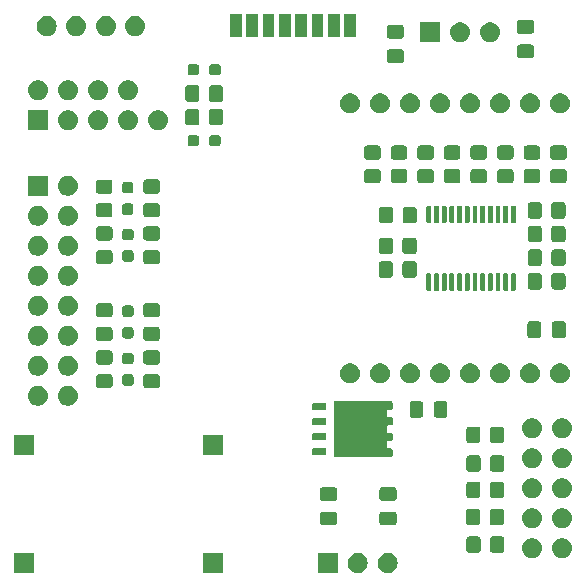
<source format=gbr>
%TF.GenerationSoftware,KiCad,Pcbnew,8.0.1*%
%TF.CreationDate,2024-04-28T21:45:25+02:00*%
%TF.ProjectId,EHealth_PCB,45486561-6c74-4685-9f50-43422e6b6963,rev?*%
%TF.SameCoordinates,Original*%
%TF.FileFunction,Soldermask,Top*%
%TF.FilePolarity,Negative*%
%FSLAX46Y46*%
G04 Gerber Fmt 4.6, Leading zero omitted, Abs format (unit mm)*
G04 Created by KiCad (PCBNEW 8.0.1) date 2024-04-28 21:45:25*
%MOMM*%
%LPD*%
G01*
G04 APERTURE LIST*
G04 APERTURE END LIST*
G36*
X181600000Y-105100000D02*
G01*
X179900000Y-105100000D01*
X179900000Y-103400000D01*
X181600000Y-103400000D01*
X181600000Y-105100000D01*
G37*
G36*
X197600000Y-105100000D02*
G01*
X195900000Y-105100000D01*
X195900000Y-103400000D01*
X197600000Y-103400000D01*
X197600000Y-105100000D01*
G37*
G36*
X207310000Y-105100000D02*
G01*
X205610000Y-105100000D01*
X205610000Y-103400000D01*
X207310000Y-103400000D01*
X207310000Y-105100000D01*
G37*
G36*
X209262664Y-103441602D02*
G01*
X209425000Y-103513878D01*
X209568761Y-103618327D01*
X209687664Y-103750383D01*
X209776514Y-103904274D01*
X209831425Y-104073275D01*
X209850000Y-104250000D01*
X209831425Y-104426725D01*
X209776514Y-104595726D01*
X209687664Y-104749617D01*
X209568761Y-104881673D01*
X209425000Y-104986122D01*
X209262664Y-105058398D01*
X209088849Y-105095344D01*
X208911151Y-105095344D01*
X208737336Y-105058398D01*
X208575000Y-104986122D01*
X208431239Y-104881673D01*
X208312336Y-104749617D01*
X208223486Y-104595726D01*
X208168575Y-104426725D01*
X208150000Y-104250000D01*
X208168575Y-104073275D01*
X208223486Y-103904274D01*
X208312336Y-103750383D01*
X208431239Y-103618327D01*
X208575000Y-103513878D01*
X208737336Y-103441602D01*
X208911151Y-103404656D01*
X209088849Y-103404656D01*
X209262664Y-103441602D01*
G37*
G36*
X211802664Y-103441602D02*
G01*
X211965000Y-103513878D01*
X212108761Y-103618327D01*
X212227664Y-103750383D01*
X212316514Y-103904274D01*
X212371425Y-104073275D01*
X212390000Y-104250000D01*
X212371425Y-104426725D01*
X212316514Y-104595726D01*
X212227664Y-104749617D01*
X212108761Y-104881673D01*
X211965000Y-104986122D01*
X211802664Y-105058398D01*
X211628849Y-105095344D01*
X211451151Y-105095344D01*
X211277336Y-105058398D01*
X211115000Y-104986122D01*
X210971239Y-104881673D01*
X210852336Y-104749617D01*
X210763486Y-104595726D01*
X210708575Y-104426725D01*
X210690000Y-104250000D01*
X210708575Y-104073275D01*
X210763486Y-103904274D01*
X210852336Y-103750383D01*
X210971239Y-103618327D01*
X211115000Y-103513878D01*
X211277336Y-103441602D01*
X211451151Y-103404656D01*
X211628849Y-103404656D01*
X211802664Y-103441602D01*
G37*
G36*
X223997664Y-102181602D02*
G01*
X224160000Y-102253878D01*
X224303761Y-102358327D01*
X224422664Y-102490383D01*
X224511514Y-102644274D01*
X224566425Y-102813275D01*
X224585000Y-102990000D01*
X224566425Y-103166725D01*
X224511514Y-103335726D01*
X224422664Y-103489617D01*
X224303761Y-103621673D01*
X224160000Y-103726122D01*
X223997664Y-103798398D01*
X223823849Y-103835344D01*
X223646151Y-103835344D01*
X223472336Y-103798398D01*
X223310000Y-103726122D01*
X223166239Y-103621673D01*
X223047336Y-103489617D01*
X222958486Y-103335726D01*
X222903575Y-103166725D01*
X222885000Y-102990000D01*
X222903575Y-102813275D01*
X222958486Y-102644274D01*
X223047336Y-102490383D01*
X223166239Y-102358327D01*
X223310000Y-102253878D01*
X223472336Y-102181602D01*
X223646151Y-102144656D01*
X223823849Y-102144656D01*
X223997664Y-102181602D01*
G37*
G36*
X226537664Y-102181602D02*
G01*
X226700000Y-102253878D01*
X226843761Y-102358327D01*
X226962664Y-102490383D01*
X227051514Y-102644274D01*
X227106425Y-102813275D01*
X227125000Y-102990000D01*
X227106425Y-103166725D01*
X227051514Y-103335726D01*
X226962664Y-103489617D01*
X226843761Y-103621673D01*
X226700000Y-103726122D01*
X226537664Y-103798398D01*
X226363849Y-103835344D01*
X226186151Y-103835344D01*
X226012336Y-103798398D01*
X225850000Y-103726122D01*
X225706239Y-103621673D01*
X225587336Y-103489617D01*
X225498486Y-103335726D01*
X225443575Y-103166725D01*
X225425000Y-102990000D01*
X225443575Y-102813275D01*
X225498486Y-102644274D01*
X225587336Y-102490383D01*
X225706239Y-102358327D01*
X225850000Y-102253878D01*
X226012336Y-102181602D01*
X226186151Y-102144656D01*
X226363849Y-102144656D01*
X226537664Y-102181602D01*
G37*
G36*
X219165625Y-101998918D02*
G01*
X219216888Y-102004866D01*
X219234401Y-102012599D01*
X219257180Y-102017130D01*
X219281566Y-102033424D01*
X219302297Y-102042578D01*
X219316455Y-102056736D01*
X219338286Y-102071323D01*
X219352872Y-102093153D01*
X219367030Y-102107311D01*
X219376182Y-102128039D01*
X219392479Y-102152429D01*
X219397010Y-102175209D01*
X219404742Y-102192720D01*
X219410687Y-102243972D01*
X219411509Y-102248100D01*
X219411509Y-103148100D01*
X219410687Y-103152228D01*
X219404742Y-103203479D01*
X219397010Y-103220988D01*
X219392479Y-103243771D01*
X219376181Y-103268162D01*
X219367030Y-103288888D01*
X219352874Y-103303043D01*
X219338286Y-103324877D01*
X219316452Y-103339465D01*
X219302297Y-103353621D01*
X219281571Y-103362772D01*
X219257180Y-103379070D01*
X219234397Y-103383601D01*
X219216888Y-103391333D01*
X219165638Y-103397278D01*
X219161509Y-103398100D01*
X218461509Y-103398100D01*
X218457382Y-103397279D01*
X218406129Y-103391333D01*
X218388618Y-103383601D01*
X218365838Y-103379070D01*
X218341448Y-103362773D01*
X218320720Y-103353621D01*
X218306562Y-103339463D01*
X218284732Y-103324877D01*
X218270145Y-103303046D01*
X218255987Y-103288888D01*
X218246833Y-103268157D01*
X218230539Y-103243771D01*
X218226008Y-103220992D01*
X218218275Y-103203479D01*
X218212327Y-103152217D01*
X218211509Y-103148100D01*
X218211509Y-102248100D01*
X218212327Y-102243985D01*
X218218275Y-102192720D01*
X218226008Y-102175205D01*
X218230539Y-102152429D01*
X218246832Y-102128044D01*
X218255987Y-102107311D01*
X218270147Y-102093150D01*
X218284732Y-102071323D01*
X218306559Y-102056738D01*
X218320720Y-102042578D01*
X218341453Y-102033423D01*
X218365838Y-102017130D01*
X218388614Y-102012599D01*
X218406129Y-102004866D01*
X218457393Y-101998918D01*
X218461509Y-101998100D01*
X219161509Y-101998100D01*
X219165625Y-101998918D01*
G37*
G36*
X221165625Y-101998918D02*
G01*
X221216888Y-102004866D01*
X221234401Y-102012599D01*
X221257180Y-102017130D01*
X221281566Y-102033424D01*
X221302297Y-102042578D01*
X221316455Y-102056736D01*
X221338286Y-102071323D01*
X221352872Y-102093153D01*
X221367030Y-102107311D01*
X221376182Y-102128039D01*
X221392479Y-102152429D01*
X221397010Y-102175209D01*
X221404742Y-102192720D01*
X221410687Y-102243972D01*
X221411509Y-102248100D01*
X221411509Y-103148100D01*
X221410687Y-103152228D01*
X221404742Y-103203479D01*
X221397010Y-103220988D01*
X221392479Y-103243771D01*
X221376181Y-103268162D01*
X221367030Y-103288888D01*
X221352874Y-103303043D01*
X221338286Y-103324877D01*
X221316452Y-103339465D01*
X221302297Y-103353621D01*
X221281571Y-103362772D01*
X221257180Y-103379070D01*
X221234397Y-103383601D01*
X221216888Y-103391333D01*
X221165638Y-103397278D01*
X221161509Y-103398100D01*
X220461509Y-103398100D01*
X220457382Y-103397279D01*
X220406129Y-103391333D01*
X220388618Y-103383601D01*
X220365838Y-103379070D01*
X220341448Y-103362773D01*
X220320720Y-103353621D01*
X220306562Y-103339463D01*
X220284732Y-103324877D01*
X220270145Y-103303046D01*
X220255987Y-103288888D01*
X220246833Y-103268157D01*
X220230539Y-103243771D01*
X220226008Y-103220992D01*
X220218275Y-103203479D01*
X220212327Y-103152217D01*
X220211509Y-103148100D01*
X220211509Y-102248100D01*
X220212327Y-102243985D01*
X220218275Y-102192720D01*
X220226008Y-102175205D01*
X220230539Y-102152429D01*
X220246832Y-102128044D01*
X220255987Y-102107311D01*
X220270147Y-102093150D01*
X220284732Y-102071323D01*
X220306559Y-102056738D01*
X220320720Y-102042578D01*
X220341453Y-102033423D01*
X220365838Y-102017130D01*
X220388614Y-102012599D01*
X220406129Y-102004866D01*
X220457393Y-101998918D01*
X220461509Y-101998100D01*
X221161509Y-101998100D01*
X221165625Y-101998918D01*
G37*
G36*
X223997664Y-99641602D02*
G01*
X224160000Y-99713878D01*
X224303761Y-99818327D01*
X224422664Y-99950383D01*
X224511514Y-100104274D01*
X224566425Y-100273275D01*
X224585000Y-100450000D01*
X224566425Y-100626725D01*
X224511514Y-100795726D01*
X224422664Y-100949617D01*
X224303761Y-101081673D01*
X224160000Y-101186122D01*
X223997664Y-101258398D01*
X223823849Y-101295344D01*
X223646151Y-101295344D01*
X223472336Y-101258398D01*
X223310000Y-101186122D01*
X223166239Y-101081673D01*
X223047336Y-100949617D01*
X222958486Y-100795726D01*
X222903575Y-100626725D01*
X222885000Y-100450000D01*
X222903575Y-100273275D01*
X222958486Y-100104274D01*
X223047336Y-99950383D01*
X223166239Y-99818327D01*
X223310000Y-99713878D01*
X223472336Y-99641602D01*
X223646151Y-99604656D01*
X223823849Y-99604656D01*
X223997664Y-99641602D01*
G37*
G36*
X226537664Y-99641602D02*
G01*
X226700000Y-99713878D01*
X226843761Y-99818327D01*
X226962664Y-99950383D01*
X227051514Y-100104274D01*
X227106425Y-100273275D01*
X227125000Y-100450000D01*
X227106425Y-100626725D01*
X227051514Y-100795726D01*
X226962664Y-100949617D01*
X226843761Y-101081673D01*
X226700000Y-101186122D01*
X226537664Y-101258398D01*
X226363849Y-101295344D01*
X226186151Y-101295344D01*
X226012336Y-101258398D01*
X225850000Y-101186122D01*
X225706239Y-101081673D01*
X225587336Y-100949617D01*
X225498486Y-100795726D01*
X225443575Y-100626725D01*
X225425000Y-100450000D01*
X225443575Y-100273275D01*
X225498486Y-100104274D01*
X225587336Y-99950383D01*
X225706239Y-99818327D01*
X225850000Y-99713878D01*
X226012336Y-99641602D01*
X226186151Y-99604656D01*
X226363849Y-99604656D01*
X226537664Y-99641602D01*
G37*
G36*
X207009116Y-99900818D02*
G01*
X207060379Y-99906766D01*
X207077892Y-99914499D01*
X207100671Y-99919030D01*
X207125057Y-99935324D01*
X207145788Y-99944478D01*
X207159946Y-99958636D01*
X207181777Y-99973223D01*
X207196363Y-99995053D01*
X207210521Y-100009211D01*
X207219673Y-100029939D01*
X207235970Y-100054329D01*
X207240501Y-100077109D01*
X207248233Y-100094620D01*
X207254178Y-100145872D01*
X207255000Y-100150000D01*
X207255000Y-100825000D01*
X207254178Y-100829128D01*
X207248233Y-100880379D01*
X207240501Y-100897888D01*
X207235970Y-100920671D01*
X207219672Y-100945062D01*
X207210521Y-100965788D01*
X207196365Y-100979943D01*
X207181777Y-101001777D01*
X207159943Y-101016365D01*
X207145788Y-101030521D01*
X207125062Y-101039672D01*
X207100671Y-101055970D01*
X207077888Y-101060501D01*
X207060379Y-101068233D01*
X207009129Y-101074178D01*
X207005000Y-101075000D01*
X206055000Y-101075000D01*
X206050873Y-101074179D01*
X205999620Y-101068233D01*
X205982109Y-101060501D01*
X205959329Y-101055970D01*
X205934939Y-101039673D01*
X205914211Y-101030521D01*
X205900053Y-101016363D01*
X205878223Y-101001777D01*
X205863636Y-100979946D01*
X205849478Y-100965788D01*
X205840324Y-100945057D01*
X205824030Y-100920671D01*
X205819499Y-100897892D01*
X205811766Y-100880379D01*
X205805818Y-100829117D01*
X205805000Y-100825000D01*
X205805000Y-100150000D01*
X205805818Y-100145885D01*
X205811766Y-100094620D01*
X205819499Y-100077105D01*
X205824030Y-100054329D01*
X205840323Y-100029944D01*
X205849478Y-100009211D01*
X205863638Y-99995050D01*
X205878223Y-99973223D01*
X205900050Y-99958638D01*
X205914211Y-99944478D01*
X205934944Y-99935323D01*
X205959329Y-99919030D01*
X205982105Y-99914499D01*
X205999620Y-99906766D01*
X206050884Y-99900818D01*
X206055000Y-99900000D01*
X207005000Y-99900000D01*
X207009116Y-99900818D01*
G37*
G36*
X212049116Y-99900818D02*
G01*
X212100379Y-99906766D01*
X212117892Y-99914499D01*
X212140671Y-99919030D01*
X212165057Y-99935324D01*
X212185788Y-99944478D01*
X212199946Y-99958636D01*
X212221777Y-99973223D01*
X212236363Y-99995053D01*
X212250521Y-100009211D01*
X212259673Y-100029939D01*
X212275970Y-100054329D01*
X212280501Y-100077109D01*
X212288233Y-100094620D01*
X212294178Y-100145872D01*
X212295000Y-100150000D01*
X212295000Y-100825000D01*
X212294178Y-100829128D01*
X212288233Y-100880379D01*
X212280501Y-100897888D01*
X212275970Y-100920671D01*
X212259672Y-100945062D01*
X212250521Y-100965788D01*
X212236365Y-100979943D01*
X212221777Y-101001777D01*
X212199943Y-101016365D01*
X212185788Y-101030521D01*
X212165062Y-101039672D01*
X212140671Y-101055970D01*
X212117888Y-101060501D01*
X212100379Y-101068233D01*
X212049129Y-101074178D01*
X212045000Y-101075000D01*
X211095000Y-101075000D01*
X211090873Y-101074179D01*
X211039620Y-101068233D01*
X211022109Y-101060501D01*
X210999329Y-101055970D01*
X210974939Y-101039673D01*
X210954211Y-101030521D01*
X210940053Y-101016363D01*
X210918223Y-101001777D01*
X210903636Y-100979946D01*
X210889478Y-100965788D01*
X210880324Y-100945057D01*
X210864030Y-100920671D01*
X210859499Y-100897892D01*
X210851766Y-100880379D01*
X210845818Y-100829117D01*
X210845000Y-100825000D01*
X210845000Y-100150000D01*
X210845818Y-100145885D01*
X210851766Y-100094620D01*
X210859499Y-100077105D01*
X210864030Y-100054329D01*
X210880323Y-100029944D01*
X210889478Y-100009211D01*
X210903638Y-99995050D01*
X210918223Y-99973223D01*
X210940050Y-99958638D01*
X210954211Y-99944478D01*
X210974944Y-99935323D01*
X210999329Y-99919030D01*
X211022105Y-99914499D01*
X211039620Y-99906766D01*
X211090884Y-99900818D01*
X211095000Y-99900000D01*
X212045000Y-99900000D01*
X212049116Y-99900818D01*
G37*
G36*
X219125732Y-99652493D02*
G01*
X219176995Y-99658441D01*
X219194508Y-99666174D01*
X219217287Y-99670705D01*
X219241673Y-99686999D01*
X219262404Y-99696153D01*
X219276562Y-99710311D01*
X219298393Y-99724898D01*
X219312979Y-99746728D01*
X219327137Y-99760886D01*
X219336289Y-99781614D01*
X219352586Y-99806004D01*
X219357117Y-99828784D01*
X219364849Y-99846295D01*
X219370794Y-99897547D01*
X219371616Y-99901675D01*
X219371616Y-100801675D01*
X219370794Y-100805803D01*
X219364849Y-100857054D01*
X219357117Y-100874563D01*
X219352586Y-100897346D01*
X219336288Y-100921737D01*
X219327137Y-100942463D01*
X219312981Y-100956618D01*
X219298393Y-100978452D01*
X219276559Y-100993040D01*
X219262404Y-101007196D01*
X219241678Y-101016347D01*
X219217287Y-101032645D01*
X219194504Y-101037176D01*
X219176995Y-101044908D01*
X219125745Y-101050853D01*
X219121616Y-101051675D01*
X218421616Y-101051675D01*
X218417489Y-101050854D01*
X218366236Y-101044908D01*
X218348725Y-101037176D01*
X218325945Y-101032645D01*
X218301555Y-101016348D01*
X218280827Y-101007196D01*
X218266669Y-100993038D01*
X218244839Y-100978452D01*
X218230252Y-100956621D01*
X218216094Y-100942463D01*
X218206940Y-100921732D01*
X218190646Y-100897346D01*
X218186115Y-100874567D01*
X218178382Y-100857054D01*
X218172434Y-100805792D01*
X218171616Y-100801675D01*
X218171616Y-99901675D01*
X218172434Y-99897560D01*
X218178382Y-99846295D01*
X218186115Y-99828780D01*
X218190646Y-99806004D01*
X218206939Y-99781619D01*
X218216094Y-99760886D01*
X218230254Y-99746725D01*
X218244839Y-99724898D01*
X218266666Y-99710313D01*
X218280827Y-99696153D01*
X218301560Y-99686998D01*
X218325945Y-99670705D01*
X218348721Y-99666174D01*
X218366236Y-99658441D01*
X218417500Y-99652493D01*
X218421616Y-99651675D01*
X219121616Y-99651675D01*
X219125732Y-99652493D01*
G37*
G36*
X221125732Y-99652493D02*
G01*
X221176995Y-99658441D01*
X221194508Y-99666174D01*
X221217287Y-99670705D01*
X221241673Y-99686999D01*
X221262404Y-99696153D01*
X221276562Y-99710311D01*
X221298393Y-99724898D01*
X221312979Y-99746728D01*
X221327137Y-99760886D01*
X221336289Y-99781614D01*
X221352586Y-99806004D01*
X221357117Y-99828784D01*
X221364849Y-99846295D01*
X221370794Y-99897547D01*
X221371616Y-99901675D01*
X221371616Y-100801675D01*
X221370794Y-100805803D01*
X221364849Y-100857054D01*
X221357117Y-100874563D01*
X221352586Y-100897346D01*
X221336288Y-100921737D01*
X221327137Y-100942463D01*
X221312981Y-100956618D01*
X221298393Y-100978452D01*
X221276559Y-100993040D01*
X221262404Y-101007196D01*
X221241678Y-101016347D01*
X221217287Y-101032645D01*
X221194504Y-101037176D01*
X221176995Y-101044908D01*
X221125745Y-101050853D01*
X221121616Y-101051675D01*
X220421616Y-101051675D01*
X220417489Y-101050854D01*
X220366236Y-101044908D01*
X220348725Y-101037176D01*
X220325945Y-101032645D01*
X220301555Y-101016348D01*
X220280827Y-101007196D01*
X220266669Y-100993038D01*
X220244839Y-100978452D01*
X220230252Y-100956621D01*
X220216094Y-100942463D01*
X220206940Y-100921732D01*
X220190646Y-100897346D01*
X220186115Y-100874567D01*
X220178382Y-100857054D01*
X220172434Y-100805792D01*
X220171616Y-100801675D01*
X220171616Y-99901675D01*
X220172434Y-99897560D01*
X220178382Y-99846295D01*
X220186115Y-99828780D01*
X220190646Y-99806004D01*
X220206939Y-99781619D01*
X220216094Y-99760886D01*
X220230254Y-99746725D01*
X220244839Y-99724898D01*
X220266666Y-99710313D01*
X220280827Y-99696153D01*
X220301560Y-99686998D01*
X220325945Y-99670705D01*
X220348721Y-99666174D01*
X220366236Y-99658441D01*
X220417500Y-99652493D01*
X220421616Y-99651675D01*
X221121616Y-99651675D01*
X221125732Y-99652493D01*
G37*
G36*
X207009116Y-97825818D02*
G01*
X207060379Y-97831766D01*
X207077892Y-97839499D01*
X207100671Y-97844030D01*
X207125057Y-97860324D01*
X207145788Y-97869478D01*
X207159946Y-97883636D01*
X207181777Y-97898223D01*
X207196363Y-97920053D01*
X207210521Y-97934211D01*
X207219673Y-97954939D01*
X207235970Y-97979329D01*
X207240501Y-98002109D01*
X207248233Y-98019620D01*
X207254178Y-98070872D01*
X207255000Y-98075000D01*
X207255000Y-98750000D01*
X207254178Y-98754128D01*
X207248233Y-98805379D01*
X207240501Y-98822888D01*
X207235970Y-98845671D01*
X207219672Y-98870062D01*
X207210521Y-98890788D01*
X207196365Y-98904943D01*
X207181777Y-98926777D01*
X207159943Y-98941365D01*
X207145788Y-98955521D01*
X207125062Y-98964672D01*
X207100671Y-98980970D01*
X207077888Y-98985501D01*
X207060379Y-98993233D01*
X207009129Y-98999178D01*
X207005000Y-99000000D01*
X206055000Y-99000000D01*
X206050873Y-98999179D01*
X205999620Y-98993233D01*
X205982109Y-98985501D01*
X205959329Y-98980970D01*
X205934939Y-98964673D01*
X205914211Y-98955521D01*
X205900053Y-98941363D01*
X205878223Y-98926777D01*
X205863636Y-98904946D01*
X205849478Y-98890788D01*
X205840324Y-98870057D01*
X205824030Y-98845671D01*
X205819499Y-98822892D01*
X205811766Y-98805379D01*
X205805818Y-98754117D01*
X205805000Y-98750000D01*
X205805000Y-98075000D01*
X205805818Y-98070885D01*
X205811766Y-98019620D01*
X205819499Y-98002105D01*
X205824030Y-97979329D01*
X205840323Y-97954944D01*
X205849478Y-97934211D01*
X205863638Y-97920050D01*
X205878223Y-97898223D01*
X205900050Y-97883638D01*
X205914211Y-97869478D01*
X205934944Y-97860323D01*
X205959329Y-97844030D01*
X205982105Y-97839499D01*
X205999620Y-97831766D01*
X206050884Y-97825818D01*
X206055000Y-97825000D01*
X207005000Y-97825000D01*
X207009116Y-97825818D01*
G37*
G36*
X212049116Y-97825818D02*
G01*
X212100379Y-97831766D01*
X212117892Y-97839499D01*
X212140671Y-97844030D01*
X212165057Y-97860324D01*
X212185788Y-97869478D01*
X212199946Y-97883636D01*
X212221777Y-97898223D01*
X212236363Y-97920053D01*
X212250521Y-97934211D01*
X212259673Y-97954939D01*
X212275970Y-97979329D01*
X212280501Y-98002109D01*
X212288233Y-98019620D01*
X212294178Y-98070872D01*
X212295000Y-98075000D01*
X212295000Y-98750000D01*
X212294178Y-98754128D01*
X212288233Y-98805379D01*
X212280501Y-98822888D01*
X212275970Y-98845671D01*
X212259672Y-98870062D01*
X212250521Y-98890788D01*
X212236365Y-98904943D01*
X212221777Y-98926777D01*
X212199943Y-98941365D01*
X212185788Y-98955521D01*
X212165062Y-98964672D01*
X212140671Y-98980970D01*
X212117888Y-98985501D01*
X212100379Y-98993233D01*
X212049129Y-98999178D01*
X212045000Y-99000000D01*
X211095000Y-99000000D01*
X211090873Y-98999179D01*
X211039620Y-98993233D01*
X211022109Y-98985501D01*
X210999329Y-98980970D01*
X210974939Y-98964673D01*
X210954211Y-98955521D01*
X210940053Y-98941363D01*
X210918223Y-98926777D01*
X210903636Y-98904946D01*
X210889478Y-98890788D01*
X210880324Y-98870057D01*
X210864030Y-98845671D01*
X210859499Y-98822892D01*
X210851766Y-98805379D01*
X210845818Y-98754117D01*
X210845000Y-98750000D01*
X210845000Y-98075000D01*
X210845818Y-98070885D01*
X210851766Y-98019620D01*
X210859499Y-98002105D01*
X210864030Y-97979329D01*
X210880323Y-97954944D01*
X210889478Y-97934211D01*
X210903638Y-97920050D01*
X210918223Y-97898223D01*
X210940050Y-97883638D01*
X210954211Y-97869478D01*
X210974944Y-97860323D01*
X210999329Y-97844030D01*
X211022105Y-97839499D01*
X211039620Y-97831766D01*
X211090884Y-97825818D01*
X211095000Y-97825000D01*
X212045000Y-97825000D01*
X212049116Y-97825818D01*
G37*
G36*
X219152396Y-97359396D02*
G01*
X219203659Y-97365344D01*
X219221172Y-97373077D01*
X219243951Y-97377608D01*
X219268337Y-97393902D01*
X219289068Y-97403056D01*
X219303226Y-97417214D01*
X219325057Y-97431801D01*
X219339643Y-97453631D01*
X219353801Y-97467789D01*
X219362953Y-97488517D01*
X219379250Y-97512907D01*
X219383781Y-97535687D01*
X219391513Y-97553198D01*
X219397458Y-97604450D01*
X219398280Y-97608578D01*
X219398280Y-98508578D01*
X219397458Y-98512706D01*
X219391513Y-98563957D01*
X219383781Y-98581466D01*
X219379250Y-98604249D01*
X219362952Y-98628640D01*
X219353801Y-98649366D01*
X219339645Y-98663521D01*
X219325057Y-98685355D01*
X219303223Y-98699943D01*
X219289068Y-98714099D01*
X219268342Y-98723250D01*
X219243951Y-98739548D01*
X219221168Y-98744079D01*
X219203659Y-98751811D01*
X219152409Y-98757756D01*
X219148280Y-98758578D01*
X218448280Y-98758578D01*
X218444153Y-98757757D01*
X218392900Y-98751811D01*
X218375389Y-98744079D01*
X218352609Y-98739548D01*
X218328219Y-98723251D01*
X218307491Y-98714099D01*
X218293333Y-98699941D01*
X218271503Y-98685355D01*
X218256916Y-98663524D01*
X218242758Y-98649366D01*
X218233604Y-98628635D01*
X218217310Y-98604249D01*
X218212779Y-98581470D01*
X218205046Y-98563957D01*
X218199098Y-98512695D01*
X218198280Y-98508578D01*
X218198280Y-97608578D01*
X218199098Y-97604463D01*
X218205046Y-97553198D01*
X218212779Y-97535683D01*
X218217310Y-97512907D01*
X218233603Y-97488522D01*
X218242758Y-97467789D01*
X218256918Y-97453628D01*
X218271503Y-97431801D01*
X218293330Y-97417216D01*
X218307491Y-97403056D01*
X218328224Y-97393901D01*
X218352609Y-97377608D01*
X218375385Y-97373077D01*
X218392900Y-97365344D01*
X218444164Y-97359396D01*
X218448280Y-97358578D01*
X219148280Y-97358578D01*
X219152396Y-97359396D01*
G37*
G36*
X221152396Y-97359396D02*
G01*
X221203659Y-97365344D01*
X221221172Y-97373077D01*
X221243951Y-97377608D01*
X221268337Y-97393902D01*
X221289068Y-97403056D01*
X221303226Y-97417214D01*
X221325057Y-97431801D01*
X221339643Y-97453631D01*
X221353801Y-97467789D01*
X221362953Y-97488517D01*
X221379250Y-97512907D01*
X221383781Y-97535687D01*
X221391513Y-97553198D01*
X221397458Y-97604450D01*
X221398280Y-97608578D01*
X221398280Y-98508578D01*
X221397458Y-98512706D01*
X221391513Y-98563957D01*
X221383781Y-98581466D01*
X221379250Y-98604249D01*
X221362952Y-98628640D01*
X221353801Y-98649366D01*
X221339645Y-98663521D01*
X221325057Y-98685355D01*
X221303223Y-98699943D01*
X221289068Y-98714099D01*
X221268342Y-98723250D01*
X221243951Y-98739548D01*
X221221168Y-98744079D01*
X221203659Y-98751811D01*
X221152409Y-98757756D01*
X221148280Y-98758578D01*
X220448280Y-98758578D01*
X220444153Y-98757757D01*
X220392900Y-98751811D01*
X220375389Y-98744079D01*
X220352609Y-98739548D01*
X220328219Y-98723251D01*
X220307491Y-98714099D01*
X220293333Y-98699941D01*
X220271503Y-98685355D01*
X220256916Y-98663524D01*
X220242758Y-98649366D01*
X220233604Y-98628635D01*
X220217310Y-98604249D01*
X220212779Y-98581470D01*
X220205046Y-98563957D01*
X220199098Y-98512695D01*
X220198280Y-98508578D01*
X220198280Y-97608578D01*
X220199098Y-97604463D01*
X220205046Y-97553198D01*
X220212779Y-97535683D01*
X220217310Y-97512907D01*
X220233603Y-97488522D01*
X220242758Y-97467789D01*
X220256918Y-97453628D01*
X220271503Y-97431801D01*
X220293330Y-97417216D01*
X220307491Y-97403056D01*
X220328224Y-97393901D01*
X220352609Y-97377608D01*
X220375385Y-97373077D01*
X220392900Y-97365344D01*
X220444164Y-97359396D01*
X220448280Y-97358578D01*
X221148280Y-97358578D01*
X221152396Y-97359396D01*
G37*
G36*
X223997664Y-97101602D02*
G01*
X224160000Y-97173878D01*
X224303761Y-97278327D01*
X224422664Y-97410383D01*
X224511514Y-97564274D01*
X224566425Y-97733275D01*
X224585000Y-97910000D01*
X224566425Y-98086725D01*
X224511514Y-98255726D01*
X224422664Y-98409617D01*
X224303761Y-98541673D01*
X224160000Y-98646122D01*
X223997664Y-98718398D01*
X223823849Y-98755344D01*
X223646151Y-98755344D01*
X223472336Y-98718398D01*
X223310000Y-98646122D01*
X223166239Y-98541673D01*
X223047336Y-98409617D01*
X222958486Y-98255726D01*
X222903575Y-98086725D01*
X222885000Y-97910000D01*
X222903575Y-97733275D01*
X222958486Y-97564274D01*
X223047336Y-97410383D01*
X223166239Y-97278327D01*
X223310000Y-97173878D01*
X223472336Y-97101602D01*
X223646151Y-97064656D01*
X223823849Y-97064656D01*
X223997664Y-97101602D01*
G37*
G36*
X226537664Y-97101602D02*
G01*
X226700000Y-97173878D01*
X226843761Y-97278327D01*
X226962664Y-97410383D01*
X227051514Y-97564274D01*
X227106425Y-97733275D01*
X227125000Y-97910000D01*
X227106425Y-98086725D01*
X227051514Y-98255726D01*
X226962664Y-98409617D01*
X226843761Y-98541673D01*
X226700000Y-98646122D01*
X226537664Y-98718398D01*
X226363849Y-98755344D01*
X226186151Y-98755344D01*
X226012336Y-98718398D01*
X225850000Y-98646122D01*
X225706239Y-98541673D01*
X225587336Y-98409617D01*
X225498486Y-98255726D01*
X225443575Y-98086725D01*
X225425000Y-97910000D01*
X225443575Y-97733275D01*
X225498486Y-97564274D01*
X225587336Y-97410383D01*
X225706239Y-97278327D01*
X225850000Y-97173878D01*
X226012336Y-97101602D01*
X226186151Y-97064656D01*
X226363849Y-97064656D01*
X226537664Y-97101602D01*
G37*
G36*
X219165625Y-95132856D02*
G01*
X219216888Y-95138804D01*
X219234401Y-95146537D01*
X219257180Y-95151068D01*
X219281566Y-95167362D01*
X219302297Y-95176516D01*
X219316455Y-95190674D01*
X219338286Y-95205261D01*
X219352872Y-95227091D01*
X219367030Y-95241249D01*
X219376182Y-95261977D01*
X219392479Y-95286367D01*
X219397010Y-95309147D01*
X219404742Y-95326658D01*
X219410687Y-95377910D01*
X219411509Y-95382038D01*
X219411509Y-96282038D01*
X219410687Y-96286166D01*
X219404742Y-96337417D01*
X219397010Y-96354926D01*
X219392479Y-96377709D01*
X219376181Y-96402100D01*
X219367030Y-96422826D01*
X219352874Y-96436981D01*
X219338286Y-96458815D01*
X219316452Y-96473403D01*
X219302297Y-96487559D01*
X219281571Y-96496710D01*
X219257180Y-96513008D01*
X219234397Y-96517539D01*
X219216888Y-96525271D01*
X219165638Y-96531216D01*
X219161509Y-96532038D01*
X218461509Y-96532038D01*
X218457382Y-96531217D01*
X218406129Y-96525271D01*
X218388618Y-96517539D01*
X218365838Y-96513008D01*
X218341448Y-96496711D01*
X218320720Y-96487559D01*
X218306562Y-96473401D01*
X218284732Y-96458815D01*
X218270145Y-96436984D01*
X218255987Y-96422826D01*
X218246833Y-96402095D01*
X218230539Y-96377709D01*
X218226008Y-96354930D01*
X218218275Y-96337417D01*
X218212327Y-96286155D01*
X218211509Y-96282038D01*
X218211509Y-95382038D01*
X218212327Y-95377923D01*
X218218275Y-95326658D01*
X218226008Y-95309143D01*
X218230539Y-95286367D01*
X218246832Y-95261982D01*
X218255987Y-95241249D01*
X218270147Y-95227088D01*
X218284732Y-95205261D01*
X218306559Y-95190676D01*
X218320720Y-95176516D01*
X218341453Y-95167361D01*
X218365838Y-95151068D01*
X218388614Y-95146537D01*
X218406129Y-95138804D01*
X218457393Y-95132856D01*
X218461509Y-95132038D01*
X219161509Y-95132038D01*
X219165625Y-95132856D01*
G37*
G36*
X221165625Y-95132856D02*
G01*
X221216888Y-95138804D01*
X221234401Y-95146537D01*
X221257180Y-95151068D01*
X221281566Y-95167362D01*
X221302297Y-95176516D01*
X221316455Y-95190674D01*
X221338286Y-95205261D01*
X221352872Y-95227091D01*
X221367030Y-95241249D01*
X221376182Y-95261977D01*
X221392479Y-95286367D01*
X221397010Y-95309147D01*
X221404742Y-95326658D01*
X221410687Y-95377910D01*
X221411509Y-95382038D01*
X221411509Y-96282038D01*
X221410687Y-96286166D01*
X221404742Y-96337417D01*
X221397010Y-96354926D01*
X221392479Y-96377709D01*
X221376181Y-96402100D01*
X221367030Y-96422826D01*
X221352874Y-96436981D01*
X221338286Y-96458815D01*
X221316452Y-96473403D01*
X221302297Y-96487559D01*
X221281571Y-96496710D01*
X221257180Y-96513008D01*
X221234397Y-96517539D01*
X221216888Y-96525271D01*
X221165638Y-96531216D01*
X221161509Y-96532038D01*
X220461509Y-96532038D01*
X220457382Y-96531217D01*
X220406129Y-96525271D01*
X220388618Y-96517539D01*
X220365838Y-96513008D01*
X220341448Y-96496711D01*
X220320720Y-96487559D01*
X220306562Y-96473401D01*
X220284732Y-96458815D01*
X220270145Y-96436984D01*
X220255987Y-96422826D01*
X220246833Y-96402095D01*
X220230539Y-96377709D01*
X220226008Y-96354930D01*
X220218275Y-96337417D01*
X220212327Y-96286155D01*
X220211509Y-96282038D01*
X220211509Y-95382038D01*
X220212327Y-95377923D01*
X220218275Y-95326658D01*
X220226008Y-95309143D01*
X220230539Y-95286367D01*
X220246832Y-95261982D01*
X220255987Y-95241249D01*
X220270147Y-95227088D01*
X220284732Y-95205261D01*
X220306559Y-95190676D01*
X220320720Y-95176516D01*
X220341453Y-95167361D01*
X220365838Y-95151068D01*
X220388614Y-95146537D01*
X220406129Y-95138804D01*
X220457393Y-95132856D01*
X220461509Y-95132038D01*
X221161509Y-95132038D01*
X221165625Y-95132856D01*
G37*
G36*
X223997664Y-94561602D02*
G01*
X224160000Y-94633878D01*
X224303761Y-94738327D01*
X224422664Y-94870383D01*
X224511514Y-95024274D01*
X224566425Y-95193275D01*
X224585000Y-95370000D01*
X224566425Y-95546725D01*
X224511514Y-95715726D01*
X224422664Y-95869617D01*
X224303761Y-96001673D01*
X224160000Y-96106122D01*
X223997664Y-96178398D01*
X223823849Y-96215344D01*
X223646151Y-96215344D01*
X223472336Y-96178398D01*
X223310000Y-96106122D01*
X223166239Y-96001673D01*
X223047336Y-95869617D01*
X222958486Y-95715726D01*
X222903575Y-95546725D01*
X222885000Y-95370000D01*
X222903575Y-95193275D01*
X222958486Y-95024274D01*
X223047336Y-94870383D01*
X223166239Y-94738327D01*
X223310000Y-94633878D01*
X223472336Y-94561602D01*
X223646151Y-94524656D01*
X223823849Y-94524656D01*
X223997664Y-94561602D01*
G37*
G36*
X226537664Y-94561602D02*
G01*
X226700000Y-94633878D01*
X226843761Y-94738327D01*
X226962664Y-94870383D01*
X227051514Y-95024274D01*
X227106425Y-95193275D01*
X227125000Y-95370000D01*
X227106425Y-95546725D01*
X227051514Y-95715726D01*
X226962664Y-95869617D01*
X226843761Y-96001673D01*
X226700000Y-96106122D01*
X226537664Y-96178398D01*
X226363849Y-96215344D01*
X226186151Y-96215344D01*
X226012336Y-96178398D01*
X225850000Y-96106122D01*
X225706239Y-96001673D01*
X225587336Y-95869617D01*
X225498486Y-95715726D01*
X225443575Y-95546725D01*
X225425000Y-95370000D01*
X225443575Y-95193275D01*
X225498486Y-95024274D01*
X225587336Y-94870383D01*
X225706239Y-94738327D01*
X225850000Y-94633878D01*
X226012336Y-94561602D01*
X226186151Y-94524656D01*
X226363849Y-94524656D01*
X226537664Y-94561602D01*
G37*
G36*
X211500000Y-90557808D02*
G01*
X211501154Y-90558038D01*
X211513602Y-90561813D01*
X211825000Y-90561813D01*
X211891970Y-90575134D01*
X211948744Y-90613069D01*
X211986679Y-90669843D01*
X212000000Y-90736813D01*
X212000000Y-91086813D01*
X211986679Y-91153783D01*
X211948744Y-91210557D01*
X211891970Y-91248492D01*
X211825000Y-91261813D01*
X211529755Y-91261813D01*
X211500000Y-91291568D01*
X211500000Y-91862057D01*
X211529756Y-91891813D01*
X211825000Y-91891813D01*
X211891970Y-91905134D01*
X211948744Y-91943069D01*
X211986679Y-91999843D01*
X212000000Y-92066813D01*
X212000000Y-92416813D01*
X211986679Y-92483783D01*
X211948744Y-92540557D01*
X211891970Y-92578492D01*
X211825000Y-92591813D01*
X211529755Y-92591813D01*
X211500000Y-92621568D01*
X211500000Y-93192057D01*
X211529756Y-93221813D01*
X211825000Y-93221813D01*
X211891970Y-93235134D01*
X211948744Y-93273069D01*
X211986679Y-93329843D01*
X212000000Y-93396813D01*
X212000000Y-93746813D01*
X211986679Y-93813783D01*
X211948744Y-93870557D01*
X211891970Y-93908492D01*
X211825000Y-93921813D01*
X211529755Y-93921813D01*
X211500000Y-93951568D01*
X211500000Y-94522057D01*
X211529756Y-94551813D01*
X211825000Y-94551813D01*
X211891970Y-94565134D01*
X211948744Y-94603069D01*
X211986679Y-94659843D01*
X212000000Y-94726813D01*
X212000000Y-95076813D01*
X211986679Y-95143783D01*
X211948744Y-95200557D01*
X211891970Y-95238492D01*
X211825000Y-95251813D01*
X211513594Y-95251813D01*
X211501156Y-95255587D01*
X211500000Y-95255816D01*
X211500000Y-95256813D01*
X207000000Y-95256813D01*
X207000000Y-90556813D01*
X211500000Y-90556813D01*
X211500000Y-90557808D01*
G37*
G36*
X206249686Y-94499183D02*
G01*
X206302405Y-94534408D01*
X206337630Y-94587127D01*
X206350000Y-94649313D01*
X206350000Y-94974313D01*
X206337630Y-95036499D01*
X206302405Y-95089218D01*
X206249686Y-95124443D01*
X206187500Y-95136813D01*
X205312500Y-95136813D01*
X205250314Y-95124443D01*
X205197595Y-95089218D01*
X205162370Y-95036499D01*
X205150000Y-94974313D01*
X205150000Y-94649313D01*
X205162370Y-94587127D01*
X205197595Y-94534408D01*
X205250314Y-94499183D01*
X205312500Y-94486813D01*
X206187500Y-94486813D01*
X206249686Y-94499183D01*
G37*
G36*
X181600000Y-95100000D02*
G01*
X179900000Y-95100000D01*
X179900000Y-93400000D01*
X181600000Y-93400000D01*
X181600000Y-95100000D01*
G37*
G36*
X197600000Y-95100000D02*
G01*
X195900000Y-95100000D01*
X195900000Y-93400000D01*
X197600000Y-93400000D01*
X197600000Y-95100000D01*
G37*
G36*
X219152809Y-92705409D02*
G01*
X219204072Y-92711357D01*
X219221585Y-92719090D01*
X219244364Y-92723621D01*
X219268750Y-92739915D01*
X219289481Y-92749069D01*
X219303639Y-92763227D01*
X219325470Y-92777814D01*
X219340056Y-92799644D01*
X219354214Y-92813802D01*
X219363366Y-92834530D01*
X219379663Y-92858920D01*
X219384194Y-92881700D01*
X219391926Y-92899211D01*
X219397871Y-92950463D01*
X219398693Y-92954591D01*
X219398693Y-93854591D01*
X219397871Y-93858719D01*
X219391926Y-93909970D01*
X219384194Y-93927479D01*
X219379663Y-93950262D01*
X219363365Y-93974653D01*
X219354214Y-93995379D01*
X219340058Y-94009534D01*
X219325470Y-94031368D01*
X219303636Y-94045956D01*
X219289481Y-94060112D01*
X219268755Y-94069263D01*
X219244364Y-94085561D01*
X219221581Y-94090092D01*
X219204072Y-94097824D01*
X219152822Y-94103769D01*
X219148693Y-94104591D01*
X218448693Y-94104591D01*
X218444566Y-94103770D01*
X218393313Y-94097824D01*
X218375802Y-94090092D01*
X218353022Y-94085561D01*
X218328632Y-94069264D01*
X218307904Y-94060112D01*
X218293746Y-94045954D01*
X218271916Y-94031368D01*
X218257329Y-94009537D01*
X218243171Y-93995379D01*
X218234017Y-93974648D01*
X218217723Y-93950262D01*
X218213192Y-93927483D01*
X218205459Y-93909970D01*
X218199511Y-93858708D01*
X218198693Y-93854591D01*
X218198693Y-92954591D01*
X218199511Y-92950476D01*
X218205459Y-92899211D01*
X218213192Y-92881696D01*
X218217723Y-92858920D01*
X218234016Y-92834535D01*
X218243171Y-92813802D01*
X218257331Y-92799641D01*
X218271916Y-92777814D01*
X218293743Y-92763229D01*
X218307904Y-92749069D01*
X218328637Y-92739914D01*
X218353022Y-92723621D01*
X218375798Y-92719090D01*
X218393313Y-92711357D01*
X218444577Y-92705409D01*
X218448693Y-92704591D01*
X219148693Y-92704591D01*
X219152809Y-92705409D01*
G37*
G36*
X221152809Y-92705409D02*
G01*
X221204072Y-92711357D01*
X221221585Y-92719090D01*
X221244364Y-92723621D01*
X221268750Y-92739915D01*
X221289481Y-92749069D01*
X221303639Y-92763227D01*
X221325470Y-92777814D01*
X221340056Y-92799644D01*
X221354214Y-92813802D01*
X221363366Y-92834530D01*
X221379663Y-92858920D01*
X221384194Y-92881700D01*
X221391926Y-92899211D01*
X221397871Y-92950463D01*
X221398693Y-92954591D01*
X221398693Y-93854591D01*
X221397871Y-93858719D01*
X221391926Y-93909970D01*
X221384194Y-93927479D01*
X221379663Y-93950262D01*
X221363365Y-93974653D01*
X221354214Y-93995379D01*
X221340058Y-94009534D01*
X221325470Y-94031368D01*
X221303636Y-94045956D01*
X221289481Y-94060112D01*
X221268755Y-94069263D01*
X221244364Y-94085561D01*
X221221581Y-94090092D01*
X221204072Y-94097824D01*
X221152822Y-94103769D01*
X221148693Y-94104591D01*
X220448693Y-94104591D01*
X220444566Y-94103770D01*
X220393313Y-94097824D01*
X220375802Y-94090092D01*
X220353022Y-94085561D01*
X220328632Y-94069264D01*
X220307904Y-94060112D01*
X220293746Y-94045954D01*
X220271916Y-94031368D01*
X220257329Y-94009537D01*
X220243171Y-93995379D01*
X220234017Y-93974648D01*
X220217723Y-93950262D01*
X220213192Y-93927483D01*
X220205459Y-93909970D01*
X220199511Y-93858708D01*
X220198693Y-93854591D01*
X220198693Y-92954591D01*
X220199511Y-92950476D01*
X220205459Y-92899211D01*
X220213192Y-92881696D01*
X220217723Y-92858920D01*
X220234016Y-92834535D01*
X220243171Y-92813802D01*
X220257331Y-92799641D01*
X220271916Y-92777814D01*
X220293743Y-92763229D01*
X220307904Y-92749069D01*
X220328637Y-92739914D01*
X220353022Y-92723621D01*
X220375798Y-92719090D01*
X220393313Y-92711357D01*
X220444577Y-92705409D01*
X220448693Y-92704591D01*
X221148693Y-92704591D01*
X221152809Y-92705409D01*
G37*
G36*
X206249686Y-93229183D02*
G01*
X206302405Y-93264408D01*
X206337630Y-93317127D01*
X206350000Y-93379313D01*
X206350000Y-93704313D01*
X206337630Y-93766499D01*
X206302405Y-93819218D01*
X206249686Y-93854443D01*
X206187500Y-93866813D01*
X205312500Y-93866813D01*
X205250314Y-93854443D01*
X205197595Y-93819218D01*
X205162370Y-93766499D01*
X205150000Y-93704313D01*
X205150000Y-93379313D01*
X205162370Y-93317127D01*
X205197595Y-93264408D01*
X205250314Y-93229183D01*
X205312500Y-93216813D01*
X206187500Y-93216813D01*
X206249686Y-93229183D01*
G37*
G36*
X223997664Y-92021602D02*
G01*
X224160000Y-92093878D01*
X224303761Y-92198327D01*
X224422664Y-92330383D01*
X224511514Y-92484274D01*
X224566425Y-92653275D01*
X224585000Y-92830000D01*
X224566425Y-93006725D01*
X224511514Y-93175726D01*
X224422664Y-93329617D01*
X224303761Y-93461673D01*
X224160000Y-93566122D01*
X223997664Y-93638398D01*
X223823849Y-93675344D01*
X223646151Y-93675344D01*
X223472336Y-93638398D01*
X223310000Y-93566122D01*
X223166239Y-93461673D01*
X223047336Y-93329617D01*
X222958486Y-93175726D01*
X222903575Y-93006725D01*
X222885000Y-92830000D01*
X222903575Y-92653275D01*
X222958486Y-92484274D01*
X223047336Y-92330383D01*
X223166239Y-92198327D01*
X223310000Y-92093878D01*
X223472336Y-92021602D01*
X223646151Y-91984656D01*
X223823849Y-91984656D01*
X223997664Y-92021602D01*
G37*
G36*
X226537664Y-92021602D02*
G01*
X226700000Y-92093878D01*
X226843761Y-92198327D01*
X226962664Y-92330383D01*
X227051514Y-92484274D01*
X227106425Y-92653275D01*
X227125000Y-92830000D01*
X227106425Y-93006725D01*
X227051514Y-93175726D01*
X226962664Y-93329617D01*
X226843761Y-93461673D01*
X226700000Y-93566122D01*
X226537664Y-93638398D01*
X226363849Y-93675344D01*
X226186151Y-93675344D01*
X226012336Y-93638398D01*
X225850000Y-93566122D01*
X225706239Y-93461673D01*
X225587336Y-93329617D01*
X225498486Y-93175726D01*
X225443575Y-93006725D01*
X225425000Y-92830000D01*
X225443575Y-92653275D01*
X225498486Y-92484274D01*
X225587336Y-92330383D01*
X225706239Y-92198327D01*
X225850000Y-92093878D01*
X226012336Y-92021602D01*
X226186151Y-91984656D01*
X226363849Y-91984656D01*
X226537664Y-92021602D01*
G37*
G36*
X206249686Y-91959183D02*
G01*
X206302405Y-91994408D01*
X206337630Y-92047127D01*
X206350000Y-92109313D01*
X206350000Y-92434313D01*
X206337630Y-92496499D01*
X206302405Y-92549218D01*
X206249686Y-92584443D01*
X206187500Y-92596813D01*
X205312500Y-92596813D01*
X205250314Y-92584443D01*
X205197595Y-92549218D01*
X205162370Y-92496499D01*
X205150000Y-92434313D01*
X205150000Y-92109313D01*
X205162370Y-92047127D01*
X205197595Y-91994408D01*
X205250314Y-91959183D01*
X205312500Y-91946813D01*
X206187500Y-91946813D01*
X206249686Y-91959183D01*
G37*
G36*
X214304116Y-90550818D02*
G01*
X214355379Y-90556766D01*
X214372892Y-90564499D01*
X214395671Y-90569030D01*
X214420057Y-90585324D01*
X214440788Y-90594478D01*
X214454946Y-90608636D01*
X214476777Y-90623223D01*
X214491363Y-90645053D01*
X214505521Y-90659211D01*
X214514673Y-90679939D01*
X214530970Y-90704329D01*
X214535501Y-90727109D01*
X214543233Y-90744620D01*
X214549178Y-90795872D01*
X214550000Y-90800000D01*
X214550000Y-91700000D01*
X214549178Y-91704128D01*
X214543233Y-91755379D01*
X214535501Y-91772888D01*
X214530970Y-91795671D01*
X214514672Y-91820062D01*
X214505521Y-91840788D01*
X214491365Y-91854943D01*
X214476777Y-91876777D01*
X214454943Y-91891365D01*
X214440788Y-91905521D01*
X214420062Y-91914672D01*
X214395671Y-91930970D01*
X214372888Y-91935501D01*
X214355379Y-91943233D01*
X214304129Y-91949178D01*
X214300000Y-91950000D01*
X213650000Y-91950000D01*
X213645873Y-91949179D01*
X213594620Y-91943233D01*
X213577109Y-91935501D01*
X213554329Y-91930970D01*
X213529939Y-91914673D01*
X213509211Y-91905521D01*
X213495053Y-91891363D01*
X213473223Y-91876777D01*
X213458636Y-91854946D01*
X213444478Y-91840788D01*
X213435324Y-91820057D01*
X213419030Y-91795671D01*
X213414499Y-91772892D01*
X213406766Y-91755379D01*
X213400818Y-91704117D01*
X213400000Y-91700000D01*
X213400000Y-90800000D01*
X213400818Y-90795885D01*
X213406766Y-90744620D01*
X213414499Y-90727105D01*
X213419030Y-90704329D01*
X213435323Y-90679944D01*
X213444478Y-90659211D01*
X213458638Y-90645050D01*
X213473223Y-90623223D01*
X213495050Y-90608638D01*
X213509211Y-90594478D01*
X213529944Y-90585323D01*
X213554329Y-90569030D01*
X213577105Y-90564499D01*
X213594620Y-90556766D01*
X213645884Y-90550818D01*
X213650000Y-90550000D01*
X214300000Y-90550000D01*
X214304116Y-90550818D01*
G37*
G36*
X216354116Y-90550818D02*
G01*
X216405379Y-90556766D01*
X216422892Y-90564499D01*
X216445671Y-90569030D01*
X216470057Y-90585324D01*
X216490788Y-90594478D01*
X216504946Y-90608636D01*
X216526777Y-90623223D01*
X216541363Y-90645053D01*
X216555521Y-90659211D01*
X216564673Y-90679939D01*
X216580970Y-90704329D01*
X216585501Y-90727109D01*
X216593233Y-90744620D01*
X216599178Y-90795872D01*
X216600000Y-90800000D01*
X216600000Y-91700000D01*
X216599178Y-91704128D01*
X216593233Y-91755379D01*
X216585501Y-91772888D01*
X216580970Y-91795671D01*
X216564672Y-91820062D01*
X216555521Y-91840788D01*
X216541365Y-91854943D01*
X216526777Y-91876777D01*
X216504943Y-91891365D01*
X216490788Y-91905521D01*
X216470062Y-91914672D01*
X216445671Y-91930970D01*
X216422888Y-91935501D01*
X216405379Y-91943233D01*
X216354129Y-91949178D01*
X216350000Y-91950000D01*
X215700000Y-91950000D01*
X215695873Y-91949179D01*
X215644620Y-91943233D01*
X215627109Y-91935501D01*
X215604329Y-91930970D01*
X215579939Y-91914673D01*
X215559211Y-91905521D01*
X215545053Y-91891363D01*
X215523223Y-91876777D01*
X215508636Y-91854946D01*
X215494478Y-91840788D01*
X215485324Y-91820057D01*
X215469030Y-91795671D01*
X215464499Y-91772892D01*
X215456766Y-91755379D01*
X215450818Y-91704117D01*
X215450000Y-91700000D01*
X215450000Y-90800000D01*
X215450818Y-90795885D01*
X215456766Y-90744620D01*
X215464499Y-90727105D01*
X215469030Y-90704329D01*
X215485323Y-90679944D01*
X215494478Y-90659211D01*
X215508638Y-90645050D01*
X215523223Y-90623223D01*
X215545050Y-90608638D01*
X215559211Y-90594478D01*
X215579944Y-90585323D01*
X215604329Y-90569030D01*
X215627105Y-90564499D01*
X215644620Y-90556766D01*
X215695884Y-90550818D01*
X215700000Y-90550000D01*
X216350000Y-90550000D01*
X216354116Y-90550818D01*
G37*
G36*
X206249686Y-90689183D02*
G01*
X206302405Y-90724408D01*
X206337630Y-90777127D01*
X206350000Y-90839313D01*
X206350000Y-91164313D01*
X206337630Y-91226499D01*
X206302405Y-91279218D01*
X206249686Y-91314443D01*
X206187500Y-91326813D01*
X205312500Y-91326813D01*
X205250314Y-91314443D01*
X205197595Y-91279218D01*
X205162370Y-91226499D01*
X205150000Y-91164313D01*
X205150000Y-90839313D01*
X205162370Y-90777127D01*
X205197595Y-90724408D01*
X205250314Y-90689183D01*
X205312500Y-90676813D01*
X206187500Y-90676813D01*
X206249686Y-90689183D01*
G37*
G36*
X182172664Y-89291602D02*
G01*
X182335000Y-89363878D01*
X182478761Y-89468327D01*
X182597664Y-89600383D01*
X182686514Y-89754274D01*
X182741425Y-89923275D01*
X182760000Y-90100000D01*
X182741425Y-90276725D01*
X182686514Y-90445726D01*
X182597664Y-90599617D01*
X182478761Y-90731673D01*
X182335000Y-90836122D01*
X182172664Y-90908398D01*
X181998849Y-90945344D01*
X181821151Y-90945344D01*
X181647336Y-90908398D01*
X181485000Y-90836122D01*
X181341239Y-90731673D01*
X181222336Y-90599617D01*
X181133486Y-90445726D01*
X181078575Y-90276725D01*
X181060000Y-90100000D01*
X181078575Y-89923275D01*
X181133486Y-89754274D01*
X181222336Y-89600383D01*
X181341239Y-89468327D01*
X181485000Y-89363878D01*
X181647336Y-89291602D01*
X181821151Y-89254656D01*
X181998849Y-89254656D01*
X182172664Y-89291602D01*
G37*
G36*
X184712664Y-89291602D02*
G01*
X184875000Y-89363878D01*
X185018761Y-89468327D01*
X185137664Y-89600383D01*
X185226514Y-89754274D01*
X185281425Y-89923275D01*
X185300000Y-90100000D01*
X185281425Y-90276725D01*
X185226514Y-90445726D01*
X185137664Y-90599617D01*
X185018761Y-90731673D01*
X184875000Y-90836122D01*
X184712664Y-90908398D01*
X184538849Y-90945344D01*
X184361151Y-90945344D01*
X184187336Y-90908398D01*
X184025000Y-90836122D01*
X183881239Y-90731673D01*
X183762336Y-90599617D01*
X183673486Y-90445726D01*
X183618575Y-90276725D01*
X183600000Y-90100000D01*
X183618575Y-89923275D01*
X183673486Y-89754274D01*
X183762336Y-89600383D01*
X183881239Y-89468327D01*
X184025000Y-89363878D01*
X184187336Y-89291602D01*
X184361151Y-89254656D01*
X184538849Y-89254656D01*
X184712664Y-89291602D01*
G37*
G36*
X188004116Y-88250818D02*
G01*
X188055379Y-88256766D01*
X188072892Y-88264499D01*
X188095671Y-88269030D01*
X188120057Y-88285324D01*
X188140788Y-88294478D01*
X188154946Y-88308636D01*
X188176777Y-88323223D01*
X188191363Y-88345053D01*
X188205521Y-88359211D01*
X188214673Y-88379939D01*
X188230970Y-88404329D01*
X188235501Y-88427109D01*
X188243233Y-88444620D01*
X188249178Y-88495872D01*
X188250000Y-88500000D01*
X188250000Y-89200000D01*
X188249178Y-89204128D01*
X188243233Y-89255379D01*
X188235501Y-89272888D01*
X188230970Y-89295671D01*
X188214672Y-89320062D01*
X188205521Y-89340788D01*
X188191365Y-89354943D01*
X188176777Y-89376777D01*
X188154943Y-89391365D01*
X188140788Y-89405521D01*
X188120062Y-89414672D01*
X188095671Y-89430970D01*
X188072888Y-89435501D01*
X188055379Y-89443233D01*
X188004129Y-89449178D01*
X188000000Y-89450000D01*
X187100000Y-89450000D01*
X187095873Y-89449179D01*
X187044620Y-89443233D01*
X187027109Y-89435501D01*
X187004329Y-89430970D01*
X186979939Y-89414673D01*
X186959211Y-89405521D01*
X186945053Y-89391363D01*
X186923223Y-89376777D01*
X186908636Y-89354946D01*
X186894478Y-89340788D01*
X186885324Y-89320057D01*
X186869030Y-89295671D01*
X186864499Y-89272892D01*
X186856766Y-89255379D01*
X186850818Y-89204117D01*
X186850000Y-89200000D01*
X186850000Y-88500000D01*
X186850818Y-88495885D01*
X186856766Y-88444620D01*
X186864499Y-88427105D01*
X186869030Y-88404329D01*
X186885323Y-88379944D01*
X186894478Y-88359211D01*
X186908638Y-88345050D01*
X186923223Y-88323223D01*
X186945050Y-88308638D01*
X186959211Y-88294478D01*
X186979944Y-88285323D01*
X187004329Y-88269030D01*
X187027105Y-88264499D01*
X187044620Y-88256766D01*
X187095884Y-88250818D01*
X187100000Y-88250000D01*
X188000000Y-88250000D01*
X188004116Y-88250818D01*
G37*
G36*
X192004116Y-88250818D02*
G01*
X192055379Y-88256766D01*
X192072892Y-88264499D01*
X192095671Y-88269030D01*
X192120057Y-88285324D01*
X192140788Y-88294478D01*
X192154946Y-88308636D01*
X192176777Y-88323223D01*
X192191363Y-88345053D01*
X192205521Y-88359211D01*
X192214673Y-88379939D01*
X192230970Y-88404329D01*
X192235501Y-88427109D01*
X192243233Y-88444620D01*
X192249178Y-88495872D01*
X192250000Y-88500000D01*
X192250000Y-89200000D01*
X192249178Y-89204128D01*
X192243233Y-89255379D01*
X192235501Y-89272888D01*
X192230970Y-89295671D01*
X192214672Y-89320062D01*
X192205521Y-89340788D01*
X192191365Y-89354943D01*
X192176777Y-89376777D01*
X192154943Y-89391365D01*
X192140788Y-89405521D01*
X192120062Y-89414672D01*
X192095671Y-89430970D01*
X192072888Y-89435501D01*
X192055379Y-89443233D01*
X192004129Y-89449178D01*
X192000000Y-89450000D01*
X191100000Y-89450000D01*
X191095873Y-89449179D01*
X191044620Y-89443233D01*
X191027109Y-89435501D01*
X191004329Y-89430970D01*
X190979939Y-89414673D01*
X190959211Y-89405521D01*
X190945053Y-89391363D01*
X190923223Y-89376777D01*
X190908636Y-89354946D01*
X190894478Y-89340788D01*
X190885324Y-89320057D01*
X190869030Y-89295671D01*
X190864499Y-89272892D01*
X190856766Y-89255379D01*
X190850818Y-89204117D01*
X190850000Y-89200000D01*
X190850000Y-88500000D01*
X190850818Y-88495885D01*
X190856766Y-88444620D01*
X190864499Y-88427105D01*
X190869030Y-88404329D01*
X190885323Y-88379944D01*
X190894478Y-88359211D01*
X190908638Y-88345050D01*
X190923223Y-88323223D01*
X190945050Y-88308638D01*
X190959211Y-88294478D01*
X190979944Y-88285323D01*
X191004329Y-88269030D01*
X191027105Y-88264499D01*
X191044620Y-88256766D01*
X191095884Y-88250818D01*
X191100000Y-88250000D01*
X192000000Y-88250000D01*
X192004116Y-88250818D01*
G37*
G36*
X189791615Y-88275818D02*
G01*
X189840017Y-88281434D01*
X189856555Y-88288736D01*
X189878387Y-88293079D01*
X189901759Y-88308695D01*
X189921224Y-88317290D01*
X189934517Y-88330583D01*
X189955438Y-88344562D01*
X189969416Y-88365482D01*
X189982709Y-88378775D01*
X189991302Y-88398238D01*
X190006921Y-88421613D01*
X190011264Y-88443446D01*
X190018565Y-88459982D01*
X190024178Y-88508372D01*
X190025000Y-88512500D01*
X190025000Y-89012500D01*
X190024178Y-89016627D01*
X190018565Y-89065017D01*
X190011264Y-89081551D01*
X190006921Y-89103387D01*
X189991301Y-89126763D01*
X189982709Y-89146224D01*
X189969418Y-89159514D01*
X189955438Y-89180438D01*
X189934514Y-89194418D01*
X189921224Y-89207709D01*
X189901763Y-89216301D01*
X189878387Y-89231921D01*
X189856551Y-89236264D01*
X189840017Y-89243565D01*
X189791629Y-89249178D01*
X189787500Y-89250000D01*
X189312500Y-89250000D01*
X189308373Y-89249179D01*
X189259982Y-89243565D01*
X189243446Y-89236264D01*
X189221613Y-89231921D01*
X189198238Y-89216302D01*
X189178775Y-89207709D01*
X189165482Y-89194416D01*
X189144562Y-89180438D01*
X189130583Y-89159517D01*
X189117290Y-89146224D01*
X189108695Y-89126759D01*
X189093079Y-89103387D01*
X189088736Y-89081555D01*
X189081434Y-89065017D01*
X189075818Y-89016616D01*
X189075000Y-89012500D01*
X189075000Y-88512500D01*
X189075818Y-88508385D01*
X189081434Y-88459982D01*
X189088736Y-88443442D01*
X189093079Y-88421613D01*
X189108694Y-88398242D01*
X189117290Y-88378775D01*
X189130585Y-88365479D01*
X189144562Y-88344562D01*
X189165479Y-88330585D01*
X189178775Y-88317290D01*
X189198242Y-88308694D01*
X189221613Y-88293079D01*
X189243442Y-88288736D01*
X189259982Y-88281434D01*
X189308384Y-88275818D01*
X189312500Y-88275000D01*
X189787500Y-88275000D01*
X189791615Y-88275818D01*
G37*
G36*
X208614587Y-87393446D02*
G01*
X208776923Y-87465722D01*
X208920684Y-87570171D01*
X209039587Y-87702227D01*
X209128437Y-87856118D01*
X209183348Y-88025119D01*
X209201923Y-88201844D01*
X209183348Y-88378569D01*
X209128437Y-88547570D01*
X209039587Y-88701461D01*
X208920684Y-88833517D01*
X208776923Y-88937966D01*
X208614587Y-89010242D01*
X208440772Y-89047188D01*
X208263074Y-89047188D01*
X208089259Y-89010242D01*
X207926923Y-88937966D01*
X207783162Y-88833517D01*
X207664259Y-88701461D01*
X207575409Y-88547570D01*
X207520498Y-88378569D01*
X207501923Y-88201844D01*
X207520498Y-88025119D01*
X207575409Y-87856118D01*
X207664259Y-87702227D01*
X207783162Y-87570171D01*
X207926923Y-87465722D01*
X208089259Y-87393446D01*
X208263074Y-87356500D01*
X208440772Y-87356500D01*
X208614587Y-87393446D01*
G37*
G36*
X211154587Y-87393446D02*
G01*
X211316923Y-87465722D01*
X211460684Y-87570171D01*
X211579587Y-87702227D01*
X211668437Y-87856118D01*
X211723348Y-88025119D01*
X211741923Y-88201844D01*
X211723348Y-88378569D01*
X211668437Y-88547570D01*
X211579587Y-88701461D01*
X211460684Y-88833517D01*
X211316923Y-88937966D01*
X211154587Y-89010242D01*
X210980772Y-89047188D01*
X210803074Y-89047188D01*
X210629259Y-89010242D01*
X210466923Y-88937966D01*
X210323162Y-88833517D01*
X210204259Y-88701461D01*
X210115409Y-88547570D01*
X210060498Y-88378569D01*
X210041923Y-88201844D01*
X210060498Y-88025119D01*
X210115409Y-87856118D01*
X210204259Y-87702227D01*
X210323162Y-87570171D01*
X210466923Y-87465722D01*
X210629259Y-87393446D01*
X210803074Y-87356500D01*
X210980772Y-87356500D01*
X211154587Y-87393446D01*
G37*
G36*
X213694587Y-87393446D02*
G01*
X213856923Y-87465722D01*
X214000684Y-87570171D01*
X214119587Y-87702227D01*
X214208437Y-87856118D01*
X214263348Y-88025119D01*
X214281923Y-88201844D01*
X214263348Y-88378569D01*
X214208437Y-88547570D01*
X214119587Y-88701461D01*
X214000684Y-88833517D01*
X213856923Y-88937966D01*
X213694587Y-89010242D01*
X213520772Y-89047188D01*
X213343074Y-89047188D01*
X213169259Y-89010242D01*
X213006923Y-88937966D01*
X212863162Y-88833517D01*
X212744259Y-88701461D01*
X212655409Y-88547570D01*
X212600498Y-88378569D01*
X212581923Y-88201844D01*
X212600498Y-88025119D01*
X212655409Y-87856118D01*
X212744259Y-87702227D01*
X212863162Y-87570171D01*
X213006923Y-87465722D01*
X213169259Y-87393446D01*
X213343074Y-87356500D01*
X213520772Y-87356500D01*
X213694587Y-87393446D01*
G37*
G36*
X216234587Y-87393446D02*
G01*
X216396923Y-87465722D01*
X216540684Y-87570171D01*
X216659587Y-87702227D01*
X216748437Y-87856118D01*
X216803348Y-88025119D01*
X216821923Y-88201844D01*
X216803348Y-88378569D01*
X216748437Y-88547570D01*
X216659587Y-88701461D01*
X216540684Y-88833517D01*
X216396923Y-88937966D01*
X216234587Y-89010242D01*
X216060772Y-89047188D01*
X215883074Y-89047188D01*
X215709259Y-89010242D01*
X215546923Y-88937966D01*
X215403162Y-88833517D01*
X215284259Y-88701461D01*
X215195409Y-88547570D01*
X215140498Y-88378569D01*
X215121923Y-88201844D01*
X215140498Y-88025119D01*
X215195409Y-87856118D01*
X215284259Y-87702227D01*
X215403162Y-87570171D01*
X215546923Y-87465722D01*
X215709259Y-87393446D01*
X215883074Y-87356500D01*
X216060772Y-87356500D01*
X216234587Y-87393446D01*
G37*
G36*
X218774587Y-87393446D02*
G01*
X218936923Y-87465722D01*
X219080684Y-87570171D01*
X219199587Y-87702227D01*
X219288437Y-87856118D01*
X219343348Y-88025119D01*
X219361923Y-88201844D01*
X219343348Y-88378569D01*
X219288437Y-88547570D01*
X219199587Y-88701461D01*
X219080684Y-88833517D01*
X218936923Y-88937966D01*
X218774587Y-89010242D01*
X218600772Y-89047188D01*
X218423074Y-89047188D01*
X218249259Y-89010242D01*
X218086923Y-88937966D01*
X217943162Y-88833517D01*
X217824259Y-88701461D01*
X217735409Y-88547570D01*
X217680498Y-88378569D01*
X217661923Y-88201844D01*
X217680498Y-88025119D01*
X217735409Y-87856118D01*
X217824259Y-87702227D01*
X217943162Y-87570171D01*
X218086923Y-87465722D01*
X218249259Y-87393446D01*
X218423074Y-87356500D01*
X218600772Y-87356500D01*
X218774587Y-87393446D01*
G37*
G36*
X221314587Y-87393446D02*
G01*
X221476923Y-87465722D01*
X221620684Y-87570171D01*
X221739587Y-87702227D01*
X221828437Y-87856118D01*
X221883348Y-88025119D01*
X221901923Y-88201844D01*
X221883348Y-88378569D01*
X221828437Y-88547570D01*
X221739587Y-88701461D01*
X221620684Y-88833517D01*
X221476923Y-88937966D01*
X221314587Y-89010242D01*
X221140772Y-89047188D01*
X220963074Y-89047188D01*
X220789259Y-89010242D01*
X220626923Y-88937966D01*
X220483162Y-88833517D01*
X220364259Y-88701461D01*
X220275409Y-88547570D01*
X220220498Y-88378569D01*
X220201923Y-88201844D01*
X220220498Y-88025119D01*
X220275409Y-87856118D01*
X220364259Y-87702227D01*
X220483162Y-87570171D01*
X220626923Y-87465722D01*
X220789259Y-87393446D01*
X220963074Y-87356500D01*
X221140772Y-87356500D01*
X221314587Y-87393446D01*
G37*
G36*
X223854587Y-87393446D02*
G01*
X224016923Y-87465722D01*
X224160684Y-87570171D01*
X224279587Y-87702227D01*
X224368437Y-87856118D01*
X224423348Y-88025119D01*
X224441923Y-88201844D01*
X224423348Y-88378569D01*
X224368437Y-88547570D01*
X224279587Y-88701461D01*
X224160684Y-88833517D01*
X224016923Y-88937966D01*
X223854587Y-89010242D01*
X223680772Y-89047188D01*
X223503074Y-89047188D01*
X223329259Y-89010242D01*
X223166923Y-88937966D01*
X223023162Y-88833517D01*
X222904259Y-88701461D01*
X222815409Y-88547570D01*
X222760498Y-88378569D01*
X222741923Y-88201844D01*
X222760498Y-88025119D01*
X222815409Y-87856118D01*
X222904259Y-87702227D01*
X223023162Y-87570171D01*
X223166923Y-87465722D01*
X223329259Y-87393446D01*
X223503074Y-87356500D01*
X223680772Y-87356500D01*
X223854587Y-87393446D01*
G37*
G36*
X226394587Y-87393446D02*
G01*
X226556923Y-87465722D01*
X226700684Y-87570171D01*
X226819587Y-87702227D01*
X226908437Y-87856118D01*
X226963348Y-88025119D01*
X226981923Y-88201844D01*
X226963348Y-88378569D01*
X226908437Y-88547570D01*
X226819587Y-88701461D01*
X226700684Y-88833517D01*
X226556923Y-88937966D01*
X226394587Y-89010242D01*
X226220772Y-89047188D01*
X226043074Y-89047188D01*
X225869259Y-89010242D01*
X225706923Y-88937966D01*
X225563162Y-88833517D01*
X225444259Y-88701461D01*
X225355409Y-88547570D01*
X225300498Y-88378569D01*
X225281923Y-88201844D01*
X225300498Y-88025119D01*
X225355409Y-87856118D01*
X225444259Y-87702227D01*
X225563162Y-87570171D01*
X225706923Y-87465722D01*
X225869259Y-87393446D01*
X226043074Y-87356500D01*
X226220772Y-87356500D01*
X226394587Y-87393446D01*
G37*
G36*
X182172664Y-86751602D02*
G01*
X182335000Y-86823878D01*
X182478761Y-86928327D01*
X182597664Y-87060383D01*
X182686514Y-87214274D01*
X182741425Y-87383275D01*
X182760000Y-87560000D01*
X182741425Y-87736725D01*
X182686514Y-87905726D01*
X182597664Y-88059617D01*
X182478761Y-88191673D01*
X182335000Y-88296122D01*
X182172664Y-88368398D01*
X181998849Y-88405344D01*
X181821151Y-88405344D01*
X181647336Y-88368398D01*
X181485000Y-88296122D01*
X181341239Y-88191673D01*
X181222336Y-88059617D01*
X181133486Y-87905726D01*
X181078575Y-87736725D01*
X181060000Y-87560000D01*
X181078575Y-87383275D01*
X181133486Y-87214274D01*
X181222336Y-87060383D01*
X181341239Y-86928327D01*
X181485000Y-86823878D01*
X181647336Y-86751602D01*
X181821151Y-86714656D01*
X181998849Y-86714656D01*
X182172664Y-86751602D01*
G37*
G36*
X184712664Y-86751602D02*
G01*
X184875000Y-86823878D01*
X185018761Y-86928327D01*
X185137664Y-87060383D01*
X185226514Y-87214274D01*
X185281425Y-87383275D01*
X185300000Y-87560000D01*
X185281425Y-87736725D01*
X185226514Y-87905726D01*
X185137664Y-88059617D01*
X185018761Y-88191673D01*
X184875000Y-88296122D01*
X184712664Y-88368398D01*
X184538849Y-88405344D01*
X184361151Y-88405344D01*
X184187336Y-88368398D01*
X184025000Y-88296122D01*
X183881239Y-88191673D01*
X183762336Y-88059617D01*
X183673486Y-87905726D01*
X183618575Y-87736725D01*
X183600000Y-87560000D01*
X183618575Y-87383275D01*
X183673486Y-87214274D01*
X183762336Y-87060383D01*
X183881239Y-86928327D01*
X184025000Y-86823878D01*
X184187336Y-86751602D01*
X184361151Y-86714656D01*
X184538849Y-86714656D01*
X184712664Y-86751602D01*
G37*
G36*
X188004116Y-86250818D02*
G01*
X188055379Y-86256766D01*
X188072892Y-86264499D01*
X188095671Y-86269030D01*
X188120057Y-86285324D01*
X188140788Y-86294478D01*
X188154946Y-86308636D01*
X188176777Y-86323223D01*
X188191363Y-86345053D01*
X188205521Y-86359211D01*
X188214673Y-86379939D01*
X188230970Y-86404329D01*
X188235501Y-86427109D01*
X188243233Y-86444620D01*
X188249178Y-86495872D01*
X188250000Y-86500000D01*
X188250000Y-87200000D01*
X188249178Y-87204128D01*
X188243233Y-87255379D01*
X188235501Y-87272888D01*
X188230970Y-87295671D01*
X188214672Y-87320062D01*
X188205521Y-87340788D01*
X188191365Y-87354943D01*
X188176777Y-87376777D01*
X188154943Y-87391365D01*
X188140788Y-87405521D01*
X188120062Y-87414672D01*
X188095671Y-87430970D01*
X188072888Y-87435501D01*
X188055379Y-87443233D01*
X188004129Y-87449178D01*
X188000000Y-87450000D01*
X187100000Y-87450000D01*
X187095873Y-87449179D01*
X187044620Y-87443233D01*
X187027109Y-87435501D01*
X187004329Y-87430970D01*
X186979939Y-87414673D01*
X186959211Y-87405521D01*
X186945053Y-87391363D01*
X186923223Y-87376777D01*
X186908636Y-87354946D01*
X186894478Y-87340788D01*
X186885324Y-87320057D01*
X186869030Y-87295671D01*
X186864499Y-87272892D01*
X186856766Y-87255379D01*
X186850818Y-87204117D01*
X186850000Y-87200000D01*
X186850000Y-86500000D01*
X186850818Y-86495885D01*
X186856766Y-86444620D01*
X186864499Y-86427105D01*
X186869030Y-86404329D01*
X186885323Y-86379944D01*
X186894478Y-86359211D01*
X186908638Y-86345050D01*
X186923223Y-86323223D01*
X186945050Y-86308638D01*
X186959211Y-86294478D01*
X186979944Y-86285323D01*
X187004329Y-86269030D01*
X187027105Y-86264499D01*
X187044620Y-86256766D01*
X187095884Y-86250818D01*
X187100000Y-86250000D01*
X188000000Y-86250000D01*
X188004116Y-86250818D01*
G37*
G36*
X192004116Y-86250818D02*
G01*
X192055379Y-86256766D01*
X192072892Y-86264499D01*
X192095671Y-86269030D01*
X192120057Y-86285324D01*
X192140788Y-86294478D01*
X192154946Y-86308636D01*
X192176777Y-86323223D01*
X192191363Y-86345053D01*
X192205521Y-86359211D01*
X192214673Y-86379939D01*
X192230970Y-86404329D01*
X192235501Y-86427109D01*
X192243233Y-86444620D01*
X192249178Y-86495872D01*
X192250000Y-86500000D01*
X192250000Y-87200000D01*
X192249178Y-87204128D01*
X192243233Y-87255379D01*
X192235501Y-87272888D01*
X192230970Y-87295671D01*
X192214672Y-87320062D01*
X192205521Y-87340788D01*
X192191365Y-87354943D01*
X192176777Y-87376777D01*
X192154943Y-87391365D01*
X192140788Y-87405521D01*
X192120062Y-87414672D01*
X192095671Y-87430970D01*
X192072888Y-87435501D01*
X192055379Y-87443233D01*
X192004129Y-87449178D01*
X192000000Y-87450000D01*
X191100000Y-87450000D01*
X191095873Y-87449179D01*
X191044620Y-87443233D01*
X191027109Y-87435501D01*
X191004329Y-87430970D01*
X190979939Y-87414673D01*
X190959211Y-87405521D01*
X190945053Y-87391363D01*
X190923223Y-87376777D01*
X190908636Y-87354946D01*
X190894478Y-87340788D01*
X190885324Y-87320057D01*
X190869030Y-87295671D01*
X190864499Y-87272892D01*
X190856766Y-87255379D01*
X190850818Y-87204117D01*
X190850000Y-87200000D01*
X190850000Y-86500000D01*
X190850818Y-86495885D01*
X190856766Y-86444620D01*
X190864499Y-86427105D01*
X190869030Y-86404329D01*
X190885323Y-86379944D01*
X190894478Y-86359211D01*
X190908638Y-86345050D01*
X190923223Y-86323223D01*
X190945050Y-86308638D01*
X190959211Y-86294478D01*
X190979944Y-86285323D01*
X191004329Y-86269030D01*
X191027105Y-86264499D01*
X191044620Y-86256766D01*
X191095884Y-86250818D01*
X191100000Y-86250000D01*
X192000000Y-86250000D01*
X192004116Y-86250818D01*
G37*
G36*
X189791615Y-86450818D02*
G01*
X189840017Y-86456434D01*
X189856555Y-86463736D01*
X189878387Y-86468079D01*
X189901759Y-86483695D01*
X189921224Y-86492290D01*
X189934517Y-86505583D01*
X189955438Y-86519562D01*
X189969416Y-86540482D01*
X189982709Y-86553775D01*
X189991302Y-86573238D01*
X190006921Y-86596613D01*
X190011264Y-86618446D01*
X190018565Y-86634982D01*
X190024178Y-86683372D01*
X190025000Y-86687500D01*
X190025000Y-87187500D01*
X190024178Y-87191627D01*
X190018565Y-87240017D01*
X190011264Y-87256551D01*
X190006921Y-87278387D01*
X189991301Y-87301763D01*
X189982709Y-87321224D01*
X189969418Y-87334514D01*
X189955438Y-87355438D01*
X189934514Y-87369418D01*
X189921224Y-87382709D01*
X189901763Y-87391301D01*
X189878387Y-87406921D01*
X189856551Y-87411264D01*
X189840017Y-87418565D01*
X189791629Y-87424178D01*
X189787500Y-87425000D01*
X189312500Y-87425000D01*
X189308373Y-87424179D01*
X189259982Y-87418565D01*
X189243446Y-87411264D01*
X189221613Y-87406921D01*
X189198238Y-87391302D01*
X189178775Y-87382709D01*
X189165482Y-87369416D01*
X189144562Y-87355438D01*
X189130583Y-87334517D01*
X189117290Y-87321224D01*
X189108695Y-87301759D01*
X189093079Y-87278387D01*
X189088736Y-87256555D01*
X189081434Y-87240017D01*
X189075818Y-87191616D01*
X189075000Y-87187500D01*
X189075000Y-86687500D01*
X189075818Y-86683385D01*
X189081434Y-86634982D01*
X189088736Y-86618442D01*
X189093079Y-86596613D01*
X189108694Y-86573242D01*
X189117290Y-86553775D01*
X189130585Y-86540479D01*
X189144562Y-86519562D01*
X189165479Y-86505585D01*
X189178775Y-86492290D01*
X189198242Y-86483694D01*
X189221613Y-86468079D01*
X189243442Y-86463736D01*
X189259982Y-86456434D01*
X189308384Y-86450818D01*
X189312500Y-86450000D01*
X189787500Y-86450000D01*
X189791615Y-86450818D01*
G37*
G36*
X182172664Y-84211602D02*
G01*
X182335000Y-84283878D01*
X182478761Y-84388327D01*
X182597664Y-84520383D01*
X182686514Y-84674274D01*
X182741425Y-84843275D01*
X182760000Y-85020000D01*
X182741425Y-85196725D01*
X182686514Y-85365726D01*
X182597664Y-85519617D01*
X182478761Y-85651673D01*
X182335000Y-85756122D01*
X182172664Y-85828398D01*
X181998849Y-85865344D01*
X181821151Y-85865344D01*
X181647336Y-85828398D01*
X181485000Y-85756122D01*
X181341239Y-85651673D01*
X181222336Y-85519617D01*
X181133486Y-85365726D01*
X181078575Y-85196725D01*
X181060000Y-85020000D01*
X181078575Y-84843275D01*
X181133486Y-84674274D01*
X181222336Y-84520383D01*
X181341239Y-84388327D01*
X181485000Y-84283878D01*
X181647336Y-84211602D01*
X181821151Y-84174656D01*
X181998849Y-84174656D01*
X182172664Y-84211602D01*
G37*
G36*
X184712664Y-84211602D02*
G01*
X184875000Y-84283878D01*
X185018761Y-84388327D01*
X185137664Y-84520383D01*
X185226514Y-84674274D01*
X185281425Y-84843275D01*
X185300000Y-85020000D01*
X185281425Y-85196725D01*
X185226514Y-85365726D01*
X185137664Y-85519617D01*
X185018761Y-85651673D01*
X184875000Y-85756122D01*
X184712664Y-85828398D01*
X184538849Y-85865344D01*
X184361151Y-85865344D01*
X184187336Y-85828398D01*
X184025000Y-85756122D01*
X183881239Y-85651673D01*
X183762336Y-85519617D01*
X183673486Y-85365726D01*
X183618575Y-85196725D01*
X183600000Y-85020000D01*
X183618575Y-84843275D01*
X183673486Y-84674274D01*
X183762336Y-84520383D01*
X183881239Y-84388327D01*
X184025000Y-84283878D01*
X184187336Y-84211602D01*
X184361151Y-84174656D01*
X184538849Y-84174656D01*
X184712664Y-84211602D01*
G37*
G36*
X188004116Y-84250818D02*
G01*
X188055379Y-84256766D01*
X188072892Y-84264499D01*
X188095671Y-84269030D01*
X188120057Y-84285324D01*
X188140788Y-84294478D01*
X188154946Y-84308636D01*
X188176777Y-84323223D01*
X188191363Y-84345053D01*
X188205521Y-84359211D01*
X188214673Y-84379939D01*
X188230970Y-84404329D01*
X188235501Y-84427109D01*
X188243233Y-84444620D01*
X188249178Y-84495872D01*
X188250000Y-84500000D01*
X188250000Y-85200000D01*
X188249178Y-85204128D01*
X188243233Y-85255379D01*
X188235501Y-85272888D01*
X188230970Y-85295671D01*
X188214672Y-85320062D01*
X188205521Y-85340788D01*
X188191365Y-85354943D01*
X188176777Y-85376777D01*
X188154943Y-85391365D01*
X188140788Y-85405521D01*
X188120062Y-85414672D01*
X188095671Y-85430970D01*
X188072888Y-85435501D01*
X188055379Y-85443233D01*
X188004129Y-85449178D01*
X188000000Y-85450000D01*
X187100000Y-85450000D01*
X187095873Y-85449179D01*
X187044620Y-85443233D01*
X187027109Y-85435501D01*
X187004329Y-85430970D01*
X186979939Y-85414673D01*
X186959211Y-85405521D01*
X186945053Y-85391363D01*
X186923223Y-85376777D01*
X186908636Y-85354946D01*
X186894478Y-85340788D01*
X186885324Y-85320057D01*
X186869030Y-85295671D01*
X186864499Y-85272892D01*
X186856766Y-85255379D01*
X186850818Y-85204117D01*
X186850000Y-85200000D01*
X186850000Y-84500000D01*
X186850818Y-84495885D01*
X186856766Y-84444620D01*
X186864499Y-84427105D01*
X186869030Y-84404329D01*
X186885323Y-84379944D01*
X186894478Y-84359211D01*
X186908638Y-84345050D01*
X186923223Y-84323223D01*
X186945050Y-84308638D01*
X186959211Y-84294478D01*
X186979944Y-84285323D01*
X187004329Y-84269030D01*
X187027105Y-84264499D01*
X187044620Y-84256766D01*
X187095884Y-84250818D01*
X187100000Y-84250000D01*
X188000000Y-84250000D01*
X188004116Y-84250818D01*
G37*
G36*
X192004116Y-84250818D02*
G01*
X192055379Y-84256766D01*
X192072892Y-84264499D01*
X192095671Y-84269030D01*
X192120057Y-84285324D01*
X192140788Y-84294478D01*
X192154946Y-84308636D01*
X192176777Y-84323223D01*
X192191363Y-84345053D01*
X192205521Y-84359211D01*
X192214673Y-84379939D01*
X192230970Y-84404329D01*
X192235501Y-84427109D01*
X192243233Y-84444620D01*
X192249178Y-84495872D01*
X192250000Y-84500000D01*
X192250000Y-85200000D01*
X192249178Y-85204128D01*
X192243233Y-85255379D01*
X192235501Y-85272888D01*
X192230970Y-85295671D01*
X192214672Y-85320062D01*
X192205521Y-85340788D01*
X192191365Y-85354943D01*
X192176777Y-85376777D01*
X192154943Y-85391365D01*
X192140788Y-85405521D01*
X192120062Y-85414672D01*
X192095671Y-85430970D01*
X192072888Y-85435501D01*
X192055379Y-85443233D01*
X192004129Y-85449178D01*
X192000000Y-85450000D01*
X191100000Y-85450000D01*
X191095873Y-85449179D01*
X191044620Y-85443233D01*
X191027109Y-85435501D01*
X191004329Y-85430970D01*
X190979939Y-85414673D01*
X190959211Y-85405521D01*
X190945053Y-85391363D01*
X190923223Y-85376777D01*
X190908636Y-85354946D01*
X190894478Y-85340788D01*
X190885324Y-85320057D01*
X190869030Y-85295671D01*
X190864499Y-85272892D01*
X190856766Y-85255379D01*
X190850818Y-85204117D01*
X190850000Y-85200000D01*
X190850000Y-84500000D01*
X190850818Y-84495885D01*
X190856766Y-84444620D01*
X190864499Y-84427105D01*
X190869030Y-84404329D01*
X190885323Y-84379944D01*
X190894478Y-84359211D01*
X190908638Y-84345050D01*
X190923223Y-84323223D01*
X190945050Y-84308638D01*
X190959211Y-84294478D01*
X190979944Y-84285323D01*
X191004329Y-84269030D01*
X191027105Y-84264499D01*
X191044620Y-84256766D01*
X191095884Y-84250818D01*
X191100000Y-84250000D01*
X192000000Y-84250000D01*
X192004116Y-84250818D01*
G37*
G36*
X189791615Y-84275818D02*
G01*
X189840017Y-84281434D01*
X189856555Y-84288736D01*
X189878387Y-84293079D01*
X189901759Y-84308695D01*
X189921224Y-84317290D01*
X189934517Y-84330583D01*
X189955438Y-84344562D01*
X189969416Y-84365482D01*
X189982709Y-84378775D01*
X189991302Y-84398238D01*
X190006921Y-84421613D01*
X190011264Y-84443446D01*
X190018565Y-84459982D01*
X190024178Y-84508372D01*
X190025000Y-84512500D01*
X190025000Y-85012500D01*
X190024178Y-85016627D01*
X190018565Y-85065017D01*
X190011264Y-85081551D01*
X190006921Y-85103387D01*
X189991301Y-85126763D01*
X189982709Y-85146224D01*
X189969418Y-85159514D01*
X189955438Y-85180438D01*
X189934514Y-85194418D01*
X189921224Y-85207709D01*
X189901763Y-85216301D01*
X189878387Y-85231921D01*
X189856551Y-85236264D01*
X189840017Y-85243565D01*
X189791629Y-85249178D01*
X189787500Y-85250000D01*
X189312500Y-85250000D01*
X189308373Y-85249179D01*
X189259982Y-85243565D01*
X189243446Y-85236264D01*
X189221613Y-85231921D01*
X189198238Y-85216302D01*
X189178775Y-85207709D01*
X189165482Y-85194416D01*
X189144562Y-85180438D01*
X189130583Y-85159517D01*
X189117290Y-85146224D01*
X189108695Y-85126759D01*
X189093079Y-85103387D01*
X189088736Y-85081555D01*
X189081434Y-85065017D01*
X189075818Y-85016616D01*
X189075000Y-85012500D01*
X189075000Y-84512500D01*
X189075818Y-84508385D01*
X189081434Y-84459982D01*
X189088736Y-84443442D01*
X189093079Y-84421613D01*
X189108694Y-84398242D01*
X189117290Y-84378775D01*
X189130585Y-84365479D01*
X189144562Y-84344562D01*
X189165479Y-84330585D01*
X189178775Y-84317290D01*
X189198242Y-84308694D01*
X189221613Y-84293079D01*
X189243442Y-84288736D01*
X189259982Y-84281434D01*
X189308384Y-84275818D01*
X189312500Y-84275000D01*
X189787500Y-84275000D01*
X189791615Y-84275818D01*
G37*
G36*
X224304116Y-83775818D02*
G01*
X224355379Y-83781766D01*
X224372892Y-83789499D01*
X224395671Y-83794030D01*
X224420057Y-83810324D01*
X224440788Y-83819478D01*
X224454946Y-83833636D01*
X224476777Y-83848223D01*
X224491363Y-83870053D01*
X224505521Y-83884211D01*
X224514673Y-83904939D01*
X224530970Y-83929329D01*
X224535501Y-83952109D01*
X224543233Y-83969620D01*
X224549178Y-84020872D01*
X224550000Y-84025000D01*
X224550000Y-84975000D01*
X224549178Y-84979128D01*
X224543233Y-85030379D01*
X224535501Y-85047888D01*
X224530970Y-85070671D01*
X224514672Y-85095062D01*
X224505521Y-85115788D01*
X224491365Y-85129943D01*
X224476777Y-85151777D01*
X224454943Y-85166365D01*
X224440788Y-85180521D01*
X224420062Y-85189672D01*
X224395671Y-85205970D01*
X224372888Y-85210501D01*
X224355379Y-85218233D01*
X224304129Y-85224178D01*
X224300000Y-85225000D01*
X223625000Y-85225000D01*
X223620873Y-85224179D01*
X223569620Y-85218233D01*
X223552109Y-85210501D01*
X223529329Y-85205970D01*
X223504939Y-85189673D01*
X223484211Y-85180521D01*
X223470053Y-85166363D01*
X223448223Y-85151777D01*
X223433636Y-85129946D01*
X223419478Y-85115788D01*
X223410324Y-85095057D01*
X223394030Y-85070671D01*
X223389499Y-85047892D01*
X223381766Y-85030379D01*
X223375818Y-84979117D01*
X223375000Y-84975000D01*
X223375000Y-84025000D01*
X223375818Y-84020885D01*
X223381766Y-83969620D01*
X223389499Y-83952105D01*
X223394030Y-83929329D01*
X223410323Y-83904944D01*
X223419478Y-83884211D01*
X223433638Y-83870050D01*
X223448223Y-83848223D01*
X223470050Y-83833638D01*
X223484211Y-83819478D01*
X223504944Y-83810323D01*
X223529329Y-83794030D01*
X223552105Y-83789499D01*
X223569620Y-83781766D01*
X223620884Y-83775818D01*
X223625000Y-83775000D01*
X224300000Y-83775000D01*
X224304116Y-83775818D01*
G37*
G36*
X226379116Y-83775818D02*
G01*
X226430379Y-83781766D01*
X226447892Y-83789499D01*
X226470671Y-83794030D01*
X226495057Y-83810324D01*
X226515788Y-83819478D01*
X226529946Y-83833636D01*
X226551777Y-83848223D01*
X226566363Y-83870053D01*
X226580521Y-83884211D01*
X226589673Y-83904939D01*
X226605970Y-83929329D01*
X226610501Y-83952109D01*
X226618233Y-83969620D01*
X226624178Y-84020872D01*
X226625000Y-84025000D01*
X226625000Y-84975000D01*
X226624178Y-84979128D01*
X226618233Y-85030379D01*
X226610501Y-85047888D01*
X226605970Y-85070671D01*
X226589672Y-85095062D01*
X226580521Y-85115788D01*
X226566365Y-85129943D01*
X226551777Y-85151777D01*
X226529943Y-85166365D01*
X226515788Y-85180521D01*
X226495062Y-85189672D01*
X226470671Y-85205970D01*
X226447888Y-85210501D01*
X226430379Y-85218233D01*
X226379129Y-85224178D01*
X226375000Y-85225000D01*
X225700000Y-85225000D01*
X225695873Y-85224179D01*
X225644620Y-85218233D01*
X225627109Y-85210501D01*
X225604329Y-85205970D01*
X225579939Y-85189673D01*
X225559211Y-85180521D01*
X225545053Y-85166363D01*
X225523223Y-85151777D01*
X225508636Y-85129946D01*
X225494478Y-85115788D01*
X225485324Y-85095057D01*
X225469030Y-85070671D01*
X225464499Y-85047892D01*
X225456766Y-85030379D01*
X225450818Y-84979117D01*
X225450000Y-84975000D01*
X225450000Y-84025000D01*
X225450818Y-84020885D01*
X225456766Y-83969620D01*
X225464499Y-83952105D01*
X225469030Y-83929329D01*
X225485323Y-83904944D01*
X225494478Y-83884211D01*
X225508638Y-83870050D01*
X225523223Y-83848223D01*
X225545050Y-83833638D01*
X225559211Y-83819478D01*
X225579944Y-83810323D01*
X225604329Y-83794030D01*
X225627105Y-83789499D01*
X225644620Y-83781766D01*
X225695884Y-83775818D01*
X225700000Y-83775000D01*
X226375000Y-83775000D01*
X226379116Y-83775818D01*
G37*
G36*
X188004116Y-82250818D02*
G01*
X188055379Y-82256766D01*
X188072892Y-82264499D01*
X188095671Y-82269030D01*
X188120057Y-82285324D01*
X188140788Y-82294478D01*
X188154946Y-82308636D01*
X188176777Y-82323223D01*
X188191363Y-82345053D01*
X188205521Y-82359211D01*
X188214673Y-82379939D01*
X188230970Y-82404329D01*
X188235501Y-82427109D01*
X188243233Y-82444620D01*
X188249178Y-82495872D01*
X188250000Y-82500000D01*
X188250000Y-83200000D01*
X188249178Y-83204128D01*
X188243233Y-83255379D01*
X188235501Y-83272888D01*
X188230970Y-83295671D01*
X188214672Y-83320062D01*
X188205521Y-83340788D01*
X188191365Y-83354943D01*
X188176777Y-83376777D01*
X188154943Y-83391365D01*
X188140788Y-83405521D01*
X188120062Y-83414672D01*
X188095671Y-83430970D01*
X188072888Y-83435501D01*
X188055379Y-83443233D01*
X188004129Y-83449178D01*
X188000000Y-83450000D01*
X187100000Y-83450000D01*
X187095873Y-83449179D01*
X187044620Y-83443233D01*
X187027109Y-83435501D01*
X187004329Y-83430970D01*
X186979939Y-83414673D01*
X186959211Y-83405521D01*
X186945053Y-83391363D01*
X186923223Y-83376777D01*
X186908636Y-83354946D01*
X186894478Y-83340788D01*
X186885324Y-83320057D01*
X186869030Y-83295671D01*
X186864499Y-83272892D01*
X186856766Y-83255379D01*
X186850818Y-83204117D01*
X186850000Y-83200000D01*
X186850000Y-82500000D01*
X186850818Y-82495885D01*
X186856766Y-82444620D01*
X186864499Y-82427105D01*
X186869030Y-82404329D01*
X186885323Y-82379944D01*
X186894478Y-82359211D01*
X186908638Y-82345050D01*
X186923223Y-82323223D01*
X186945050Y-82308638D01*
X186959211Y-82294478D01*
X186979944Y-82285323D01*
X187004329Y-82269030D01*
X187027105Y-82264499D01*
X187044620Y-82256766D01*
X187095884Y-82250818D01*
X187100000Y-82250000D01*
X188000000Y-82250000D01*
X188004116Y-82250818D01*
G37*
G36*
X192004116Y-82250818D02*
G01*
X192055379Y-82256766D01*
X192072892Y-82264499D01*
X192095671Y-82269030D01*
X192120057Y-82285324D01*
X192140788Y-82294478D01*
X192154946Y-82308636D01*
X192176777Y-82323223D01*
X192191363Y-82345053D01*
X192205521Y-82359211D01*
X192214673Y-82379939D01*
X192230970Y-82404329D01*
X192235501Y-82427109D01*
X192243233Y-82444620D01*
X192249178Y-82495872D01*
X192250000Y-82500000D01*
X192250000Y-83200000D01*
X192249178Y-83204128D01*
X192243233Y-83255379D01*
X192235501Y-83272888D01*
X192230970Y-83295671D01*
X192214672Y-83320062D01*
X192205521Y-83340788D01*
X192191365Y-83354943D01*
X192176777Y-83376777D01*
X192154943Y-83391365D01*
X192140788Y-83405521D01*
X192120062Y-83414672D01*
X192095671Y-83430970D01*
X192072888Y-83435501D01*
X192055379Y-83443233D01*
X192004129Y-83449178D01*
X192000000Y-83450000D01*
X191100000Y-83450000D01*
X191095873Y-83449179D01*
X191044620Y-83443233D01*
X191027109Y-83435501D01*
X191004329Y-83430970D01*
X190979939Y-83414673D01*
X190959211Y-83405521D01*
X190945053Y-83391363D01*
X190923223Y-83376777D01*
X190908636Y-83354946D01*
X190894478Y-83340788D01*
X190885324Y-83320057D01*
X190869030Y-83295671D01*
X190864499Y-83272892D01*
X190856766Y-83255379D01*
X190850818Y-83204117D01*
X190850000Y-83200000D01*
X190850000Y-82500000D01*
X190850818Y-82495885D01*
X190856766Y-82444620D01*
X190864499Y-82427105D01*
X190869030Y-82404329D01*
X190885323Y-82379944D01*
X190894478Y-82359211D01*
X190908638Y-82345050D01*
X190923223Y-82323223D01*
X190945050Y-82308638D01*
X190959211Y-82294478D01*
X190979944Y-82285323D01*
X191004329Y-82269030D01*
X191027105Y-82264499D01*
X191044620Y-82256766D01*
X191095884Y-82250818D01*
X191100000Y-82250000D01*
X192000000Y-82250000D01*
X192004116Y-82250818D01*
G37*
G36*
X189791615Y-82450818D02*
G01*
X189840017Y-82456434D01*
X189856555Y-82463736D01*
X189878387Y-82468079D01*
X189901759Y-82483695D01*
X189921224Y-82492290D01*
X189934517Y-82505583D01*
X189955438Y-82519562D01*
X189969416Y-82540482D01*
X189982709Y-82553775D01*
X189991302Y-82573238D01*
X190006921Y-82596613D01*
X190011264Y-82618446D01*
X190018565Y-82634982D01*
X190024178Y-82683372D01*
X190025000Y-82687500D01*
X190025000Y-83187500D01*
X190024178Y-83191627D01*
X190018565Y-83240017D01*
X190011264Y-83256551D01*
X190006921Y-83278387D01*
X189991301Y-83301763D01*
X189982709Y-83321224D01*
X189969418Y-83334514D01*
X189955438Y-83355438D01*
X189934514Y-83369418D01*
X189921224Y-83382709D01*
X189901763Y-83391301D01*
X189878387Y-83406921D01*
X189856551Y-83411264D01*
X189840017Y-83418565D01*
X189791629Y-83424178D01*
X189787500Y-83425000D01*
X189312500Y-83425000D01*
X189308373Y-83424179D01*
X189259982Y-83418565D01*
X189243446Y-83411264D01*
X189221613Y-83406921D01*
X189198238Y-83391302D01*
X189178775Y-83382709D01*
X189165482Y-83369416D01*
X189144562Y-83355438D01*
X189130583Y-83334517D01*
X189117290Y-83321224D01*
X189108695Y-83301759D01*
X189093079Y-83278387D01*
X189088736Y-83256555D01*
X189081434Y-83240017D01*
X189075818Y-83191616D01*
X189075000Y-83187500D01*
X189075000Y-82687500D01*
X189075818Y-82683385D01*
X189081434Y-82634982D01*
X189088736Y-82618442D01*
X189093079Y-82596613D01*
X189108694Y-82573242D01*
X189117290Y-82553775D01*
X189130585Y-82540479D01*
X189144562Y-82519562D01*
X189165479Y-82505585D01*
X189178775Y-82492290D01*
X189198242Y-82483694D01*
X189221613Y-82468079D01*
X189243442Y-82463736D01*
X189259982Y-82456434D01*
X189308384Y-82450818D01*
X189312500Y-82450000D01*
X189787500Y-82450000D01*
X189791615Y-82450818D01*
G37*
G36*
X182172664Y-81671602D02*
G01*
X182335000Y-81743878D01*
X182478761Y-81848327D01*
X182597664Y-81980383D01*
X182686514Y-82134274D01*
X182741425Y-82303275D01*
X182760000Y-82480000D01*
X182741425Y-82656725D01*
X182686514Y-82825726D01*
X182597664Y-82979617D01*
X182478761Y-83111673D01*
X182335000Y-83216122D01*
X182172664Y-83288398D01*
X181998849Y-83325344D01*
X181821151Y-83325344D01*
X181647336Y-83288398D01*
X181485000Y-83216122D01*
X181341239Y-83111673D01*
X181222336Y-82979617D01*
X181133486Y-82825726D01*
X181078575Y-82656725D01*
X181060000Y-82480000D01*
X181078575Y-82303275D01*
X181133486Y-82134274D01*
X181222336Y-81980383D01*
X181341239Y-81848327D01*
X181485000Y-81743878D01*
X181647336Y-81671602D01*
X181821151Y-81634656D01*
X181998849Y-81634656D01*
X182172664Y-81671602D01*
G37*
G36*
X184712664Y-81671602D02*
G01*
X184875000Y-81743878D01*
X185018761Y-81848327D01*
X185137664Y-81980383D01*
X185226514Y-82134274D01*
X185281425Y-82303275D01*
X185300000Y-82480000D01*
X185281425Y-82656725D01*
X185226514Y-82825726D01*
X185137664Y-82979617D01*
X185018761Y-83111673D01*
X184875000Y-83216122D01*
X184712664Y-83288398D01*
X184538849Y-83325344D01*
X184361151Y-83325344D01*
X184187336Y-83288398D01*
X184025000Y-83216122D01*
X183881239Y-83111673D01*
X183762336Y-82979617D01*
X183673486Y-82825726D01*
X183618575Y-82656725D01*
X183600000Y-82480000D01*
X183618575Y-82303275D01*
X183673486Y-82134274D01*
X183762336Y-81980383D01*
X183881239Y-81848327D01*
X184025000Y-81743878D01*
X184187336Y-81671602D01*
X184361151Y-81634656D01*
X184538849Y-81634656D01*
X184712664Y-81671602D01*
G37*
G36*
X215163268Y-79732612D02*
G01*
X215195711Y-79754289D01*
X215217388Y-79786732D01*
X215225000Y-79825000D01*
X215225000Y-81100000D01*
X215217388Y-81138268D01*
X215195711Y-81170711D01*
X215163268Y-81192388D01*
X215125000Y-81200000D01*
X214925000Y-81200000D01*
X214886732Y-81192388D01*
X214854289Y-81170711D01*
X214832612Y-81138268D01*
X214825000Y-81100000D01*
X214825000Y-79825000D01*
X214832612Y-79786732D01*
X214854289Y-79754289D01*
X214886732Y-79732612D01*
X214925000Y-79725000D01*
X215125000Y-79725000D01*
X215163268Y-79732612D01*
G37*
G36*
X215813268Y-79732612D02*
G01*
X215845711Y-79754289D01*
X215867388Y-79786732D01*
X215875000Y-79825000D01*
X215875000Y-81100000D01*
X215867388Y-81138268D01*
X215845711Y-81170711D01*
X215813268Y-81192388D01*
X215775000Y-81200000D01*
X215575000Y-81200000D01*
X215536732Y-81192388D01*
X215504289Y-81170711D01*
X215482612Y-81138268D01*
X215475000Y-81100000D01*
X215475000Y-79825000D01*
X215482612Y-79786732D01*
X215504289Y-79754289D01*
X215536732Y-79732612D01*
X215575000Y-79725000D01*
X215775000Y-79725000D01*
X215813268Y-79732612D01*
G37*
G36*
X216463268Y-79732612D02*
G01*
X216495711Y-79754289D01*
X216517388Y-79786732D01*
X216525000Y-79825000D01*
X216525000Y-81100000D01*
X216517388Y-81138268D01*
X216495711Y-81170711D01*
X216463268Y-81192388D01*
X216425000Y-81200000D01*
X216225000Y-81200000D01*
X216186732Y-81192388D01*
X216154289Y-81170711D01*
X216132612Y-81138268D01*
X216125000Y-81100000D01*
X216125000Y-79825000D01*
X216132612Y-79786732D01*
X216154289Y-79754289D01*
X216186732Y-79732612D01*
X216225000Y-79725000D01*
X216425000Y-79725000D01*
X216463268Y-79732612D01*
G37*
G36*
X217113268Y-79732612D02*
G01*
X217145711Y-79754289D01*
X217167388Y-79786732D01*
X217175000Y-79825000D01*
X217175000Y-81100000D01*
X217167388Y-81138268D01*
X217145711Y-81170711D01*
X217113268Y-81192388D01*
X217075000Y-81200000D01*
X216875000Y-81200000D01*
X216836732Y-81192388D01*
X216804289Y-81170711D01*
X216782612Y-81138268D01*
X216775000Y-81100000D01*
X216775000Y-79825000D01*
X216782612Y-79786732D01*
X216804289Y-79754289D01*
X216836732Y-79732612D01*
X216875000Y-79725000D01*
X217075000Y-79725000D01*
X217113268Y-79732612D01*
G37*
G36*
X217763268Y-79732612D02*
G01*
X217795711Y-79754289D01*
X217817388Y-79786732D01*
X217825000Y-79825000D01*
X217825000Y-81100000D01*
X217817388Y-81138268D01*
X217795711Y-81170711D01*
X217763268Y-81192388D01*
X217725000Y-81200000D01*
X217525000Y-81200000D01*
X217486732Y-81192388D01*
X217454289Y-81170711D01*
X217432612Y-81138268D01*
X217425000Y-81100000D01*
X217425000Y-79825000D01*
X217432612Y-79786732D01*
X217454289Y-79754289D01*
X217486732Y-79732612D01*
X217525000Y-79725000D01*
X217725000Y-79725000D01*
X217763268Y-79732612D01*
G37*
G36*
X218413268Y-79732612D02*
G01*
X218445711Y-79754289D01*
X218467388Y-79786732D01*
X218475000Y-79825000D01*
X218475000Y-81100000D01*
X218467388Y-81138268D01*
X218445711Y-81170711D01*
X218413268Y-81192388D01*
X218375000Y-81200000D01*
X218175000Y-81200000D01*
X218136732Y-81192388D01*
X218104289Y-81170711D01*
X218082612Y-81138268D01*
X218075000Y-81100000D01*
X218075000Y-79825000D01*
X218082612Y-79786732D01*
X218104289Y-79754289D01*
X218136732Y-79732612D01*
X218175000Y-79725000D01*
X218375000Y-79725000D01*
X218413268Y-79732612D01*
G37*
G36*
X219063268Y-79732612D02*
G01*
X219095711Y-79754289D01*
X219117388Y-79786732D01*
X219125000Y-79825000D01*
X219125000Y-81100000D01*
X219117388Y-81138268D01*
X219095711Y-81170711D01*
X219063268Y-81192388D01*
X219025000Y-81200000D01*
X218825000Y-81200000D01*
X218786732Y-81192388D01*
X218754289Y-81170711D01*
X218732612Y-81138268D01*
X218725000Y-81100000D01*
X218725000Y-79825000D01*
X218732612Y-79786732D01*
X218754289Y-79754289D01*
X218786732Y-79732612D01*
X218825000Y-79725000D01*
X219025000Y-79725000D01*
X219063268Y-79732612D01*
G37*
G36*
X219713268Y-79732612D02*
G01*
X219745711Y-79754289D01*
X219767388Y-79786732D01*
X219775000Y-79825000D01*
X219775000Y-81100000D01*
X219767388Y-81138268D01*
X219745711Y-81170711D01*
X219713268Y-81192388D01*
X219675000Y-81200000D01*
X219475000Y-81200000D01*
X219436732Y-81192388D01*
X219404289Y-81170711D01*
X219382612Y-81138268D01*
X219375000Y-81100000D01*
X219375000Y-79825000D01*
X219382612Y-79786732D01*
X219404289Y-79754289D01*
X219436732Y-79732612D01*
X219475000Y-79725000D01*
X219675000Y-79725000D01*
X219713268Y-79732612D01*
G37*
G36*
X220363268Y-79732612D02*
G01*
X220395711Y-79754289D01*
X220417388Y-79786732D01*
X220425000Y-79825000D01*
X220425000Y-81100000D01*
X220417388Y-81138268D01*
X220395711Y-81170711D01*
X220363268Y-81192388D01*
X220325000Y-81200000D01*
X220125000Y-81200000D01*
X220086732Y-81192388D01*
X220054289Y-81170711D01*
X220032612Y-81138268D01*
X220025000Y-81100000D01*
X220025000Y-79825000D01*
X220032612Y-79786732D01*
X220054289Y-79754289D01*
X220086732Y-79732612D01*
X220125000Y-79725000D01*
X220325000Y-79725000D01*
X220363268Y-79732612D01*
G37*
G36*
X221013268Y-79732612D02*
G01*
X221045711Y-79754289D01*
X221067388Y-79786732D01*
X221075000Y-79825000D01*
X221075000Y-81100000D01*
X221067388Y-81138268D01*
X221045711Y-81170711D01*
X221013268Y-81192388D01*
X220975000Y-81200000D01*
X220775000Y-81200000D01*
X220736732Y-81192388D01*
X220704289Y-81170711D01*
X220682612Y-81138268D01*
X220675000Y-81100000D01*
X220675000Y-79825000D01*
X220682612Y-79786732D01*
X220704289Y-79754289D01*
X220736732Y-79732612D01*
X220775000Y-79725000D01*
X220975000Y-79725000D01*
X221013268Y-79732612D01*
G37*
G36*
X221663268Y-79732612D02*
G01*
X221695711Y-79754289D01*
X221717388Y-79786732D01*
X221725000Y-79825000D01*
X221725000Y-81100000D01*
X221717388Y-81138268D01*
X221695711Y-81170711D01*
X221663268Y-81192388D01*
X221625000Y-81200000D01*
X221425000Y-81200000D01*
X221386732Y-81192388D01*
X221354289Y-81170711D01*
X221332612Y-81138268D01*
X221325000Y-81100000D01*
X221325000Y-79825000D01*
X221332612Y-79786732D01*
X221354289Y-79754289D01*
X221386732Y-79732612D01*
X221425000Y-79725000D01*
X221625000Y-79725000D01*
X221663268Y-79732612D01*
G37*
G36*
X222313268Y-79732612D02*
G01*
X222345711Y-79754289D01*
X222367388Y-79786732D01*
X222375000Y-79825000D01*
X222375000Y-81100000D01*
X222367388Y-81138268D01*
X222345711Y-81170711D01*
X222313268Y-81192388D01*
X222275000Y-81200000D01*
X222075000Y-81200000D01*
X222036732Y-81192388D01*
X222004289Y-81170711D01*
X221982612Y-81138268D01*
X221975000Y-81100000D01*
X221975000Y-79825000D01*
X221982612Y-79786732D01*
X222004289Y-79754289D01*
X222036732Y-79732612D01*
X222075000Y-79725000D01*
X222275000Y-79725000D01*
X222313268Y-79732612D01*
G37*
G36*
X224354116Y-79700818D02*
G01*
X224405379Y-79706766D01*
X224422892Y-79714499D01*
X224445671Y-79719030D01*
X224470057Y-79735324D01*
X224490788Y-79744478D01*
X224504946Y-79758636D01*
X224526777Y-79773223D01*
X224541363Y-79795053D01*
X224555521Y-79809211D01*
X224564673Y-79829939D01*
X224580970Y-79854329D01*
X224585501Y-79877109D01*
X224593233Y-79894620D01*
X224599178Y-79945872D01*
X224600000Y-79950000D01*
X224600000Y-80850000D01*
X224599178Y-80854128D01*
X224593233Y-80905379D01*
X224585501Y-80922888D01*
X224580970Y-80945671D01*
X224564672Y-80970062D01*
X224555521Y-80990788D01*
X224541365Y-81004943D01*
X224526777Y-81026777D01*
X224504943Y-81041365D01*
X224490788Y-81055521D01*
X224470062Y-81064672D01*
X224445671Y-81080970D01*
X224422888Y-81085501D01*
X224405379Y-81093233D01*
X224354129Y-81099178D01*
X224350000Y-81100000D01*
X223650000Y-81100000D01*
X223645873Y-81099179D01*
X223594620Y-81093233D01*
X223577109Y-81085501D01*
X223554329Y-81080970D01*
X223529939Y-81064673D01*
X223509211Y-81055521D01*
X223495053Y-81041363D01*
X223473223Y-81026777D01*
X223458636Y-81004946D01*
X223444478Y-80990788D01*
X223435324Y-80970057D01*
X223419030Y-80945671D01*
X223414499Y-80922892D01*
X223406766Y-80905379D01*
X223400818Y-80854117D01*
X223400000Y-80850000D01*
X223400000Y-79950000D01*
X223400818Y-79945885D01*
X223406766Y-79894620D01*
X223414499Y-79877105D01*
X223419030Y-79854329D01*
X223435323Y-79829944D01*
X223444478Y-79809211D01*
X223458638Y-79795050D01*
X223473223Y-79773223D01*
X223495050Y-79758638D01*
X223509211Y-79744478D01*
X223529944Y-79735323D01*
X223554329Y-79719030D01*
X223577105Y-79714499D01*
X223594620Y-79706766D01*
X223645884Y-79700818D01*
X223650000Y-79700000D01*
X224350000Y-79700000D01*
X224354116Y-79700818D01*
G37*
G36*
X226354116Y-79700818D02*
G01*
X226405379Y-79706766D01*
X226422892Y-79714499D01*
X226445671Y-79719030D01*
X226470057Y-79735324D01*
X226490788Y-79744478D01*
X226504946Y-79758636D01*
X226526777Y-79773223D01*
X226541363Y-79795053D01*
X226555521Y-79809211D01*
X226564673Y-79829939D01*
X226580970Y-79854329D01*
X226585501Y-79877109D01*
X226593233Y-79894620D01*
X226599178Y-79945872D01*
X226600000Y-79950000D01*
X226600000Y-80850000D01*
X226599178Y-80854128D01*
X226593233Y-80905379D01*
X226585501Y-80922888D01*
X226580970Y-80945671D01*
X226564672Y-80970062D01*
X226555521Y-80990788D01*
X226541365Y-81004943D01*
X226526777Y-81026777D01*
X226504943Y-81041365D01*
X226490788Y-81055521D01*
X226470062Y-81064672D01*
X226445671Y-81080970D01*
X226422888Y-81085501D01*
X226405379Y-81093233D01*
X226354129Y-81099178D01*
X226350000Y-81100000D01*
X225650000Y-81100000D01*
X225645873Y-81099179D01*
X225594620Y-81093233D01*
X225577109Y-81085501D01*
X225554329Y-81080970D01*
X225529939Y-81064673D01*
X225509211Y-81055521D01*
X225495053Y-81041363D01*
X225473223Y-81026777D01*
X225458636Y-81004946D01*
X225444478Y-80990788D01*
X225435324Y-80970057D01*
X225419030Y-80945671D01*
X225414499Y-80922892D01*
X225406766Y-80905379D01*
X225400818Y-80854117D01*
X225400000Y-80850000D01*
X225400000Y-79950000D01*
X225400818Y-79945885D01*
X225406766Y-79894620D01*
X225414499Y-79877105D01*
X225419030Y-79854329D01*
X225435323Y-79829944D01*
X225444478Y-79809211D01*
X225458638Y-79795050D01*
X225473223Y-79773223D01*
X225495050Y-79758638D01*
X225509211Y-79744478D01*
X225529944Y-79735323D01*
X225554329Y-79719030D01*
X225577105Y-79714499D01*
X225594620Y-79706766D01*
X225645884Y-79700818D01*
X225650000Y-79700000D01*
X226350000Y-79700000D01*
X226354116Y-79700818D01*
G37*
G36*
X182172664Y-79131602D02*
G01*
X182335000Y-79203878D01*
X182478761Y-79308327D01*
X182597664Y-79440383D01*
X182686514Y-79594274D01*
X182741425Y-79763275D01*
X182760000Y-79940000D01*
X182741425Y-80116725D01*
X182686514Y-80285726D01*
X182597664Y-80439617D01*
X182478761Y-80571673D01*
X182335000Y-80676122D01*
X182172664Y-80748398D01*
X181998849Y-80785344D01*
X181821151Y-80785344D01*
X181647336Y-80748398D01*
X181485000Y-80676122D01*
X181341239Y-80571673D01*
X181222336Y-80439617D01*
X181133486Y-80285726D01*
X181078575Y-80116725D01*
X181060000Y-79940000D01*
X181078575Y-79763275D01*
X181133486Y-79594274D01*
X181222336Y-79440383D01*
X181341239Y-79308327D01*
X181485000Y-79203878D01*
X181647336Y-79131602D01*
X181821151Y-79094656D01*
X181998849Y-79094656D01*
X182172664Y-79131602D01*
G37*
G36*
X184712664Y-79131602D02*
G01*
X184875000Y-79203878D01*
X185018761Y-79308327D01*
X185137664Y-79440383D01*
X185226514Y-79594274D01*
X185281425Y-79763275D01*
X185300000Y-79940000D01*
X185281425Y-80116725D01*
X185226514Y-80285726D01*
X185137664Y-80439617D01*
X185018761Y-80571673D01*
X184875000Y-80676122D01*
X184712664Y-80748398D01*
X184538849Y-80785344D01*
X184361151Y-80785344D01*
X184187336Y-80748398D01*
X184025000Y-80676122D01*
X183881239Y-80571673D01*
X183762336Y-80439617D01*
X183673486Y-80285726D01*
X183618575Y-80116725D01*
X183600000Y-79940000D01*
X183618575Y-79763275D01*
X183673486Y-79594274D01*
X183762336Y-79440383D01*
X183881239Y-79308327D01*
X184025000Y-79203878D01*
X184187336Y-79131602D01*
X184361151Y-79094656D01*
X184538849Y-79094656D01*
X184712664Y-79131602D01*
G37*
G36*
X211748775Y-78700818D02*
G01*
X211800038Y-78706766D01*
X211817551Y-78714499D01*
X211840330Y-78719030D01*
X211864716Y-78735324D01*
X211885447Y-78744478D01*
X211899605Y-78758636D01*
X211921436Y-78773223D01*
X211936022Y-78795053D01*
X211950180Y-78809211D01*
X211959332Y-78829939D01*
X211975629Y-78854329D01*
X211980160Y-78877109D01*
X211987892Y-78894620D01*
X211993837Y-78945872D01*
X211994659Y-78950000D01*
X211994659Y-79850000D01*
X211993837Y-79854128D01*
X211987892Y-79905379D01*
X211980160Y-79922888D01*
X211975629Y-79945671D01*
X211959331Y-79970062D01*
X211950180Y-79990788D01*
X211936024Y-80004943D01*
X211921436Y-80026777D01*
X211899602Y-80041365D01*
X211885447Y-80055521D01*
X211864721Y-80064672D01*
X211840330Y-80080970D01*
X211817547Y-80085501D01*
X211800038Y-80093233D01*
X211748788Y-80099178D01*
X211744659Y-80100000D01*
X211044659Y-80100000D01*
X211040532Y-80099179D01*
X210989279Y-80093233D01*
X210971768Y-80085501D01*
X210948988Y-80080970D01*
X210924598Y-80064673D01*
X210903870Y-80055521D01*
X210889712Y-80041363D01*
X210867882Y-80026777D01*
X210853295Y-80004946D01*
X210839137Y-79990788D01*
X210829983Y-79970057D01*
X210813689Y-79945671D01*
X210809158Y-79922892D01*
X210801425Y-79905379D01*
X210795477Y-79854117D01*
X210794659Y-79850000D01*
X210794659Y-78950000D01*
X210795477Y-78945885D01*
X210801425Y-78894620D01*
X210809158Y-78877105D01*
X210813689Y-78854329D01*
X210829982Y-78829944D01*
X210839137Y-78809211D01*
X210853297Y-78795050D01*
X210867882Y-78773223D01*
X210889709Y-78758638D01*
X210903870Y-78744478D01*
X210924603Y-78735323D01*
X210948988Y-78719030D01*
X210971764Y-78714499D01*
X210989279Y-78706766D01*
X211040543Y-78700818D01*
X211044659Y-78700000D01*
X211744659Y-78700000D01*
X211748775Y-78700818D01*
G37*
G36*
X213748775Y-78700818D02*
G01*
X213800038Y-78706766D01*
X213817551Y-78714499D01*
X213840330Y-78719030D01*
X213864716Y-78735324D01*
X213885447Y-78744478D01*
X213899605Y-78758636D01*
X213921436Y-78773223D01*
X213936022Y-78795053D01*
X213950180Y-78809211D01*
X213959332Y-78829939D01*
X213975629Y-78854329D01*
X213980160Y-78877109D01*
X213987892Y-78894620D01*
X213993837Y-78945872D01*
X213994659Y-78950000D01*
X213994659Y-79850000D01*
X213993837Y-79854128D01*
X213987892Y-79905379D01*
X213980160Y-79922888D01*
X213975629Y-79945671D01*
X213959331Y-79970062D01*
X213950180Y-79990788D01*
X213936024Y-80004943D01*
X213921436Y-80026777D01*
X213899602Y-80041365D01*
X213885447Y-80055521D01*
X213864721Y-80064672D01*
X213840330Y-80080970D01*
X213817547Y-80085501D01*
X213800038Y-80093233D01*
X213748788Y-80099178D01*
X213744659Y-80100000D01*
X213044659Y-80100000D01*
X213040532Y-80099179D01*
X212989279Y-80093233D01*
X212971768Y-80085501D01*
X212948988Y-80080970D01*
X212924598Y-80064673D01*
X212903870Y-80055521D01*
X212889712Y-80041363D01*
X212867882Y-80026777D01*
X212853295Y-80004946D01*
X212839137Y-79990788D01*
X212829983Y-79970057D01*
X212813689Y-79945671D01*
X212809158Y-79922892D01*
X212801425Y-79905379D01*
X212795477Y-79854117D01*
X212794659Y-79850000D01*
X212794659Y-78950000D01*
X212795477Y-78945885D01*
X212801425Y-78894620D01*
X212809158Y-78877105D01*
X212813689Y-78854329D01*
X212829982Y-78829944D01*
X212839137Y-78809211D01*
X212853297Y-78795050D01*
X212867882Y-78773223D01*
X212889709Y-78758638D01*
X212903870Y-78744478D01*
X212924603Y-78735323D01*
X212948988Y-78719030D01*
X212971764Y-78714499D01*
X212989279Y-78706766D01*
X213040543Y-78700818D01*
X213044659Y-78700000D01*
X213744659Y-78700000D01*
X213748775Y-78700818D01*
G37*
G36*
X224354116Y-77700818D02*
G01*
X224405379Y-77706766D01*
X224422892Y-77714499D01*
X224445671Y-77719030D01*
X224470057Y-77735324D01*
X224490788Y-77744478D01*
X224504946Y-77758636D01*
X224526777Y-77773223D01*
X224541363Y-77795053D01*
X224555521Y-77809211D01*
X224564673Y-77829939D01*
X224580970Y-77854329D01*
X224585501Y-77877109D01*
X224593233Y-77894620D01*
X224599178Y-77945872D01*
X224600000Y-77950000D01*
X224600000Y-78850000D01*
X224599178Y-78854128D01*
X224593233Y-78905379D01*
X224585501Y-78922888D01*
X224580970Y-78945671D01*
X224564672Y-78970062D01*
X224555521Y-78990788D01*
X224541365Y-79004943D01*
X224526777Y-79026777D01*
X224504943Y-79041365D01*
X224490788Y-79055521D01*
X224470062Y-79064672D01*
X224445671Y-79080970D01*
X224422888Y-79085501D01*
X224405379Y-79093233D01*
X224354129Y-79099178D01*
X224350000Y-79100000D01*
X223650000Y-79100000D01*
X223645873Y-79099179D01*
X223594620Y-79093233D01*
X223577109Y-79085501D01*
X223554329Y-79080970D01*
X223529939Y-79064673D01*
X223509211Y-79055521D01*
X223495053Y-79041363D01*
X223473223Y-79026777D01*
X223458636Y-79004946D01*
X223444478Y-78990788D01*
X223435324Y-78970057D01*
X223419030Y-78945671D01*
X223414499Y-78922892D01*
X223406766Y-78905379D01*
X223400818Y-78854117D01*
X223400000Y-78850000D01*
X223400000Y-77950000D01*
X223400818Y-77945885D01*
X223406766Y-77894620D01*
X223414499Y-77877105D01*
X223419030Y-77854329D01*
X223435323Y-77829944D01*
X223444478Y-77809211D01*
X223458638Y-77795050D01*
X223473223Y-77773223D01*
X223495050Y-77758638D01*
X223509211Y-77744478D01*
X223529944Y-77735323D01*
X223554329Y-77719030D01*
X223577105Y-77714499D01*
X223594620Y-77706766D01*
X223645884Y-77700818D01*
X223650000Y-77700000D01*
X224350000Y-77700000D01*
X224354116Y-77700818D01*
G37*
G36*
X226354116Y-77700818D02*
G01*
X226405379Y-77706766D01*
X226422892Y-77714499D01*
X226445671Y-77719030D01*
X226470057Y-77735324D01*
X226490788Y-77744478D01*
X226504946Y-77758636D01*
X226526777Y-77773223D01*
X226541363Y-77795053D01*
X226555521Y-77809211D01*
X226564673Y-77829939D01*
X226580970Y-77854329D01*
X226585501Y-77877109D01*
X226593233Y-77894620D01*
X226599178Y-77945872D01*
X226600000Y-77950000D01*
X226600000Y-78850000D01*
X226599178Y-78854128D01*
X226593233Y-78905379D01*
X226585501Y-78922888D01*
X226580970Y-78945671D01*
X226564672Y-78970062D01*
X226555521Y-78990788D01*
X226541365Y-79004943D01*
X226526777Y-79026777D01*
X226504943Y-79041365D01*
X226490788Y-79055521D01*
X226470062Y-79064672D01*
X226445671Y-79080970D01*
X226422888Y-79085501D01*
X226405379Y-79093233D01*
X226354129Y-79099178D01*
X226350000Y-79100000D01*
X225650000Y-79100000D01*
X225645873Y-79099179D01*
X225594620Y-79093233D01*
X225577109Y-79085501D01*
X225554329Y-79080970D01*
X225529939Y-79064673D01*
X225509211Y-79055521D01*
X225495053Y-79041363D01*
X225473223Y-79026777D01*
X225458636Y-79004946D01*
X225444478Y-78990788D01*
X225435324Y-78970057D01*
X225419030Y-78945671D01*
X225414499Y-78922892D01*
X225406766Y-78905379D01*
X225400818Y-78854117D01*
X225400000Y-78850000D01*
X225400000Y-77950000D01*
X225400818Y-77945885D01*
X225406766Y-77894620D01*
X225414499Y-77877105D01*
X225419030Y-77854329D01*
X225435323Y-77829944D01*
X225444478Y-77809211D01*
X225458638Y-77795050D01*
X225473223Y-77773223D01*
X225495050Y-77758638D01*
X225509211Y-77744478D01*
X225529944Y-77735323D01*
X225554329Y-77719030D01*
X225577105Y-77714499D01*
X225594620Y-77706766D01*
X225645884Y-77700818D01*
X225650000Y-77700000D01*
X226350000Y-77700000D01*
X226354116Y-77700818D01*
G37*
G36*
X188004116Y-77750818D02*
G01*
X188055379Y-77756766D01*
X188072892Y-77764499D01*
X188095671Y-77769030D01*
X188120057Y-77785324D01*
X188140788Y-77794478D01*
X188154946Y-77808636D01*
X188176777Y-77823223D01*
X188191363Y-77845053D01*
X188205521Y-77859211D01*
X188214673Y-77879939D01*
X188230970Y-77904329D01*
X188235501Y-77927109D01*
X188243233Y-77944620D01*
X188249178Y-77995872D01*
X188250000Y-78000000D01*
X188250000Y-78700000D01*
X188249178Y-78704128D01*
X188243233Y-78755379D01*
X188235501Y-78772888D01*
X188230970Y-78795671D01*
X188214672Y-78820062D01*
X188205521Y-78840788D01*
X188191365Y-78854943D01*
X188176777Y-78876777D01*
X188154943Y-78891365D01*
X188140788Y-78905521D01*
X188120062Y-78914672D01*
X188095671Y-78930970D01*
X188072888Y-78935501D01*
X188055379Y-78943233D01*
X188004129Y-78949178D01*
X188000000Y-78950000D01*
X187100000Y-78950000D01*
X187095873Y-78949179D01*
X187044620Y-78943233D01*
X187027109Y-78935501D01*
X187004329Y-78930970D01*
X186979939Y-78914673D01*
X186959211Y-78905521D01*
X186945053Y-78891363D01*
X186923223Y-78876777D01*
X186908636Y-78854946D01*
X186894478Y-78840788D01*
X186885324Y-78820057D01*
X186869030Y-78795671D01*
X186864499Y-78772892D01*
X186856766Y-78755379D01*
X186850818Y-78704117D01*
X186850000Y-78700000D01*
X186850000Y-78000000D01*
X186850818Y-77995885D01*
X186856766Y-77944620D01*
X186864499Y-77927105D01*
X186869030Y-77904329D01*
X186885323Y-77879944D01*
X186894478Y-77859211D01*
X186908638Y-77845050D01*
X186923223Y-77823223D01*
X186945050Y-77808638D01*
X186959211Y-77794478D01*
X186979944Y-77785323D01*
X187004329Y-77769030D01*
X187027105Y-77764499D01*
X187044620Y-77756766D01*
X187095884Y-77750818D01*
X187100000Y-77750000D01*
X188000000Y-77750000D01*
X188004116Y-77750818D01*
G37*
G36*
X192004116Y-77750818D02*
G01*
X192055379Y-77756766D01*
X192072892Y-77764499D01*
X192095671Y-77769030D01*
X192120057Y-77785324D01*
X192140788Y-77794478D01*
X192154946Y-77808636D01*
X192176777Y-77823223D01*
X192191363Y-77845053D01*
X192205521Y-77859211D01*
X192214673Y-77879939D01*
X192230970Y-77904329D01*
X192235501Y-77927109D01*
X192243233Y-77944620D01*
X192249178Y-77995872D01*
X192250000Y-78000000D01*
X192250000Y-78700000D01*
X192249178Y-78704128D01*
X192243233Y-78755379D01*
X192235501Y-78772888D01*
X192230970Y-78795671D01*
X192214672Y-78820062D01*
X192205521Y-78840788D01*
X192191365Y-78854943D01*
X192176777Y-78876777D01*
X192154943Y-78891365D01*
X192140788Y-78905521D01*
X192120062Y-78914672D01*
X192095671Y-78930970D01*
X192072888Y-78935501D01*
X192055379Y-78943233D01*
X192004129Y-78949178D01*
X192000000Y-78950000D01*
X191100000Y-78950000D01*
X191095873Y-78949179D01*
X191044620Y-78943233D01*
X191027109Y-78935501D01*
X191004329Y-78930970D01*
X190979939Y-78914673D01*
X190959211Y-78905521D01*
X190945053Y-78891363D01*
X190923223Y-78876777D01*
X190908636Y-78854946D01*
X190894478Y-78840788D01*
X190885324Y-78820057D01*
X190869030Y-78795671D01*
X190864499Y-78772892D01*
X190856766Y-78755379D01*
X190850818Y-78704117D01*
X190850000Y-78700000D01*
X190850000Y-78000000D01*
X190850818Y-77995885D01*
X190856766Y-77944620D01*
X190864499Y-77927105D01*
X190869030Y-77904329D01*
X190885323Y-77879944D01*
X190894478Y-77859211D01*
X190908638Y-77845050D01*
X190923223Y-77823223D01*
X190945050Y-77808638D01*
X190959211Y-77794478D01*
X190979944Y-77785323D01*
X191004329Y-77769030D01*
X191027105Y-77764499D01*
X191044620Y-77756766D01*
X191095884Y-77750818D01*
X191100000Y-77750000D01*
X192000000Y-77750000D01*
X192004116Y-77750818D01*
G37*
G36*
X189791615Y-77775818D02*
G01*
X189840017Y-77781434D01*
X189856555Y-77788736D01*
X189878387Y-77793079D01*
X189901759Y-77808695D01*
X189921224Y-77817290D01*
X189934517Y-77830583D01*
X189955438Y-77844562D01*
X189969416Y-77865482D01*
X189982709Y-77878775D01*
X189991302Y-77898238D01*
X190006921Y-77921613D01*
X190011264Y-77943446D01*
X190018565Y-77959982D01*
X190024178Y-78008372D01*
X190025000Y-78012500D01*
X190025000Y-78512500D01*
X190024178Y-78516627D01*
X190018565Y-78565017D01*
X190011264Y-78581551D01*
X190006921Y-78603387D01*
X189991301Y-78626763D01*
X189982709Y-78646224D01*
X189969418Y-78659514D01*
X189955438Y-78680438D01*
X189934514Y-78694418D01*
X189921224Y-78707709D01*
X189901763Y-78716301D01*
X189878387Y-78731921D01*
X189856551Y-78736264D01*
X189840017Y-78743565D01*
X189791629Y-78749178D01*
X189787500Y-78750000D01*
X189312500Y-78750000D01*
X189308373Y-78749179D01*
X189259982Y-78743565D01*
X189243446Y-78736264D01*
X189221613Y-78731921D01*
X189198238Y-78716302D01*
X189178775Y-78707709D01*
X189165482Y-78694416D01*
X189144562Y-78680438D01*
X189130583Y-78659517D01*
X189117290Y-78646224D01*
X189108695Y-78626759D01*
X189093079Y-78603387D01*
X189088736Y-78581555D01*
X189081434Y-78565017D01*
X189075818Y-78516616D01*
X189075000Y-78512500D01*
X189075000Y-78012500D01*
X189075818Y-78008385D01*
X189081434Y-77959982D01*
X189088736Y-77943442D01*
X189093079Y-77921613D01*
X189108694Y-77898242D01*
X189117290Y-77878775D01*
X189130585Y-77865479D01*
X189144562Y-77844562D01*
X189165479Y-77830585D01*
X189178775Y-77817290D01*
X189198242Y-77808694D01*
X189221613Y-77793079D01*
X189243442Y-77788736D01*
X189259982Y-77781434D01*
X189308384Y-77775818D01*
X189312500Y-77775000D01*
X189787500Y-77775000D01*
X189791615Y-77775818D01*
G37*
G36*
X182172664Y-76591602D02*
G01*
X182335000Y-76663878D01*
X182478761Y-76768327D01*
X182597664Y-76900383D01*
X182686514Y-77054274D01*
X182741425Y-77223275D01*
X182760000Y-77400000D01*
X182741425Y-77576725D01*
X182686514Y-77745726D01*
X182597664Y-77899617D01*
X182478761Y-78031673D01*
X182335000Y-78136122D01*
X182172664Y-78208398D01*
X181998849Y-78245344D01*
X181821151Y-78245344D01*
X181647336Y-78208398D01*
X181485000Y-78136122D01*
X181341239Y-78031673D01*
X181222336Y-77899617D01*
X181133486Y-77745726D01*
X181078575Y-77576725D01*
X181060000Y-77400000D01*
X181078575Y-77223275D01*
X181133486Y-77054274D01*
X181222336Y-76900383D01*
X181341239Y-76768327D01*
X181485000Y-76663878D01*
X181647336Y-76591602D01*
X181821151Y-76554656D01*
X181998849Y-76554656D01*
X182172664Y-76591602D01*
G37*
G36*
X184712664Y-76591602D02*
G01*
X184875000Y-76663878D01*
X185018761Y-76768327D01*
X185137664Y-76900383D01*
X185226514Y-77054274D01*
X185281425Y-77223275D01*
X185300000Y-77400000D01*
X185281425Y-77576725D01*
X185226514Y-77745726D01*
X185137664Y-77899617D01*
X185018761Y-78031673D01*
X184875000Y-78136122D01*
X184712664Y-78208398D01*
X184538849Y-78245344D01*
X184361151Y-78245344D01*
X184187336Y-78208398D01*
X184025000Y-78136122D01*
X183881239Y-78031673D01*
X183762336Y-77899617D01*
X183673486Y-77745726D01*
X183618575Y-77576725D01*
X183600000Y-77400000D01*
X183618575Y-77223275D01*
X183673486Y-77054274D01*
X183762336Y-76900383D01*
X183881239Y-76768327D01*
X184025000Y-76663878D01*
X184187336Y-76591602D01*
X184361151Y-76554656D01*
X184538849Y-76554656D01*
X184712664Y-76591602D01*
G37*
G36*
X211748775Y-76700818D02*
G01*
X211800038Y-76706766D01*
X211817551Y-76714499D01*
X211840330Y-76719030D01*
X211864716Y-76735324D01*
X211885447Y-76744478D01*
X211899605Y-76758636D01*
X211921436Y-76773223D01*
X211936022Y-76795053D01*
X211950180Y-76809211D01*
X211959332Y-76829939D01*
X211975629Y-76854329D01*
X211980160Y-76877109D01*
X211987892Y-76894620D01*
X211993837Y-76945872D01*
X211994659Y-76950000D01*
X211994659Y-77850000D01*
X211993837Y-77854128D01*
X211987892Y-77905379D01*
X211980160Y-77922888D01*
X211975629Y-77945671D01*
X211959331Y-77970062D01*
X211950180Y-77990788D01*
X211936024Y-78004943D01*
X211921436Y-78026777D01*
X211899602Y-78041365D01*
X211885447Y-78055521D01*
X211864721Y-78064672D01*
X211840330Y-78080970D01*
X211817547Y-78085501D01*
X211800038Y-78093233D01*
X211748788Y-78099178D01*
X211744659Y-78100000D01*
X211044659Y-78100000D01*
X211040532Y-78099179D01*
X210989279Y-78093233D01*
X210971768Y-78085501D01*
X210948988Y-78080970D01*
X210924598Y-78064673D01*
X210903870Y-78055521D01*
X210889712Y-78041363D01*
X210867882Y-78026777D01*
X210853295Y-78004946D01*
X210839137Y-77990788D01*
X210829983Y-77970057D01*
X210813689Y-77945671D01*
X210809158Y-77922892D01*
X210801425Y-77905379D01*
X210795477Y-77854117D01*
X210794659Y-77850000D01*
X210794659Y-76950000D01*
X210795477Y-76945885D01*
X210801425Y-76894620D01*
X210809158Y-76877105D01*
X210813689Y-76854329D01*
X210829982Y-76829944D01*
X210839137Y-76809211D01*
X210853297Y-76795050D01*
X210867882Y-76773223D01*
X210889709Y-76758638D01*
X210903870Y-76744478D01*
X210924603Y-76735323D01*
X210948988Y-76719030D01*
X210971764Y-76714499D01*
X210989279Y-76706766D01*
X211040543Y-76700818D01*
X211044659Y-76700000D01*
X211744659Y-76700000D01*
X211748775Y-76700818D01*
G37*
G36*
X213748775Y-76700818D02*
G01*
X213800038Y-76706766D01*
X213817551Y-76714499D01*
X213840330Y-76719030D01*
X213864716Y-76735324D01*
X213885447Y-76744478D01*
X213899605Y-76758636D01*
X213921436Y-76773223D01*
X213936022Y-76795053D01*
X213950180Y-76809211D01*
X213959332Y-76829939D01*
X213975629Y-76854329D01*
X213980160Y-76877109D01*
X213987892Y-76894620D01*
X213993837Y-76945872D01*
X213994659Y-76950000D01*
X213994659Y-77850000D01*
X213993837Y-77854128D01*
X213987892Y-77905379D01*
X213980160Y-77922888D01*
X213975629Y-77945671D01*
X213959331Y-77970062D01*
X213950180Y-77990788D01*
X213936024Y-78004943D01*
X213921436Y-78026777D01*
X213899602Y-78041365D01*
X213885447Y-78055521D01*
X213864721Y-78064672D01*
X213840330Y-78080970D01*
X213817547Y-78085501D01*
X213800038Y-78093233D01*
X213748788Y-78099178D01*
X213744659Y-78100000D01*
X213044659Y-78100000D01*
X213040532Y-78099179D01*
X212989279Y-78093233D01*
X212971768Y-78085501D01*
X212948988Y-78080970D01*
X212924598Y-78064673D01*
X212903870Y-78055521D01*
X212889712Y-78041363D01*
X212867882Y-78026777D01*
X212853295Y-78004946D01*
X212839137Y-77990788D01*
X212829983Y-77970057D01*
X212813689Y-77945671D01*
X212809158Y-77922892D01*
X212801425Y-77905379D01*
X212795477Y-77854117D01*
X212794659Y-77850000D01*
X212794659Y-76950000D01*
X212795477Y-76945885D01*
X212801425Y-76894620D01*
X212809158Y-76877105D01*
X212813689Y-76854329D01*
X212829982Y-76829944D01*
X212839137Y-76809211D01*
X212853297Y-76795050D01*
X212867882Y-76773223D01*
X212889709Y-76758638D01*
X212903870Y-76744478D01*
X212924603Y-76735323D01*
X212948988Y-76719030D01*
X212971764Y-76714499D01*
X212989279Y-76706766D01*
X213040543Y-76700818D01*
X213044659Y-76700000D01*
X213744659Y-76700000D01*
X213748775Y-76700818D01*
G37*
G36*
X224354116Y-75700818D02*
G01*
X224405379Y-75706766D01*
X224422892Y-75714499D01*
X224445671Y-75719030D01*
X224470057Y-75735324D01*
X224490788Y-75744478D01*
X224504946Y-75758636D01*
X224526777Y-75773223D01*
X224541363Y-75795053D01*
X224555521Y-75809211D01*
X224564673Y-75829939D01*
X224580970Y-75854329D01*
X224585501Y-75877109D01*
X224593233Y-75894620D01*
X224599178Y-75945872D01*
X224600000Y-75950000D01*
X224600000Y-76850000D01*
X224599178Y-76854128D01*
X224593233Y-76905379D01*
X224585501Y-76922888D01*
X224580970Y-76945671D01*
X224564672Y-76970062D01*
X224555521Y-76990788D01*
X224541365Y-77004943D01*
X224526777Y-77026777D01*
X224504943Y-77041365D01*
X224490788Y-77055521D01*
X224470062Y-77064672D01*
X224445671Y-77080970D01*
X224422888Y-77085501D01*
X224405379Y-77093233D01*
X224354129Y-77099178D01*
X224350000Y-77100000D01*
X223650000Y-77100000D01*
X223645873Y-77099179D01*
X223594620Y-77093233D01*
X223577109Y-77085501D01*
X223554329Y-77080970D01*
X223529939Y-77064673D01*
X223509211Y-77055521D01*
X223495053Y-77041363D01*
X223473223Y-77026777D01*
X223458636Y-77004946D01*
X223444478Y-76990788D01*
X223435324Y-76970057D01*
X223419030Y-76945671D01*
X223414499Y-76922892D01*
X223406766Y-76905379D01*
X223400818Y-76854117D01*
X223400000Y-76850000D01*
X223400000Y-75950000D01*
X223400818Y-75945885D01*
X223406766Y-75894620D01*
X223414499Y-75877105D01*
X223419030Y-75854329D01*
X223435323Y-75829944D01*
X223444478Y-75809211D01*
X223458638Y-75795050D01*
X223473223Y-75773223D01*
X223495050Y-75758638D01*
X223509211Y-75744478D01*
X223529944Y-75735323D01*
X223554329Y-75719030D01*
X223577105Y-75714499D01*
X223594620Y-75706766D01*
X223645884Y-75700818D01*
X223650000Y-75700000D01*
X224350000Y-75700000D01*
X224354116Y-75700818D01*
G37*
G36*
X226354116Y-75700818D02*
G01*
X226405379Y-75706766D01*
X226422892Y-75714499D01*
X226445671Y-75719030D01*
X226470057Y-75735324D01*
X226490788Y-75744478D01*
X226504946Y-75758636D01*
X226526777Y-75773223D01*
X226541363Y-75795053D01*
X226555521Y-75809211D01*
X226564673Y-75829939D01*
X226580970Y-75854329D01*
X226585501Y-75877109D01*
X226593233Y-75894620D01*
X226599178Y-75945872D01*
X226600000Y-75950000D01*
X226600000Y-76850000D01*
X226599178Y-76854128D01*
X226593233Y-76905379D01*
X226585501Y-76922888D01*
X226580970Y-76945671D01*
X226564672Y-76970062D01*
X226555521Y-76990788D01*
X226541365Y-77004943D01*
X226526777Y-77026777D01*
X226504943Y-77041365D01*
X226490788Y-77055521D01*
X226470062Y-77064672D01*
X226445671Y-77080970D01*
X226422888Y-77085501D01*
X226405379Y-77093233D01*
X226354129Y-77099178D01*
X226350000Y-77100000D01*
X225650000Y-77100000D01*
X225645873Y-77099179D01*
X225594620Y-77093233D01*
X225577109Y-77085501D01*
X225554329Y-77080970D01*
X225529939Y-77064673D01*
X225509211Y-77055521D01*
X225495053Y-77041363D01*
X225473223Y-77026777D01*
X225458636Y-77004946D01*
X225444478Y-76990788D01*
X225435324Y-76970057D01*
X225419030Y-76945671D01*
X225414499Y-76922892D01*
X225406766Y-76905379D01*
X225400818Y-76854117D01*
X225400000Y-76850000D01*
X225400000Y-75950000D01*
X225400818Y-75945885D01*
X225406766Y-75894620D01*
X225414499Y-75877105D01*
X225419030Y-75854329D01*
X225435323Y-75829944D01*
X225444478Y-75809211D01*
X225458638Y-75795050D01*
X225473223Y-75773223D01*
X225495050Y-75758638D01*
X225509211Y-75744478D01*
X225529944Y-75735323D01*
X225554329Y-75719030D01*
X225577105Y-75714499D01*
X225594620Y-75706766D01*
X225645884Y-75700818D01*
X225650000Y-75700000D01*
X226350000Y-75700000D01*
X226354116Y-75700818D01*
G37*
G36*
X188004116Y-75750818D02*
G01*
X188055379Y-75756766D01*
X188072892Y-75764499D01*
X188095671Y-75769030D01*
X188120057Y-75785324D01*
X188140788Y-75794478D01*
X188154946Y-75808636D01*
X188176777Y-75823223D01*
X188191363Y-75845053D01*
X188205521Y-75859211D01*
X188214673Y-75879939D01*
X188230970Y-75904329D01*
X188235501Y-75927109D01*
X188243233Y-75944620D01*
X188249178Y-75995872D01*
X188250000Y-76000000D01*
X188250000Y-76700000D01*
X188249178Y-76704128D01*
X188243233Y-76755379D01*
X188235501Y-76772888D01*
X188230970Y-76795671D01*
X188214672Y-76820062D01*
X188205521Y-76840788D01*
X188191365Y-76854943D01*
X188176777Y-76876777D01*
X188154943Y-76891365D01*
X188140788Y-76905521D01*
X188120062Y-76914672D01*
X188095671Y-76930970D01*
X188072888Y-76935501D01*
X188055379Y-76943233D01*
X188004129Y-76949178D01*
X188000000Y-76950000D01*
X187100000Y-76950000D01*
X187095873Y-76949179D01*
X187044620Y-76943233D01*
X187027109Y-76935501D01*
X187004329Y-76930970D01*
X186979939Y-76914673D01*
X186959211Y-76905521D01*
X186945053Y-76891363D01*
X186923223Y-76876777D01*
X186908636Y-76854946D01*
X186894478Y-76840788D01*
X186885324Y-76820057D01*
X186869030Y-76795671D01*
X186864499Y-76772892D01*
X186856766Y-76755379D01*
X186850818Y-76704117D01*
X186850000Y-76700000D01*
X186850000Y-76000000D01*
X186850818Y-75995885D01*
X186856766Y-75944620D01*
X186864499Y-75927105D01*
X186869030Y-75904329D01*
X186885323Y-75879944D01*
X186894478Y-75859211D01*
X186908638Y-75845050D01*
X186923223Y-75823223D01*
X186945050Y-75808638D01*
X186959211Y-75794478D01*
X186979944Y-75785323D01*
X187004329Y-75769030D01*
X187027105Y-75764499D01*
X187044620Y-75756766D01*
X187095884Y-75750818D01*
X187100000Y-75750000D01*
X188000000Y-75750000D01*
X188004116Y-75750818D01*
G37*
G36*
X192004116Y-75750818D02*
G01*
X192055379Y-75756766D01*
X192072892Y-75764499D01*
X192095671Y-75769030D01*
X192120057Y-75785324D01*
X192140788Y-75794478D01*
X192154946Y-75808636D01*
X192176777Y-75823223D01*
X192191363Y-75845053D01*
X192205521Y-75859211D01*
X192214673Y-75879939D01*
X192230970Y-75904329D01*
X192235501Y-75927109D01*
X192243233Y-75944620D01*
X192249178Y-75995872D01*
X192250000Y-76000000D01*
X192250000Y-76700000D01*
X192249178Y-76704128D01*
X192243233Y-76755379D01*
X192235501Y-76772888D01*
X192230970Y-76795671D01*
X192214672Y-76820062D01*
X192205521Y-76840788D01*
X192191365Y-76854943D01*
X192176777Y-76876777D01*
X192154943Y-76891365D01*
X192140788Y-76905521D01*
X192120062Y-76914672D01*
X192095671Y-76930970D01*
X192072888Y-76935501D01*
X192055379Y-76943233D01*
X192004129Y-76949178D01*
X192000000Y-76950000D01*
X191100000Y-76950000D01*
X191095873Y-76949179D01*
X191044620Y-76943233D01*
X191027109Y-76935501D01*
X191004329Y-76930970D01*
X190979939Y-76914673D01*
X190959211Y-76905521D01*
X190945053Y-76891363D01*
X190923223Y-76876777D01*
X190908636Y-76854946D01*
X190894478Y-76840788D01*
X190885324Y-76820057D01*
X190869030Y-76795671D01*
X190864499Y-76772892D01*
X190856766Y-76755379D01*
X190850818Y-76704117D01*
X190850000Y-76700000D01*
X190850000Y-76000000D01*
X190850818Y-75995885D01*
X190856766Y-75944620D01*
X190864499Y-75927105D01*
X190869030Y-75904329D01*
X190885323Y-75879944D01*
X190894478Y-75859211D01*
X190908638Y-75845050D01*
X190923223Y-75823223D01*
X190945050Y-75808638D01*
X190959211Y-75794478D01*
X190979944Y-75785323D01*
X191004329Y-75769030D01*
X191027105Y-75764499D01*
X191044620Y-75756766D01*
X191095884Y-75750818D01*
X191100000Y-75750000D01*
X192000000Y-75750000D01*
X192004116Y-75750818D01*
G37*
G36*
X189791615Y-75950818D02*
G01*
X189840017Y-75956434D01*
X189856555Y-75963736D01*
X189878387Y-75968079D01*
X189901759Y-75983695D01*
X189921224Y-75992290D01*
X189934517Y-76005583D01*
X189955438Y-76019562D01*
X189969416Y-76040482D01*
X189982709Y-76053775D01*
X189991302Y-76073238D01*
X190006921Y-76096613D01*
X190011264Y-76118446D01*
X190018565Y-76134982D01*
X190024178Y-76183372D01*
X190025000Y-76187500D01*
X190025000Y-76687500D01*
X190024178Y-76691627D01*
X190018565Y-76740017D01*
X190011264Y-76756551D01*
X190006921Y-76778387D01*
X189991301Y-76801763D01*
X189982709Y-76821224D01*
X189969418Y-76834514D01*
X189955438Y-76855438D01*
X189934514Y-76869418D01*
X189921224Y-76882709D01*
X189901763Y-76891301D01*
X189878387Y-76906921D01*
X189856551Y-76911264D01*
X189840017Y-76918565D01*
X189791629Y-76924178D01*
X189787500Y-76925000D01*
X189312500Y-76925000D01*
X189308373Y-76924179D01*
X189259982Y-76918565D01*
X189243446Y-76911264D01*
X189221613Y-76906921D01*
X189198238Y-76891302D01*
X189178775Y-76882709D01*
X189165482Y-76869416D01*
X189144562Y-76855438D01*
X189130583Y-76834517D01*
X189117290Y-76821224D01*
X189108695Y-76801759D01*
X189093079Y-76778387D01*
X189088736Y-76756555D01*
X189081434Y-76740017D01*
X189075818Y-76691616D01*
X189075000Y-76687500D01*
X189075000Y-76187500D01*
X189075818Y-76183385D01*
X189081434Y-76134982D01*
X189088736Y-76118442D01*
X189093079Y-76096613D01*
X189108694Y-76073242D01*
X189117290Y-76053775D01*
X189130585Y-76040479D01*
X189144562Y-76019562D01*
X189165479Y-76005585D01*
X189178775Y-75992290D01*
X189198242Y-75983694D01*
X189221613Y-75968079D01*
X189243442Y-75963736D01*
X189259982Y-75956434D01*
X189308384Y-75950818D01*
X189312500Y-75950000D01*
X189787500Y-75950000D01*
X189791615Y-75950818D01*
G37*
G36*
X182172664Y-74051602D02*
G01*
X182335000Y-74123878D01*
X182478761Y-74228327D01*
X182597664Y-74360383D01*
X182686514Y-74514274D01*
X182741425Y-74683275D01*
X182760000Y-74860000D01*
X182741425Y-75036725D01*
X182686514Y-75205726D01*
X182597664Y-75359617D01*
X182478761Y-75491673D01*
X182335000Y-75596122D01*
X182172664Y-75668398D01*
X181998849Y-75705344D01*
X181821151Y-75705344D01*
X181647336Y-75668398D01*
X181485000Y-75596122D01*
X181341239Y-75491673D01*
X181222336Y-75359617D01*
X181133486Y-75205726D01*
X181078575Y-75036725D01*
X181060000Y-74860000D01*
X181078575Y-74683275D01*
X181133486Y-74514274D01*
X181222336Y-74360383D01*
X181341239Y-74228327D01*
X181485000Y-74123878D01*
X181647336Y-74051602D01*
X181821151Y-74014656D01*
X181998849Y-74014656D01*
X182172664Y-74051602D01*
G37*
G36*
X184712664Y-74051602D02*
G01*
X184875000Y-74123878D01*
X185018761Y-74228327D01*
X185137664Y-74360383D01*
X185226514Y-74514274D01*
X185281425Y-74683275D01*
X185300000Y-74860000D01*
X185281425Y-75036725D01*
X185226514Y-75205726D01*
X185137664Y-75359617D01*
X185018761Y-75491673D01*
X184875000Y-75596122D01*
X184712664Y-75668398D01*
X184538849Y-75705344D01*
X184361151Y-75705344D01*
X184187336Y-75668398D01*
X184025000Y-75596122D01*
X183881239Y-75491673D01*
X183762336Y-75359617D01*
X183673486Y-75205726D01*
X183618575Y-75036725D01*
X183600000Y-74860000D01*
X183618575Y-74683275D01*
X183673486Y-74514274D01*
X183762336Y-74360383D01*
X183881239Y-74228327D01*
X184025000Y-74123878D01*
X184187336Y-74051602D01*
X184361151Y-74014656D01*
X184538849Y-74014656D01*
X184712664Y-74051602D01*
G37*
G36*
X211754116Y-74100818D02*
G01*
X211805379Y-74106766D01*
X211822892Y-74114499D01*
X211845671Y-74119030D01*
X211870057Y-74135324D01*
X211890788Y-74144478D01*
X211904946Y-74158636D01*
X211926777Y-74173223D01*
X211941363Y-74195053D01*
X211955521Y-74209211D01*
X211964673Y-74229939D01*
X211980970Y-74254329D01*
X211985501Y-74277109D01*
X211993233Y-74294620D01*
X211999178Y-74345872D01*
X212000000Y-74350000D01*
X212000000Y-75250000D01*
X211999178Y-75254128D01*
X211993233Y-75305379D01*
X211985501Y-75322888D01*
X211980970Y-75345671D01*
X211964672Y-75370062D01*
X211955521Y-75390788D01*
X211941365Y-75404943D01*
X211926777Y-75426777D01*
X211904943Y-75441365D01*
X211890788Y-75455521D01*
X211870062Y-75464672D01*
X211845671Y-75480970D01*
X211822888Y-75485501D01*
X211805379Y-75493233D01*
X211754129Y-75499178D01*
X211750000Y-75500000D01*
X211050000Y-75500000D01*
X211045873Y-75499179D01*
X210994620Y-75493233D01*
X210977109Y-75485501D01*
X210954329Y-75480970D01*
X210929939Y-75464673D01*
X210909211Y-75455521D01*
X210895053Y-75441363D01*
X210873223Y-75426777D01*
X210858636Y-75404946D01*
X210844478Y-75390788D01*
X210835324Y-75370057D01*
X210819030Y-75345671D01*
X210814499Y-75322892D01*
X210806766Y-75305379D01*
X210800818Y-75254117D01*
X210800000Y-75250000D01*
X210800000Y-74350000D01*
X210800818Y-74345885D01*
X210806766Y-74294620D01*
X210814499Y-74277105D01*
X210819030Y-74254329D01*
X210835323Y-74229944D01*
X210844478Y-74209211D01*
X210858638Y-74195050D01*
X210873223Y-74173223D01*
X210895050Y-74158638D01*
X210909211Y-74144478D01*
X210929944Y-74135323D01*
X210954329Y-74119030D01*
X210977105Y-74114499D01*
X210994620Y-74106766D01*
X211045884Y-74100818D01*
X211050000Y-74100000D01*
X211750000Y-74100000D01*
X211754116Y-74100818D01*
G37*
G36*
X213754116Y-74100818D02*
G01*
X213805379Y-74106766D01*
X213822892Y-74114499D01*
X213845671Y-74119030D01*
X213870057Y-74135324D01*
X213890788Y-74144478D01*
X213904946Y-74158636D01*
X213926777Y-74173223D01*
X213941363Y-74195053D01*
X213955521Y-74209211D01*
X213964673Y-74229939D01*
X213980970Y-74254329D01*
X213985501Y-74277109D01*
X213993233Y-74294620D01*
X213999178Y-74345872D01*
X214000000Y-74350000D01*
X214000000Y-75250000D01*
X213999178Y-75254128D01*
X213993233Y-75305379D01*
X213985501Y-75322888D01*
X213980970Y-75345671D01*
X213964672Y-75370062D01*
X213955521Y-75390788D01*
X213941365Y-75404943D01*
X213926777Y-75426777D01*
X213904943Y-75441365D01*
X213890788Y-75455521D01*
X213870062Y-75464672D01*
X213845671Y-75480970D01*
X213822888Y-75485501D01*
X213805379Y-75493233D01*
X213754129Y-75499178D01*
X213750000Y-75500000D01*
X213050000Y-75500000D01*
X213045873Y-75499179D01*
X212994620Y-75493233D01*
X212977109Y-75485501D01*
X212954329Y-75480970D01*
X212929939Y-75464673D01*
X212909211Y-75455521D01*
X212895053Y-75441363D01*
X212873223Y-75426777D01*
X212858636Y-75404946D01*
X212844478Y-75390788D01*
X212835324Y-75370057D01*
X212819030Y-75345671D01*
X212814499Y-75322892D01*
X212806766Y-75305379D01*
X212800818Y-75254117D01*
X212800000Y-75250000D01*
X212800000Y-74350000D01*
X212800818Y-74345885D01*
X212806766Y-74294620D01*
X212814499Y-74277105D01*
X212819030Y-74254329D01*
X212835323Y-74229944D01*
X212844478Y-74209211D01*
X212858638Y-74195050D01*
X212873223Y-74173223D01*
X212895050Y-74158638D01*
X212909211Y-74144478D01*
X212929944Y-74135323D01*
X212954329Y-74119030D01*
X212977105Y-74114499D01*
X212994620Y-74106766D01*
X213045884Y-74100818D01*
X213050000Y-74100000D01*
X213750000Y-74100000D01*
X213754116Y-74100818D01*
G37*
G36*
X215163268Y-74007612D02*
G01*
X215195711Y-74029289D01*
X215217388Y-74061732D01*
X215225000Y-74100000D01*
X215225000Y-75375000D01*
X215217388Y-75413268D01*
X215195711Y-75445711D01*
X215163268Y-75467388D01*
X215125000Y-75475000D01*
X214925000Y-75475000D01*
X214886732Y-75467388D01*
X214854289Y-75445711D01*
X214832612Y-75413268D01*
X214825000Y-75375000D01*
X214825000Y-74100000D01*
X214832612Y-74061732D01*
X214854289Y-74029289D01*
X214886732Y-74007612D01*
X214925000Y-74000000D01*
X215125000Y-74000000D01*
X215163268Y-74007612D01*
G37*
G36*
X215813268Y-74007612D02*
G01*
X215845711Y-74029289D01*
X215867388Y-74061732D01*
X215875000Y-74100000D01*
X215875000Y-75375000D01*
X215867388Y-75413268D01*
X215845711Y-75445711D01*
X215813268Y-75467388D01*
X215775000Y-75475000D01*
X215575000Y-75475000D01*
X215536732Y-75467388D01*
X215504289Y-75445711D01*
X215482612Y-75413268D01*
X215475000Y-75375000D01*
X215475000Y-74100000D01*
X215482612Y-74061732D01*
X215504289Y-74029289D01*
X215536732Y-74007612D01*
X215575000Y-74000000D01*
X215775000Y-74000000D01*
X215813268Y-74007612D01*
G37*
G36*
X216463268Y-74007612D02*
G01*
X216495711Y-74029289D01*
X216517388Y-74061732D01*
X216525000Y-74100000D01*
X216525000Y-75375000D01*
X216517388Y-75413268D01*
X216495711Y-75445711D01*
X216463268Y-75467388D01*
X216425000Y-75475000D01*
X216225000Y-75475000D01*
X216186732Y-75467388D01*
X216154289Y-75445711D01*
X216132612Y-75413268D01*
X216125000Y-75375000D01*
X216125000Y-74100000D01*
X216132612Y-74061732D01*
X216154289Y-74029289D01*
X216186732Y-74007612D01*
X216225000Y-74000000D01*
X216425000Y-74000000D01*
X216463268Y-74007612D01*
G37*
G36*
X217113268Y-74007612D02*
G01*
X217145711Y-74029289D01*
X217167388Y-74061732D01*
X217175000Y-74100000D01*
X217175000Y-75375000D01*
X217167388Y-75413268D01*
X217145711Y-75445711D01*
X217113268Y-75467388D01*
X217075000Y-75475000D01*
X216875000Y-75475000D01*
X216836732Y-75467388D01*
X216804289Y-75445711D01*
X216782612Y-75413268D01*
X216775000Y-75375000D01*
X216775000Y-74100000D01*
X216782612Y-74061732D01*
X216804289Y-74029289D01*
X216836732Y-74007612D01*
X216875000Y-74000000D01*
X217075000Y-74000000D01*
X217113268Y-74007612D01*
G37*
G36*
X217763268Y-74007612D02*
G01*
X217795711Y-74029289D01*
X217817388Y-74061732D01*
X217825000Y-74100000D01*
X217825000Y-75375000D01*
X217817388Y-75413268D01*
X217795711Y-75445711D01*
X217763268Y-75467388D01*
X217725000Y-75475000D01*
X217525000Y-75475000D01*
X217486732Y-75467388D01*
X217454289Y-75445711D01*
X217432612Y-75413268D01*
X217425000Y-75375000D01*
X217425000Y-74100000D01*
X217432612Y-74061732D01*
X217454289Y-74029289D01*
X217486732Y-74007612D01*
X217525000Y-74000000D01*
X217725000Y-74000000D01*
X217763268Y-74007612D01*
G37*
G36*
X218413268Y-74007612D02*
G01*
X218445711Y-74029289D01*
X218467388Y-74061732D01*
X218475000Y-74100000D01*
X218475000Y-75375000D01*
X218467388Y-75413268D01*
X218445711Y-75445711D01*
X218413268Y-75467388D01*
X218375000Y-75475000D01*
X218175000Y-75475000D01*
X218136732Y-75467388D01*
X218104289Y-75445711D01*
X218082612Y-75413268D01*
X218075000Y-75375000D01*
X218075000Y-74100000D01*
X218082612Y-74061732D01*
X218104289Y-74029289D01*
X218136732Y-74007612D01*
X218175000Y-74000000D01*
X218375000Y-74000000D01*
X218413268Y-74007612D01*
G37*
G36*
X219063268Y-74007612D02*
G01*
X219095711Y-74029289D01*
X219117388Y-74061732D01*
X219125000Y-74100000D01*
X219125000Y-75375000D01*
X219117388Y-75413268D01*
X219095711Y-75445711D01*
X219063268Y-75467388D01*
X219025000Y-75475000D01*
X218825000Y-75475000D01*
X218786732Y-75467388D01*
X218754289Y-75445711D01*
X218732612Y-75413268D01*
X218725000Y-75375000D01*
X218725000Y-74100000D01*
X218732612Y-74061732D01*
X218754289Y-74029289D01*
X218786732Y-74007612D01*
X218825000Y-74000000D01*
X219025000Y-74000000D01*
X219063268Y-74007612D01*
G37*
G36*
X219713268Y-74007612D02*
G01*
X219745711Y-74029289D01*
X219767388Y-74061732D01*
X219775000Y-74100000D01*
X219775000Y-75375000D01*
X219767388Y-75413268D01*
X219745711Y-75445711D01*
X219713268Y-75467388D01*
X219675000Y-75475000D01*
X219475000Y-75475000D01*
X219436732Y-75467388D01*
X219404289Y-75445711D01*
X219382612Y-75413268D01*
X219375000Y-75375000D01*
X219375000Y-74100000D01*
X219382612Y-74061732D01*
X219404289Y-74029289D01*
X219436732Y-74007612D01*
X219475000Y-74000000D01*
X219675000Y-74000000D01*
X219713268Y-74007612D01*
G37*
G36*
X220363268Y-74007612D02*
G01*
X220395711Y-74029289D01*
X220417388Y-74061732D01*
X220425000Y-74100000D01*
X220425000Y-75375000D01*
X220417388Y-75413268D01*
X220395711Y-75445711D01*
X220363268Y-75467388D01*
X220325000Y-75475000D01*
X220125000Y-75475000D01*
X220086732Y-75467388D01*
X220054289Y-75445711D01*
X220032612Y-75413268D01*
X220025000Y-75375000D01*
X220025000Y-74100000D01*
X220032612Y-74061732D01*
X220054289Y-74029289D01*
X220086732Y-74007612D01*
X220125000Y-74000000D01*
X220325000Y-74000000D01*
X220363268Y-74007612D01*
G37*
G36*
X221013268Y-74007612D02*
G01*
X221045711Y-74029289D01*
X221067388Y-74061732D01*
X221075000Y-74100000D01*
X221075000Y-75375000D01*
X221067388Y-75413268D01*
X221045711Y-75445711D01*
X221013268Y-75467388D01*
X220975000Y-75475000D01*
X220775000Y-75475000D01*
X220736732Y-75467388D01*
X220704289Y-75445711D01*
X220682612Y-75413268D01*
X220675000Y-75375000D01*
X220675000Y-74100000D01*
X220682612Y-74061732D01*
X220704289Y-74029289D01*
X220736732Y-74007612D01*
X220775000Y-74000000D01*
X220975000Y-74000000D01*
X221013268Y-74007612D01*
G37*
G36*
X221663268Y-74007612D02*
G01*
X221695711Y-74029289D01*
X221717388Y-74061732D01*
X221725000Y-74100000D01*
X221725000Y-75375000D01*
X221717388Y-75413268D01*
X221695711Y-75445711D01*
X221663268Y-75467388D01*
X221625000Y-75475000D01*
X221425000Y-75475000D01*
X221386732Y-75467388D01*
X221354289Y-75445711D01*
X221332612Y-75413268D01*
X221325000Y-75375000D01*
X221325000Y-74100000D01*
X221332612Y-74061732D01*
X221354289Y-74029289D01*
X221386732Y-74007612D01*
X221425000Y-74000000D01*
X221625000Y-74000000D01*
X221663268Y-74007612D01*
G37*
G36*
X222313268Y-74007612D02*
G01*
X222345711Y-74029289D01*
X222367388Y-74061732D01*
X222375000Y-74100000D01*
X222375000Y-75375000D01*
X222367388Y-75413268D01*
X222345711Y-75445711D01*
X222313268Y-75467388D01*
X222275000Y-75475000D01*
X222075000Y-75475000D01*
X222036732Y-75467388D01*
X222004289Y-75445711D01*
X221982612Y-75413268D01*
X221975000Y-75375000D01*
X221975000Y-74100000D01*
X221982612Y-74061732D01*
X222004289Y-74029289D01*
X222036732Y-74007612D01*
X222075000Y-74000000D01*
X222275000Y-74000000D01*
X222313268Y-74007612D01*
G37*
G36*
X224354116Y-73700818D02*
G01*
X224405379Y-73706766D01*
X224422892Y-73714499D01*
X224445671Y-73719030D01*
X224470057Y-73735324D01*
X224490788Y-73744478D01*
X224504946Y-73758636D01*
X224526777Y-73773223D01*
X224541363Y-73795053D01*
X224555521Y-73809211D01*
X224564673Y-73829939D01*
X224580970Y-73854329D01*
X224585501Y-73877109D01*
X224593233Y-73894620D01*
X224599178Y-73945872D01*
X224600000Y-73950000D01*
X224600000Y-74850000D01*
X224599178Y-74854128D01*
X224593233Y-74905379D01*
X224585501Y-74922888D01*
X224580970Y-74945671D01*
X224564672Y-74970062D01*
X224555521Y-74990788D01*
X224541365Y-75004943D01*
X224526777Y-75026777D01*
X224504943Y-75041365D01*
X224490788Y-75055521D01*
X224470062Y-75064672D01*
X224445671Y-75080970D01*
X224422888Y-75085501D01*
X224405379Y-75093233D01*
X224354129Y-75099178D01*
X224350000Y-75100000D01*
X223650000Y-75100000D01*
X223645873Y-75099179D01*
X223594620Y-75093233D01*
X223577109Y-75085501D01*
X223554329Y-75080970D01*
X223529939Y-75064673D01*
X223509211Y-75055521D01*
X223495053Y-75041363D01*
X223473223Y-75026777D01*
X223458636Y-75004946D01*
X223444478Y-74990788D01*
X223435324Y-74970057D01*
X223419030Y-74945671D01*
X223414499Y-74922892D01*
X223406766Y-74905379D01*
X223400818Y-74854117D01*
X223400000Y-74850000D01*
X223400000Y-73950000D01*
X223400818Y-73945885D01*
X223406766Y-73894620D01*
X223414499Y-73877105D01*
X223419030Y-73854329D01*
X223435323Y-73829944D01*
X223444478Y-73809211D01*
X223458638Y-73795050D01*
X223473223Y-73773223D01*
X223495050Y-73758638D01*
X223509211Y-73744478D01*
X223529944Y-73735323D01*
X223554329Y-73719030D01*
X223577105Y-73714499D01*
X223594620Y-73706766D01*
X223645884Y-73700818D01*
X223650000Y-73700000D01*
X224350000Y-73700000D01*
X224354116Y-73700818D01*
G37*
G36*
X226354116Y-73700818D02*
G01*
X226405379Y-73706766D01*
X226422892Y-73714499D01*
X226445671Y-73719030D01*
X226470057Y-73735324D01*
X226490788Y-73744478D01*
X226504946Y-73758636D01*
X226526777Y-73773223D01*
X226541363Y-73795053D01*
X226555521Y-73809211D01*
X226564673Y-73829939D01*
X226580970Y-73854329D01*
X226585501Y-73877109D01*
X226593233Y-73894620D01*
X226599178Y-73945872D01*
X226600000Y-73950000D01*
X226600000Y-74850000D01*
X226599178Y-74854128D01*
X226593233Y-74905379D01*
X226585501Y-74922888D01*
X226580970Y-74945671D01*
X226564672Y-74970062D01*
X226555521Y-74990788D01*
X226541365Y-75004943D01*
X226526777Y-75026777D01*
X226504943Y-75041365D01*
X226490788Y-75055521D01*
X226470062Y-75064672D01*
X226445671Y-75080970D01*
X226422888Y-75085501D01*
X226405379Y-75093233D01*
X226354129Y-75099178D01*
X226350000Y-75100000D01*
X225650000Y-75100000D01*
X225645873Y-75099179D01*
X225594620Y-75093233D01*
X225577109Y-75085501D01*
X225554329Y-75080970D01*
X225529939Y-75064673D01*
X225509211Y-75055521D01*
X225495053Y-75041363D01*
X225473223Y-75026777D01*
X225458636Y-75004946D01*
X225444478Y-74990788D01*
X225435324Y-74970057D01*
X225419030Y-74945671D01*
X225414499Y-74922892D01*
X225406766Y-74905379D01*
X225400818Y-74854117D01*
X225400000Y-74850000D01*
X225400000Y-73950000D01*
X225400818Y-73945885D01*
X225406766Y-73894620D01*
X225414499Y-73877105D01*
X225419030Y-73854329D01*
X225435323Y-73829944D01*
X225444478Y-73809211D01*
X225458638Y-73795050D01*
X225473223Y-73773223D01*
X225495050Y-73758638D01*
X225509211Y-73744478D01*
X225529944Y-73735323D01*
X225554329Y-73719030D01*
X225577105Y-73714499D01*
X225594620Y-73706766D01*
X225645884Y-73700818D01*
X225650000Y-73700000D01*
X226350000Y-73700000D01*
X226354116Y-73700818D01*
G37*
G36*
X187996644Y-73787397D02*
G01*
X188047907Y-73793345D01*
X188065420Y-73801078D01*
X188088199Y-73805609D01*
X188112585Y-73821903D01*
X188133316Y-73831057D01*
X188147474Y-73845215D01*
X188169305Y-73859802D01*
X188183891Y-73881632D01*
X188198049Y-73895790D01*
X188207201Y-73916518D01*
X188223498Y-73940908D01*
X188228029Y-73963688D01*
X188235761Y-73981199D01*
X188241706Y-74032451D01*
X188242528Y-74036579D01*
X188242528Y-74736579D01*
X188241706Y-74740707D01*
X188235761Y-74791958D01*
X188228029Y-74809467D01*
X188223498Y-74832250D01*
X188207200Y-74856641D01*
X188198049Y-74877367D01*
X188183893Y-74891522D01*
X188169305Y-74913356D01*
X188147471Y-74927944D01*
X188133316Y-74942100D01*
X188112590Y-74951251D01*
X188088199Y-74967549D01*
X188065416Y-74972080D01*
X188047907Y-74979812D01*
X187996657Y-74985757D01*
X187992528Y-74986579D01*
X187092528Y-74986579D01*
X187088401Y-74985758D01*
X187037148Y-74979812D01*
X187019637Y-74972080D01*
X186996857Y-74967549D01*
X186972467Y-74951252D01*
X186951739Y-74942100D01*
X186937581Y-74927942D01*
X186915751Y-74913356D01*
X186901164Y-74891525D01*
X186887006Y-74877367D01*
X186877852Y-74856636D01*
X186861558Y-74832250D01*
X186857027Y-74809471D01*
X186849294Y-74791958D01*
X186843346Y-74740696D01*
X186842528Y-74736579D01*
X186842528Y-74036579D01*
X186843346Y-74032464D01*
X186849294Y-73981199D01*
X186857027Y-73963684D01*
X186861558Y-73940908D01*
X186877851Y-73916523D01*
X186887006Y-73895790D01*
X186901166Y-73881629D01*
X186915751Y-73859802D01*
X186937578Y-73845217D01*
X186951739Y-73831057D01*
X186972472Y-73821902D01*
X186996857Y-73805609D01*
X187019633Y-73801078D01*
X187037148Y-73793345D01*
X187088412Y-73787397D01*
X187092528Y-73786579D01*
X187992528Y-73786579D01*
X187996644Y-73787397D01*
G37*
G36*
X192004116Y-73775977D02*
G01*
X192055379Y-73781925D01*
X192072892Y-73789658D01*
X192095671Y-73794189D01*
X192120057Y-73810483D01*
X192140788Y-73819637D01*
X192154946Y-73833795D01*
X192176777Y-73848382D01*
X192191363Y-73870212D01*
X192205521Y-73884370D01*
X192214673Y-73905098D01*
X192230970Y-73929488D01*
X192235501Y-73952268D01*
X192243233Y-73969779D01*
X192249178Y-74021031D01*
X192250000Y-74025159D01*
X192250000Y-74725159D01*
X192249178Y-74729287D01*
X192243233Y-74780538D01*
X192235501Y-74798047D01*
X192230970Y-74820830D01*
X192214672Y-74845221D01*
X192205521Y-74865947D01*
X192191365Y-74880102D01*
X192176777Y-74901936D01*
X192154943Y-74916524D01*
X192140788Y-74930680D01*
X192120062Y-74939831D01*
X192095671Y-74956129D01*
X192072888Y-74960660D01*
X192055379Y-74968392D01*
X192004129Y-74974337D01*
X192000000Y-74975159D01*
X191100000Y-74975159D01*
X191095873Y-74974338D01*
X191044620Y-74968392D01*
X191027109Y-74960660D01*
X191004329Y-74956129D01*
X190979939Y-74939832D01*
X190959211Y-74930680D01*
X190945053Y-74916522D01*
X190923223Y-74901936D01*
X190908636Y-74880105D01*
X190894478Y-74865947D01*
X190885324Y-74845216D01*
X190869030Y-74820830D01*
X190864499Y-74798051D01*
X190856766Y-74780538D01*
X190850818Y-74729276D01*
X190850000Y-74725159D01*
X190850000Y-74025159D01*
X190850818Y-74021044D01*
X190856766Y-73969779D01*
X190864499Y-73952264D01*
X190869030Y-73929488D01*
X190885323Y-73905103D01*
X190894478Y-73884370D01*
X190908638Y-73870209D01*
X190923223Y-73848382D01*
X190945050Y-73833797D01*
X190959211Y-73819637D01*
X190979944Y-73810482D01*
X191004329Y-73794189D01*
X191027105Y-73789658D01*
X191044620Y-73781925D01*
X191095884Y-73775977D01*
X191100000Y-73775159D01*
X192000000Y-73775159D01*
X192004116Y-73775977D01*
G37*
G36*
X189784143Y-73812397D02*
G01*
X189832545Y-73818013D01*
X189849083Y-73825315D01*
X189870915Y-73829658D01*
X189894287Y-73845274D01*
X189913752Y-73853869D01*
X189927045Y-73867162D01*
X189947966Y-73881141D01*
X189961944Y-73902061D01*
X189975237Y-73915354D01*
X189983830Y-73934817D01*
X189999449Y-73958192D01*
X190003792Y-73980025D01*
X190011093Y-73996561D01*
X190016706Y-74044951D01*
X190017528Y-74049079D01*
X190017528Y-74549079D01*
X190016706Y-74553206D01*
X190011093Y-74601596D01*
X190003792Y-74618130D01*
X189999449Y-74639966D01*
X189983829Y-74663342D01*
X189975237Y-74682803D01*
X189961946Y-74696093D01*
X189947966Y-74717017D01*
X189927042Y-74730997D01*
X189913752Y-74744288D01*
X189894291Y-74752880D01*
X189870915Y-74768500D01*
X189849079Y-74772843D01*
X189832545Y-74780144D01*
X189784157Y-74785757D01*
X189780028Y-74786579D01*
X189305028Y-74786579D01*
X189300901Y-74785758D01*
X189252510Y-74780144D01*
X189235974Y-74772843D01*
X189214141Y-74768500D01*
X189190766Y-74752881D01*
X189171303Y-74744288D01*
X189158010Y-74730995D01*
X189137090Y-74717017D01*
X189123111Y-74696096D01*
X189109818Y-74682803D01*
X189101223Y-74663338D01*
X189085607Y-74639966D01*
X189081264Y-74618134D01*
X189073962Y-74601596D01*
X189068346Y-74553195D01*
X189067528Y-74549079D01*
X189067528Y-74049079D01*
X189068346Y-74044964D01*
X189073962Y-73996561D01*
X189081264Y-73980021D01*
X189085607Y-73958192D01*
X189101222Y-73934821D01*
X189109818Y-73915354D01*
X189123113Y-73902058D01*
X189137090Y-73881141D01*
X189158007Y-73867164D01*
X189171303Y-73853869D01*
X189190770Y-73845273D01*
X189214141Y-73829658D01*
X189235970Y-73825315D01*
X189252510Y-73818013D01*
X189300912Y-73812397D01*
X189305028Y-73811579D01*
X189780028Y-73811579D01*
X189784143Y-73812397D01*
G37*
G36*
X182760000Y-73170000D02*
G01*
X181060000Y-73170000D01*
X181060000Y-71470000D01*
X182760000Y-71470000D01*
X182760000Y-73170000D01*
G37*
G36*
X184712664Y-71511602D02*
G01*
X184875000Y-71583878D01*
X185018761Y-71688327D01*
X185137664Y-71820383D01*
X185226514Y-71974274D01*
X185281425Y-72143275D01*
X185300000Y-72320000D01*
X185281425Y-72496725D01*
X185226514Y-72665726D01*
X185137664Y-72819617D01*
X185018761Y-72951673D01*
X184875000Y-73056122D01*
X184712664Y-73128398D01*
X184538849Y-73165344D01*
X184361151Y-73165344D01*
X184187336Y-73128398D01*
X184025000Y-73056122D01*
X183881239Y-72951673D01*
X183762336Y-72819617D01*
X183673486Y-72665726D01*
X183618575Y-72496725D01*
X183600000Y-72320000D01*
X183618575Y-72143275D01*
X183673486Y-71974274D01*
X183762336Y-71820383D01*
X183881239Y-71688327D01*
X184025000Y-71583878D01*
X184187336Y-71511602D01*
X184361151Y-71474656D01*
X184538849Y-71474656D01*
X184712664Y-71511602D01*
G37*
G36*
X187996644Y-71787397D02*
G01*
X188047907Y-71793345D01*
X188065420Y-71801078D01*
X188088199Y-71805609D01*
X188112585Y-71821903D01*
X188133316Y-71831057D01*
X188147474Y-71845215D01*
X188169305Y-71859802D01*
X188183891Y-71881632D01*
X188198049Y-71895790D01*
X188207201Y-71916518D01*
X188223498Y-71940908D01*
X188228029Y-71963688D01*
X188235761Y-71981199D01*
X188241706Y-72032451D01*
X188242528Y-72036579D01*
X188242528Y-72736579D01*
X188241706Y-72740707D01*
X188235761Y-72791958D01*
X188228029Y-72809467D01*
X188223498Y-72832250D01*
X188207200Y-72856641D01*
X188198049Y-72877367D01*
X188183893Y-72891522D01*
X188169305Y-72913356D01*
X188147471Y-72927944D01*
X188133316Y-72942100D01*
X188112590Y-72951251D01*
X188088199Y-72967549D01*
X188065416Y-72972080D01*
X188047907Y-72979812D01*
X187996657Y-72985757D01*
X187992528Y-72986579D01*
X187092528Y-72986579D01*
X187088401Y-72985758D01*
X187037148Y-72979812D01*
X187019637Y-72972080D01*
X186996857Y-72967549D01*
X186972467Y-72951252D01*
X186951739Y-72942100D01*
X186937581Y-72927942D01*
X186915751Y-72913356D01*
X186901164Y-72891525D01*
X186887006Y-72877367D01*
X186877852Y-72856636D01*
X186861558Y-72832250D01*
X186857027Y-72809471D01*
X186849294Y-72791958D01*
X186843346Y-72740696D01*
X186842528Y-72736579D01*
X186842528Y-72036579D01*
X186843346Y-72032464D01*
X186849294Y-71981199D01*
X186857027Y-71963684D01*
X186861558Y-71940908D01*
X186877851Y-71916523D01*
X186887006Y-71895790D01*
X186901166Y-71881629D01*
X186915751Y-71859802D01*
X186937578Y-71845217D01*
X186951739Y-71831057D01*
X186972472Y-71821902D01*
X186996857Y-71805609D01*
X187019633Y-71801078D01*
X187037148Y-71793345D01*
X187088412Y-71787397D01*
X187092528Y-71786579D01*
X187992528Y-71786579D01*
X187996644Y-71787397D01*
G37*
G36*
X192004116Y-71775977D02*
G01*
X192055379Y-71781925D01*
X192072892Y-71789658D01*
X192095671Y-71794189D01*
X192120057Y-71810483D01*
X192140788Y-71819637D01*
X192154946Y-71833795D01*
X192176777Y-71848382D01*
X192191363Y-71870212D01*
X192205521Y-71884370D01*
X192214673Y-71905098D01*
X192230970Y-71929488D01*
X192235501Y-71952268D01*
X192243233Y-71969779D01*
X192249178Y-72021031D01*
X192250000Y-72025159D01*
X192250000Y-72725159D01*
X192249178Y-72729287D01*
X192243233Y-72780538D01*
X192235501Y-72798047D01*
X192230970Y-72820830D01*
X192214672Y-72845221D01*
X192205521Y-72865947D01*
X192191365Y-72880102D01*
X192176777Y-72901936D01*
X192154943Y-72916524D01*
X192140788Y-72930680D01*
X192120062Y-72939831D01*
X192095671Y-72956129D01*
X192072888Y-72960660D01*
X192055379Y-72968392D01*
X192004129Y-72974337D01*
X192000000Y-72975159D01*
X191100000Y-72975159D01*
X191095873Y-72974338D01*
X191044620Y-72968392D01*
X191027109Y-72960660D01*
X191004329Y-72956129D01*
X190979939Y-72939832D01*
X190959211Y-72930680D01*
X190945053Y-72916522D01*
X190923223Y-72901936D01*
X190908636Y-72880105D01*
X190894478Y-72865947D01*
X190885324Y-72845216D01*
X190869030Y-72820830D01*
X190864499Y-72798051D01*
X190856766Y-72780538D01*
X190850818Y-72729276D01*
X190850000Y-72725159D01*
X190850000Y-72025159D01*
X190850818Y-72021044D01*
X190856766Y-71969779D01*
X190864499Y-71952264D01*
X190869030Y-71929488D01*
X190885323Y-71905103D01*
X190894478Y-71884370D01*
X190908638Y-71870209D01*
X190923223Y-71848382D01*
X190945050Y-71833797D01*
X190959211Y-71819637D01*
X190979944Y-71810482D01*
X191004329Y-71794189D01*
X191027105Y-71789658D01*
X191044620Y-71781925D01*
X191095884Y-71775977D01*
X191100000Y-71775159D01*
X192000000Y-71775159D01*
X192004116Y-71775977D01*
G37*
G36*
X189784143Y-71987397D02*
G01*
X189832545Y-71993013D01*
X189849083Y-72000315D01*
X189870915Y-72004658D01*
X189894287Y-72020274D01*
X189913752Y-72028869D01*
X189927045Y-72042162D01*
X189947966Y-72056141D01*
X189961944Y-72077061D01*
X189975237Y-72090354D01*
X189983830Y-72109817D01*
X189999449Y-72133192D01*
X190003792Y-72155025D01*
X190011093Y-72171561D01*
X190016706Y-72219951D01*
X190017528Y-72224079D01*
X190017528Y-72724079D01*
X190016706Y-72728206D01*
X190011093Y-72776596D01*
X190003792Y-72793130D01*
X189999449Y-72814966D01*
X189983829Y-72838342D01*
X189975237Y-72857803D01*
X189961946Y-72871093D01*
X189947966Y-72892017D01*
X189927042Y-72905997D01*
X189913752Y-72919288D01*
X189894291Y-72927880D01*
X189870915Y-72943500D01*
X189849079Y-72947843D01*
X189832545Y-72955144D01*
X189784157Y-72960757D01*
X189780028Y-72961579D01*
X189305028Y-72961579D01*
X189300901Y-72960758D01*
X189252510Y-72955144D01*
X189235974Y-72947843D01*
X189214141Y-72943500D01*
X189190766Y-72927881D01*
X189171303Y-72919288D01*
X189158010Y-72905995D01*
X189137090Y-72892017D01*
X189123111Y-72871096D01*
X189109818Y-72857803D01*
X189101223Y-72838338D01*
X189085607Y-72814966D01*
X189081264Y-72793134D01*
X189073962Y-72776596D01*
X189068346Y-72728195D01*
X189067528Y-72724079D01*
X189067528Y-72224079D01*
X189068346Y-72219964D01*
X189073962Y-72171561D01*
X189081264Y-72155021D01*
X189085607Y-72133192D01*
X189101222Y-72109821D01*
X189109818Y-72090354D01*
X189123113Y-72077058D01*
X189137090Y-72056141D01*
X189158007Y-72042164D01*
X189171303Y-72028869D01*
X189190770Y-72020273D01*
X189214141Y-72004658D01*
X189235970Y-72000315D01*
X189252510Y-71993013D01*
X189300912Y-71987397D01*
X189305028Y-71986579D01*
X189780028Y-71986579D01*
X189784143Y-71987397D01*
G37*
G36*
X210704116Y-70900818D02*
G01*
X210755379Y-70906766D01*
X210772892Y-70914499D01*
X210795671Y-70919030D01*
X210820057Y-70935324D01*
X210840788Y-70944478D01*
X210854946Y-70958636D01*
X210876777Y-70973223D01*
X210891363Y-70995053D01*
X210905521Y-71009211D01*
X210914673Y-71029939D01*
X210930970Y-71054329D01*
X210935501Y-71077109D01*
X210943233Y-71094620D01*
X210949178Y-71145872D01*
X210950000Y-71150000D01*
X210950000Y-71850000D01*
X210949178Y-71854128D01*
X210943233Y-71905379D01*
X210935501Y-71922888D01*
X210930970Y-71945671D01*
X210914672Y-71970062D01*
X210905521Y-71990788D01*
X210891365Y-72004943D01*
X210876777Y-72026777D01*
X210854943Y-72041365D01*
X210840788Y-72055521D01*
X210820062Y-72064672D01*
X210795671Y-72080970D01*
X210772888Y-72085501D01*
X210755379Y-72093233D01*
X210704129Y-72099178D01*
X210700000Y-72100000D01*
X209800000Y-72100000D01*
X209795873Y-72099179D01*
X209744620Y-72093233D01*
X209727109Y-72085501D01*
X209704329Y-72080970D01*
X209679939Y-72064673D01*
X209659211Y-72055521D01*
X209645053Y-72041363D01*
X209623223Y-72026777D01*
X209608636Y-72004946D01*
X209594478Y-71990788D01*
X209585324Y-71970057D01*
X209569030Y-71945671D01*
X209564499Y-71922892D01*
X209556766Y-71905379D01*
X209550818Y-71854117D01*
X209550000Y-71850000D01*
X209550000Y-71150000D01*
X209550818Y-71145885D01*
X209556766Y-71094620D01*
X209564499Y-71077105D01*
X209569030Y-71054329D01*
X209585323Y-71029944D01*
X209594478Y-71009211D01*
X209608638Y-70995050D01*
X209623223Y-70973223D01*
X209645050Y-70958638D01*
X209659211Y-70944478D01*
X209679944Y-70935323D01*
X209704329Y-70919030D01*
X209727105Y-70914499D01*
X209744620Y-70906766D01*
X209795884Y-70900818D01*
X209800000Y-70900000D01*
X210700000Y-70900000D01*
X210704116Y-70900818D01*
G37*
G36*
X212954116Y-70900818D02*
G01*
X213005379Y-70906766D01*
X213022892Y-70914499D01*
X213045671Y-70919030D01*
X213070057Y-70935324D01*
X213090788Y-70944478D01*
X213104946Y-70958636D01*
X213126777Y-70973223D01*
X213141363Y-70995053D01*
X213155521Y-71009211D01*
X213164673Y-71029939D01*
X213180970Y-71054329D01*
X213185501Y-71077109D01*
X213193233Y-71094620D01*
X213199178Y-71145872D01*
X213200000Y-71150000D01*
X213200000Y-71850000D01*
X213199178Y-71854128D01*
X213193233Y-71905379D01*
X213185501Y-71922888D01*
X213180970Y-71945671D01*
X213164672Y-71970062D01*
X213155521Y-71990788D01*
X213141365Y-72004943D01*
X213126777Y-72026777D01*
X213104943Y-72041365D01*
X213090788Y-72055521D01*
X213070062Y-72064672D01*
X213045671Y-72080970D01*
X213022888Y-72085501D01*
X213005379Y-72093233D01*
X212954129Y-72099178D01*
X212950000Y-72100000D01*
X212050000Y-72100000D01*
X212045873Y-72099179D01*
X211994620Y-72093233D01*
X211977109Y-72085501D01*
X211954329Y-72080970D01*
X211929939Y-72064673D01*
X211909211Y-72055521D01*
X211895053Y-72041363D01*
X211873223Y-72026777D01*
X211858636Y-72004946D01*
X211844478Y-71990788D01*
X211835324Y-71970057D01*
X211819030Y-71945671D01*
X211814499Y-71922892D01*
X211806766Y-71905379D01*
X211800818Y-71854117D01*
X211800000Y-71850000D01*
X211800000Y-71150000D01*
X211800818Y-71145885D01*
X211806766Y-71094620D01*
X211814499Y-71077105D01*
X211819030Y-71054329D01*
X211835323Y-71029944D01*
X211844478Y-71009211D01*
X211858638Y-70995050D01*
X211873223Y-70973223D01*
X211895050Y-70958638D01*
X211909211Y-70944478D01*
X211929944Y-70935323D01*
X211954329Y-70919030D01*
X211977105Y-70914499D01*
X211994620Y-70906766D01*
X212045884Y-70900818D01*
X212050000Y-70900000D01*
X212950000Y-70900000D01*
X212954116Y-70900818D01*
G37*
G36*
X215204116Y-70900818D02*
G01*
X215255379Y-70906766D01*
X215272892Y-70914499D01*
X215295671Y-70919030D01*
X215320057Y-70935324D01*
X215340788Y-70944478D01*
X215354946Y-70958636D01*
X215376777Y-70973223D01*
X215391363Y-70995053D01*
X215405521Y-71009211D01*
X215414673Y-71029939D01*
X215430970Y-71054329D01*
X215435501Y-71077109D01*
X215443233Y-71094620D01*
X215449178Y-71145872D01*
X215450000Y-71150000D01*
X215450000Y-71850000D01*
X215449178Y-71854128D01*
X215443233Y-71905379D01*
X215435501Y-71922888D01*
X215430970Y-71945671D01*
X215414672Y-71970062D01*
X215405521Y-71990788D01*
X215391365Y-72004943D01*
X215376777Y-72026777D01*
X215354943Y-72041365D01*
X215340788Y-72055521D01*
X215320062Y-72064672D01*
X215295671Y-72080970D01*
X215272888Y-72085501D01*
X215255379Y-72093233D01*
X215204129Y-72099178D01*
X215200000Y-72100000D01*
X214300000Y-72100000D01*
X214295873Y-72099179D01*
X214244620Y-72093233D01*
X214227109Y-72085501D01*
X214204329Y-72080970D01*
X214179939Y-72064673D01*
X214159211Y-72055521D01*
X214145053Y-72041363D01*
X214123223Y-72026777D01*
X214108636Y-72004946D01*
X214094478Y-71990788D01*
X214085324Y-71970057D01*
X214069030Y-71945671D01*
X214064499Y-71922892D01*
X214056766Y-71905379D01*
X214050818Y-71854117D01*
X214050000Y-71850000D01*
X214050000Y-71150000D01*
X214050818Y-71145885D01*
X214056766Y-71094620D01*
X214064499Y-71077105D01*
X214069030Y-71054329D01*
X214085323Y-71029944D01*
X214094478Y-71009211D01*
X214108638Y-70995050D01*
X214123223Y-70973223D01*
X214145050Y-70958638D01*
X214159211Y-70944478D01*
X214179944Y-70935323D01*
X214204329Y-70919030D01*
X214227105Y-70914499D01*
X214244620Y-70906766D01*
X214295884Y-70900818D01*
X214300000Y-70900000D01*
X215200000Y-70900000D01*
X215204116Y-70900818D01*
G37*
G36*
X217454116Y-70900818D02*
G01*
X217505379Y-70906766D01*
X217522892Y-70914499D01*
X217545671Y-70919030D01*
X217570057Y-70935324D01*
X217590788Y-70944478D01*
X217604946Y-70958636D01*
X217626777Y-70973223D01*
X217641363Y-70995053D01*
X217655521Y-71009211D01*
X217664673Y-71029939D01*
X217680970Y-71054329D01*
X217685501Y-71077109D01*
X217693233Y-71094620D01*
X217699178Y-71145872D01*
X217700000Y-71150000D01*
X217700000Y-71850000D01*
X217699178Y-71854128D01*
X217693233Y-71905379D01*
X217685501Y-71922888D01*
X217680970Y-71945671D01*
X217664672Y-71970062D01*
X217655521Y-71990788D01*
X217641365Y-72004943D01*
X217626777Y-72026777D01*
X217604943Y-72041365D01*
X217590788Y-72055521D01*
X217570062Y-72064672D01*
X217545671Y-72080970D01*
X217522888Y-72085501D01*
X217505379Y-72093233D01*
X217454129Y-72099178D01*
X217450000Y-72100000D01*
X216550000Y-72100000D01*
X216545873Y-72099179D01*
X216494620Y-72093233D01*
X216477109Y-72085501D01*
X216454329Y-72080970D01*
X216429939Y-72064673D01*
X216409211Y-72055521D01*
X216395053Y-72041363D01*
X216373223Y-72026777D01*
X216358636Y-72004946D01*
X216344478Y-71990788D01*
X216335324Y-71970057D01*
X216319030Y-71945671D01*
X216314499Y-71922892D01*
X216306766Y-71905379D01*
X216300818Y-71854117D01*
X216300000Y-71850000D01*
X216300000Y-71150000D01*
X216300818Y-71145885D01*
X216306766Y-71094620D01*
X216314499Y-71077105D01*
X216319030Y-71054329D01*
X216335323Y-71029944D01*
X216344478Y-71009211D01*
X216358638Y-70995050D01*
X216373223Y-70973223D01*
X216395050Y-70958638D01*
X216409211Y-70944478D01*
X216429944Y-70935323D01*
X216454329Y-70919030D01*
X216477105Y-70914499D01*
X216494620Y-70906766D01*
X216545884Y-70900818D01*
X216550000Y-70900000D01*
X217450000Y-70900000D01*
X217454116Y-70900818D01*
G37*
G36*
X219704116Y-70900818D02*
G01*
X219755379Y-70906766D01*
X219772892Y-70914499D01*
X219795671Y-70919030D01*
X219820057Y-70935324D01*
X219840788Y-70944478D01*
X219854946Y-70958636D01*
X219876777Y-70973223D01*
X219891363Y-70995053D01*
X219905521Y-71009211D01*
X219914673Y-71029939D01*
X219930970Y-71054329D01*
X219935501Y-71077109D01*
X219943233Y-71094620D01*
X219949178Y-71145872D01*
X219950000Y-71150000D01*
X219950000Y-71850000D01*
X219949178Y-71854128D01*
X219943233Y-71905379D01*
X219935501Y-71922888D01*
X219930970Y-71945671D01*
X219914672Y-71970062D01*
X219905521Y-71990788D01*
X219891365Y-72004943D01*
X219876777Y-72026777D01*
X219854943Y-72041365D01*
X219840788Y-72055521D01*
X219820062Y-72064672D01*
X219795671Y-72080970D01*
X219772888Y-72085501D01*
X219755379Y-72093233D01*
X219704129Y-72099178D01*
X219700000Y-72100000D01*
X218800000Y-72100000D01*
X218795873Y-72099179D01*
X218744620Y-72093233D01*
X218727109Y-72085501D01*
X218704329Y-72080970D01*
X218679939Y-72064673D01*
X218659211Y-72055521D01*
X218645053Y-72041363D01*
X218623223Y-72026777D01*
X218608636Y-72004946D01*
X218594478Y-71990788D01*
X218585324Y-71970057D01*
X218569030Y-71945671D01*
X218564499Y-71922892D01*
X218556766Y-71905379D01*
X218550818Y-71854117D01*
X218550000Y-71850000D01*
X218550000Y-71150000D01*
X218550818Y-71145885D01*
X218556766Y-71094620D01*
X218564499Y-71077105D01*
X218569030Y-71054329D01*
X218585323Y-71029944D01*
X218594478Y-71009211D01*
X218608638Y-70995050D01*
X218623223Y-70973223D01*
X218645050Y-70958638D01*
X218659211Y-70944478D01*
X218679944Y-70935323D01*
X218704329Y-70919030D01*
X218727105Y-70914499D01*
X218744620Y-70906766D01*
X218795884Y-70900818D01*
X218800000Y-70900000D01*
X219700000Y-70900000D01*
X219704116Y-70900818D01*
G37*
G36*
X221954116Y-70900818D02*
G01*
X222005379Y-70906766D01*
X222022892Y-70914499D01*
X222045671Y-70919030D01*
X222070057Y-70935324D01*
X222090788Y-70944478D01*
X222104946Y-70958636D01*
X222126777Y-70973223D01*
X222141363Y-70995053D01*
X222155521Y-71009211D01*
X222164673Y-71029939D01*
X222180970Y-71054329D01*
X222185501Y-71077109D01*
X222193233Y-71094620D01*
X222199178Y-71145872D01*
X222200000Y-71150000D01*
X222200000Y-71850000D01*
X222199178Y-71854128D01*
X222193233Y-71905379D01*
X222185501Y-71922888D01*
X222180970Y-71945671D01*
X222164672Y-71970062D01*
X222155521Y-71990788D01*
X222141365Y-72004943D01*
X222126777Y-72026777D01*
X222104943Y-72041365D01*
X222090788Y-72055521D01*
X222070062Y-72064672D01*
X222045671Y-72080970D01*
X222022888Y-72085501D01*
X222005379Y-72093233D01*
X221954129Y-72099178D01*
X221950000Y-72100000D01*
X221050000Y-72100000D01*
X221045873Y-72099179D01*
X220994620Y-72093233D01*
X220977109Y-72085501D01*
X220954329Y-72080970D01*
X220929939Y-72064673D01*
X220909211Y-72055521D01*
X220895053Y-72041363D01*
X220873223Y-72026777D01*
X220858636Y-72004946D01*
X220844478Y-71990788D01*
X220835324Y-71970057D01*
X220819030Y-71945671D01*
X220814499Y-71922892D01*
X220806766Y-71905379D01*
X220800818Y-71854117D01*
X220800000Y-71850000D01*
X220800000Y-71150000D01*
X220800818Y-71145885D01*
X220806766Y-71094620D01*
X220814499Y-71077105D01*
X220819030Y-71054329D01*
X220835323Y-71029944D01*
X220844478Y-71009211D01*
X220858638Y-70995050D01*
X220873223Y-70973223D01*
X220895050Y-70958638D01*
X220909211Y-70944478D01*
X220929944Y-70935323D01*
X220954329Y-70919030D01*
X220977105Y-70914499D01*
X220994620Y-70906766D01*
X221045884Y-70900818D01*
X221050000Y-70900000D01*
X221950000Y-70900000D01*
X221954116Y-70900818D01*
G37*
G36*
X224204116Y-70900818D02*
G01*
X224255379Y-70906766D01*
X224272892Y-70914499D01*
X224295671Y-70919030D01*
X224320057Y-70935324D01*
X224340788Y-70944478D01*
X224354946Y-70958636D01*
X224376777Y-70973223D01*
X224391363Y-70995053D01*
X224405521Y-71009211D01*
X224414673Y-71029939D01*
X224430970Y-71054329D01*
X224435501Y-71077109D01*
X224443233Y-71094620D01*
X224449178Y-71145872D01*
X224450000Y-71150000D01*
X224450000Y-71850000D01*
X224449178Y-71854128D01*
X224443233Y-71905379D01*
X224435501Y-71922888D01*
X224430970Y-71945671D01*
X224414672Y-71970062D01*
X224405521Y-71990788D01*
X224391365Y-72004943D01*
X224376777Y-72026777D01*
X224354943Y-72041365D01*
X224340788Y-72055521D01*
X224320062Y-72064672D01*
X224295671Y-72080970D01*
X224272888Y-72085501D01*
X224255379Y-72093233D01*
X224204129Y-72099178D01*
X224200000Y-72100000D01*
X223300000Y-72100000D01*
X223295873Y-72099179D01*
X223244620Y-72093233D01*
X223227109Y-72085501D01*
X223204329Y-72080970D01*
X223179939Y-72064673D01*
X223159211Y-72055521D01*
X223145053Y-72041363D01*
X223123223Y-72026777D01*
X223108636Y-72004946D01*
X223094478Y-71990788D01*
X223085324Y-71970057D01*
X223069030Y-71945671D01*
X223064499Y-71922892D01*
X223056766Y-71905379D01*
X223050818Y-71854117D01*
X223050000Y-71850000D01*
X223050000Y-71150000D01*
X223050818Y-71145885D01*
X223056766Y-71094620D01*
X223064499Y-71077105D01*
X223069030Y-71054329D01*
X223085323Y-71029944D01*
X223094478Y-71009211D01*
X223108638Y-70995050D01*
X223123223Y-70973223D01*
X223145050Y-70958638D01*
X223159211Y-70944478D01*
X223179944Y-70935323D01*
X223204329Y-70919030D01*
X223227105Y-70914499D01*
X223244620Y-70906766D01*
X223295884Y-70900818D01*
X223300000Y-70900000D01*
X224200000Y-70900000D01*
X224204116Y-70900818D01*
G37*
G36*
X226454116Y-70900818D02*
G01*
X226505379Y-70906766D01*
X226522892Y-70914499D01*
X226545671Y-70919030D01*
X226570057Y-70935324D01*
X226590788Y-70944478D01*
X226604946Y-70958636D01*
X226626777Y-70973223D01*
X226641363Y-70995053D01*
X226655521Y-71009211D01*
X226664673Y-71029939D01*
X226680970Y-71054329D01*
X226685501Y-71077109D01*
X226693233Y-71094620D01*
X226699178Y-71145872D01*
X226700000Y-71150000D01*
X226700000Y-71850000D01*
X226699178Y-71854128D01*
X226693233Y-71905379D01*
X226685501Y-71922888D01*
X226680970Y-71945671D01*
X226664672Y-71970062D01*
X226655521Y-71990788D01*
X226641365Y-72004943D01*
X226626777Y-72026777D01*
X226604943Y-72041365D01*
X226590788Y-72055521D01*
X226570062Y-72064672D01*
X226545671Y-72080970D01*
X226522888Y-72085501D01*
X226505379Y-72093233D01*
X226454129Y-72099178D01*
X226450000Y-72100000D01*
X225550000Y-72100000D01*
X225545873Y-72099179D01*
X225494620Y-72093233D01*
X225477109Y-72085501D01*
X225454329Y-72080970D01*
X225429939Y-72064673D01*
X225409211Y-72055521D01*
X225395053Y-72041363D01*
X225373223Y-72026777D01*
X225358636Y-72004946D01*
X225344478Y-71990788D01*
X225335324Y-71970057D01*
X225319030Y-71945671D01*
X225314499Y-71922892D01*
X225306766Y-71905379D01*
X225300818Y-71854117D01*
X225300000Y-71850000D01*
X225300000Y-71150000D01*
X225300818Y-71145885D01*
X225306766Y-71094620D01*
X225314499Y-71077105D01*
X225319030Y-71054329D01*
X225335323Y-71029944D01*
X225344478Y-71009211D01*
X225358638Y-70995050D01*
X225373223Y-70973223D01*
X225395050Y-70958638D01*
X225409211Y-70944478D01*
X225429944Y-70935323D01*
X225454329Y-70919030D01*
X225477105Y-70914499D01*
X225494620Y-70906766D01*
X225545884Y-70900818D01*
X225550000Y-70900000D01*
X226450000Y-70900000D01*
X226454116Y-70900818D01*
G37*
G36*
X210704116Y-68900818D02*
G01*
X210755379Y-68906766D01*
X210772892Y-68914499D01*
X210795671Y-68919030D01*
X210820057Y-68935324D01*
X210840788Y-68944478D01*
X210854946Y-68958636D01*
X210876777Y-68973223D01*
X210891363Y-68995053D01*
X210905521Y-69009211D01*
X210914673Y-69029939D01*
X210930970Y-69054329D01*
X210935501Y-69077109D01*
X210943233Y-69094620D01*
X210949178Y-69145872D01*
X210950000Y-69150000D01*
X210950000Y-69850000D01*
X210949178Y-69854128D01*
X210943233Y-69905379D01*
X210935501Y-69922888D01*
X210930970Y-69945671D01*
X210914672Y-69970062D01*
X210905521Y-69990788D01*
X210891365Y-70004943D01*
X210876777Y-70026777D01*
X210854943Y-70041365D01*
X210840788Y-70055521D01*
X210820062Y-70064672D01*
X210795671Y-70080970D01*
X210772888Y-70085501D01*
X210755379Y-70093233D01*
X210704129Y-70099178D01*
X210700000Y-70100000D01*
X209800000Y-70100000D01*
X209795873Y-70099179D01*
X209744620Y-70093233D01*
X209727109Y-70085501D01*
X209704329Y-70080970D01*
X209679939Y-70064673D01*
X209659211Y-70055521D01*
X209645053Y-70041363D01*
X209623223Y-70026777D01*
X209608636Y-70004946D01*
X209594478Y-69990788D01*
X209585324Y-69970057D01*
X209569030Y-69945671D01*
X209564499Y-69922892D01*
X209556766Y-69905379D01*
X209550818Y-69854117D01*
X209550000Y-69850000D01*
X209550000Y-69150000D01*
X209550818Y-69145885D01*
X209556766Y-69094620D01*
X209564499Y-69077105D01*
X209569030Y-69054329D01*
X209585323Y-69029944D01*
X209594478Y-69009211D01*
X209608638Y-68995050D01*
X209623223Y-68973223D01*
X209645050Y-68958638D01*
X209659211Y-68944478D01*
X209679944Y-68935323D01*
X209704329Y-68919030D01*
X209727105Y-68914499D01*
X209744620Y-68906766D01*
X209795884Y-68900818D01*
X209800000Y-68900000D01*
X210700000Y-68900000D01*
X210704116Y-68900818D01*
G37*
G36*
X212954116Y-68900818D02*
G01*
X213005379Y-68906766D01*
X213022892Y-68914499D01*
X213045671Y-68919030D01*
X213070057Y-68935324D01*
X213090788Y-68944478D01*
X213104946Y-68958636D01*
X213126777Y-68973223D01*
X213141363Y-68995053D01*
X213155521Y-69009211D01*
X213164673Y-69029939D01*
X213180970Y-69054329D01*
X213185501Y-69077109D01*
X213193233Y-69094620D01*
X213199178Y-69145872D01*
X213200000Y-69150000D01*
X213200000Y-69850000D01*
X213199178Y-69854128D01*
X213193233Y-69905379D01*
X213185501Y-69922888D01*
X213180970Y-69945671D01*
X213164672Y-69970062D01*
X213155521Y-69990788D01*
X213141365Y-70004943D01*
X213126777Y-70026777D01*
X213104943Y-70041365D01*
X213090788Y-70055521D01*
X213070062Y-70064672D01*
X213045671Y-70080970D01*
X213022888Y-70085501D01*
X213005379Y-70093233D01*
X212954129Y-70099178D01*
X212950000Y-70100000D01*
X212050000Y-70100000D01*
X212045873Y-70099179D01*
X211994620Y-70093233D01*
X211977109Y-70085501D01*
X211954329Y-70080970D01*
X211929939Y-70064673D01*
X211909211Y-70055521D01*
X211895053Y-70041363D01*
X211873223Y-70026777D01*
X211858636Y-70004946D01*
X211844478Y-69990788D01*
X211835324Y-69970057D01*
X211819030Y-69945671D01*
X211814499Y-69922892D01*
X211806766Y-69905379D01*
X211800818Y-69854117D01*
X211800000Y-69850000D01*
X211800000Y-69150000D01*
X211800818Y-69145885D01*
X211806766Y-69094620D01*
X211814499Y-69077105D01*
X211819030Y-69054329D01*
X211835323Y-69029944D01*
X211844478Y-69009211D01*
X211858638Y-68995050D01*
X211873223Y-68973223D01*
X211895050Y-68958638D01*
X211909211Y-68944478D01*
X211929944Y-68935323D01*
X211954329Y-68919030D01*
X211977105Y-68914499D01*
X211994620Y-68906766D01*
X212045884Y-68900818D01*
X212050000Y-68900000D01*
X212950000Y-68900000D01*
X212954116Y-68900818D01*
G37*
G36*
X215204116Y-68900818D02*
G01*
X215255379Y-68906766D01*
X215272892Y-68914499D01*
X215295671Y-68919030D01*
X215320057Y-68935324D01*
X215340788Y-68944478D01*
X215354946Y-68958636D01*
X215376777Y-68973223D01*
X215391363Y-68995053D01*
X215405521Y-69009211D01*
X215414673Y-69029939D01*
X215430970Y-69054329D01*
X215435501Y-69077109D01*
X215443233Y-69094620D01*
X215449178Y-69145872D01*
X215450000Y-69150000D01*
X215450000Y-69850000D01*
X215449178Y-69854128D01*
X215443233Y-69905379D01*
X215435501Y-69922888D01*
X215430970Y-69945671D01*
X215414672Y-69970062D01*
X215405521Y-69990788D01*
X215391365Y-70004943D01*
X215376777Y-70026777D01*
X215354943Y-70041365D01*
X215340788Y-70055521D01*
X215320062Y-70064672D01*
X215295671Y-70080970D01*
X215272888Y-70085501D01*
X215255379Y-70093233D01*
X215204129Y-70099178D01*
X215200000Y-70100000D01*
X214300000Y-70100000D01*
X214295873Y-70099179D01*
X214244620Y-70093233D01*
X214227109Y-70085501D01*
X214204329Y-70080970D01*
X214179939Y-70064673D01*
X214159211Y-70055521D01*
X214145053Y-70041363D01*
X214123223Y-70026777D01*
X214108636Y-70004946D01*
X214094478Y-69990788D01*
X214085324Y-69970057D01*
X214069030Y-69945671D01*
X214064499Y-69922892D01*
X214056766Y-69905379D01*
X214050818Y-69854117D01*
X214050000Y-69850000D01*
X214050000Y-69150000D01*
X214050818Y-69145885D01*
X214056766Y-69094620D01*
X214064499Y-69077105D01*
X214069030Y-69054329D01*
X214085323Y-69029944D01*
X214094478Y-69009211D01*
X214108638Y-68995050D01*
X214123223Y-68973223D01*
X214145050Y-68958638D01*
X214159211Y-68944478D01*
X214179944Y-68935323D01*
X214204329Y-68919030D01*
X214227105Y-68914499D01*
X214244620Y-68906766D01*
X214295884Y-68900818D01*
X214300000Y-68900000D01*
X215200000Y-68900000D01*
X215204116Y-68900818D01*
G37*
G36*
X217454116Y-68900818D02*
G01*
X217505379Y-68906766D01*
X217522892Y-68914499D01*
X217545671Y-68919030D01*
X217570057Y-68935324D01*
X217590788Y-68944478D01*
X217604946Y-68958636D01*
X217626777Y-68973223D01*
X217641363Y-68995053D01*
X217655521Y-69009211D01*
X217664673Y-69029939D01*
X217680970Y-69054329D01*
X217685501Y-69077109D01*
X217693233Y-69094620D01*
X217699178Y-69145872D01*
X217700000Y-69150000D01*
X217700000Y-69850000D01*
X217699178Y-69854128D01*
X217693233Y-69905379D01*
X217685501Y-69922888D01*
X217680970Y-69945671D01*
X217664672Y-69970062D01*
X217655521Y-69990788D01*
X217641365Y-70004943D01*
X217626777Y-70026777D01*
X217604943Y-70041365D01*
X217590788Y-70055521D01*
X217570062Y-70064672D01*
X217545671Y-70080970D01*
X217522888Y-70085501D01*
X217505379Y-70093233D01*
X217454129Y-70099178D01*
X217450000Y-70100000D01*
X216550000Y-70100000D01*
X216545873Y-70099179D01*
X216494620Y-70093233D01*
X216477109Y-70085501D01*
X216454329Y-70080970D01*
X216429939Y-70064673D01*
X216409211Y-70055521D01*
X216395053Y-70041363D01*
X216373223Y-70026777D01*
X216358636Y-70004946D01*
X216344478Y-69990788D01*
X216335324Y-69970057D01*
X216319030Y-69945671D01*
X216314499Y-69922892D01*
X216306766Y-69905379D01*
X216300818Y-69854117D01*
X216300000Y-69850000D01*
X216300000Y-69150000D01*
X216300818Y-69145885D01*
X216306766Y-69094620D01*
X216314499Y-69077105D01*
X216319030Y-69054329D01*
X216335323Y-69029944D01*
X216344478Y-69009211D01*
X216358638Y-68995050D01*
X216373223Y-68973223D01*
X216395050Y-68958638D01*
X216409211Y-68944478D01*
X216429944Y-68935323D01*
X216454329Y-68919030D01*
X216477105Y-68914499D01*
X216494620Y-68906766D01*
X216545884Y-68900818D01*
X216550000Y-68900000D01*
X217450000Y-68900000D01*
X217454116Y-68900818D01*
G37*
G36*
X219704116Y-68900818D02*
G01*
X219755379Y-68906766D01*
X219772892Y-68914499D01*
X219795671Y-68919030D01*
X219820057Y-68935324D01*
X219840788Y-68944478D01*
X219854946Y-68958636D01*
X219876777Y-68973223D01*
X219891363Y-68995053D01*
X219905521Y-69009211D01*
X219914673Y-69029939D01*
X219930970Y-69054329D01*
X219935501Y-69077109D01*
X219943233Y-69094620D01*
X219949178Y-69145872D01*
X219950000Y-69150000D01*
X219950000Y-69850000D01*
X219949178Y-69854128D01*
X219943233Y-69905379D01*
X219935501Y-69922888D01*
X219930970Y-69945671D01*
X219914672Y-69970062D01*
X219905521Y-69990788D01*
X219891365Y-70004943D01*
X219876777Y-70026777D01*
X219854943Y-70041365D01*
X219840788Y-70055521D01*
X219820062Y-70064672D01*
X219795671Y-70080970D01*
X219772888Y-70085501D01*
X219755379Y-70093233D01*
X219704129Y-70099178D01*
X219700000Y-70100000D01*
X218800000Y-70100000D01*
X218795873Y-70099179D01*
X218744620Y-70093233D01*
X218727109Y-70085501D01*
X218704329Y-70080970D01*
X218679939Y-70064673D01*
X218659211Y-70055521D01*
X218645053Y-70041363D01*
X218623223Y-70026777D01*
X218608636Y-70004946D01*
X218594478Y-69990788D01*
X218585324Y-69970057D01*
X218569030Y-69945671D01*
X218564499Y-69922892D01*
X218556766Y-69905379D01*
X218550818Y-69854117D01*
X218550000Y-69850000D01*
X218550000Y-69150000D01*
X218550818Y-69145885D01*
X218556766Y-69094620D01*
X218564499Y-69077105D01*
X218569030Y-69054329D01*
X218585323Y-69029944D01*
X218594478Y-69009211D01*
X218608638Y-68995050D01*
X218623223Y-68973223D01*
X218645050Y-68958638D01*
X218659211Y-68944478D01*
X218679944Y-68935323D01*
X218704329Y-68919030D01*
X218727105Y-68914499D01*
X218744620Y-68906766D01*
X218795884Y-68900818D01*
X218800000Y-68900000D01*
X219700000Y-68900000D01*
X219704116Y-68900818D01*
G37*
G36*
X221954116Y-68900818D02*
G01*
X222005379Y-68906766D01*
X222022892Y-68914499D01*
X222045671Y-68919030D01*
X222070057Y-68935324D01*
X222090788Y-68944478D01*
X222104946Y-68958636D01*
X222126777Y-68973223D01*
X222141363Y-68995053D01*
X222155521Y-69009211D01*
X222164673Y-69029939D01*
X222180970Y-69054329D01*
X222185501Y-69077109D01*
X222193233Y-69094620D01*
X222199178Y-69145872D01*
X222200000Y-69150000D01*
X222200000Y-69850000D01*
X222199178Y-69854128D01*
X222193233Y-69905379D01*
X222185501Y-69922888D01*
X222180970Y-69945671D01*
X222164672Y-69970062D01*
X222155521Y-69990788D01*
X222141365Y-70004943D01*
X222126777Y-70026777D01*
X222104943Y-70041365D01*
X222090788Y-70055521D01*
X222070062Y-70064672D01*
X222045671Y-70080970D01*
X222022888Y-70085501D01*
X222005379Y-70093233D01*
X221954129Y-70099178D01*
X221950000Y-70100000D01*
X221050000Y-70100000D01*
X221045873Y-70099179D01*
X220994620Y-70093233D01*
X220977109Y-70085501D01*
X220954329Y-70080970D01*
X220929939Y-70064673D01*
X220909211Y-70055521D01*
X220895053Y-70041363D01*
X220873223Y-70026777D01*
X220858636Y-70004946D01*
X220844478Y-69990788D01*
X220835324Y-69970057D01*
X220819030Y-69945671D01*
X220814499Y-69922892D01*
X220806766Y-69905379D01*
X220800818Y-69854117D01*
X220800000Y-69850000D01*
X220800000Y-69150000D01*
X220800818Y-69145885D01*
X220806766Y-69094620D01*
X220814499Y-69077105D01*
X220819030Y-69054329D01*
X220835323Y-69029944D01*
X220844478Y-69009211D01*
X220858638Y-68995050D01*
X220873223Y-68973223D01*
X220895050Y-68958638D01*
X220909211Y-68944478D01*
X220929944Y-68935323D01*
X220954329Y-68919030D01*
X220977105Y-68914499D01*
X220994620Y-68906766D01*
X221045884Y-68900818D01*
X221050000Y-68900000D01*
X221950000Y-68900000D01*
X221954116Y-68900818D01*
G37*
G36*
X224204116Y-68900818D02*
G01*
X224255379Y-68906766D01*
X224272892Y-68914499D01*
X224295671Y-68919030D01*
X224320057Y-68935324D01*
X224340788Y-68944478D01*
X224354946Y-68958636D01*
X224376777Y-68973223D01*
X224391363Y-68995053D01*
X224405521Y-69009211D01*
X224414673Y-69029939D01*
X224430970Y-69054329D01*
X224435501Y-69077109D01*
X224443233Y-69094620D01*
X224449178Y-69145872D01*
X224450000Y-69150000D01*
X224450000Y-69850000D01*
X224449178Y-69854128D01*
X224443233Y-69905379D01*
X224435501Y-69922888D01*
X224430970Y-69945671D01*
X224414672Y-69970062D01*
X224405521Y-69990788D01*
X224391365Y-70004943D01*
X224376777Y-70026777D01*
X224354943Y-70041365D01*
X224340788Y-70055521D01*
X224320062Y-70064672D01*
X224295671Y-70080970D01*
X224272888Y-70085501D01*
X224255379Y-70093233D01*
X224204129Y-70099178D01*
X224200000Y-70100000D01*
X223300000Y-70100000D01*
X223295873Y-70099179D01*
X223244620Y-70093233D01*
X223227109Y-70085501D01*
X223204329Y-70080970D01*
X223179939Y-70064673D01*
X223159211Y-70055521D01*
X223145053Y-70041363D01*
X223123223Y-70026777D01*
X223108636Y-70004946D01*
X223094478Y-69990788D01*
X223085324Y-69970057D01*
X223069030Y-69945671D01*
X223064499Y-69922892D01*
X223056766Y-69905379D01*
X223050818Y-69854117D01*
X223050000Y-69850000D01*
X223050000Y-69150000D01*
X223050818Y-69145885D01*
X223056766Y-69094620D01*
X223064499Y-69077105D01*
X223069030Y-69054329D01*
X223085323Y-69029944D01*
X223094478Y-69009211D01*
X223108638Y-68995050D01*
X223123223Y-68973223D01*
X223145050Y-68958638D01*
X223159211Y-68944478D01*
X223179944Y-68935323D01*
X223204329Y-68919030D01*
X223227105Y-68914499D01*
X223244620Y-68906766D01*
X223295884Y-68900818D01*
X223300000Y-68900000D01*
X224200000Y-68900000D01*
X224204116Y-68900818D01*
G37*
G36*
X226454116Y-68900818D02*
G01*
X226505379Y-68906766D01*
X226522892Y-68914499D01*
X226545671Y-68919030D01*
X226570057Y-68935324D01*
X226590788Y-68944478D01*
X226604946Y-68958636D01*
X226626777Y-68973223D01*
X226641363Y-68995053D01*
X226655521Y-69009211D01*
X226664673Y-69029939D01*
X226680970Y-69054329D01*
X226685501Y-69077109D01*
X226693233Y-69094620D01*
X226699178Y-69145872D01*
X226700000Y-69150000D01*
X226700000Y-69850000D01*
X226699178Y-69854128D01*
X226693233Y-69905379D01*
X226685501Y-69922888D01*
X226680970Y-69945671D01*
X226664672Y-69970062D01*
X226655521Y-69990788D01*
X226641365Y-70004943D01*
X226626777Y-70026777D01*
X226604943Y-70041365D01*
X226590788Y-70055521D01*
X226570062Y-70064672D01*
X226545671Y-70080970D01*
X226522888Y-70085501D01*
X226505379Y-70093233D01*
X226454129Y-70099178D01*
X226450000Y-70100000D01*
X225550000Y-70100000D01*
X225545873Y-70099179D01*
X225494620Y-70093233D01*
X225477109Y-70085501D01*
X225454329Y-70080970D01*
X225429939Y-70064673D01*
X225409211Y-70055521D01*
X225395053Y-70041363D01*
X225373223Y-70026777D01*
X225358636Y-70004946D01*
X225344478Y-69990788D01*
X225335324Y-69970057D01*
X225319030Y-69945671D01*
X225314499Y-69922892D01*
X225306766Y-69905379D01*
X225300818Y-69854117D01*
X225300000Y-69850000D01*
X225300000Y-69150000D01*
X225300818Y-69145885D01*
X225306766Y-69094620D01*
X225314499Y-69077105D01*
X225319030Y-69054329D01*
X225335323Y-69029944D01*
X225344478Y-69009211D01*
X225358638Y-68995050D01*
X225373223Y-68973223D01*
X225395050Y-68958638D01*
X225409211Y-68944478D01*
X225429944Y-68935323D01*
X225454329Y-68919030D01*
X225477105Y-68914499D01*
X225494620Y-68906766D01*
X225545884Y-68900818D01*
X225550000Y-68900000D01*
X226450000Y-68900000D01*
X226454116Y-68900818D01*
G37*
G36*
X195341615Y-68025818D02*
G01*
X195390017Y-68031434D01*
X195406555Y-68038736D01*
X195428387Y-68043079D01*
X195451759Y-68058695D01*
X195471224Y-68067290D01*
X195484517Y-68080583D01*
X195505438Y-68094562D01*
X195519416Y-68115482D01*
X195532709Y-68128775D01*
X195541302Y-68148238D01*
X195556921Y-68171613D01*
X195561264Y-68193446D01*
X195568565Y-68209982D01*
X195574178Y-68258372D01*
X195575000Y-68262500D01*
X195575000Y-68737500D01*
X195574178Y-68741627D01*
X195568565Y-68790017D01*
X195561264Y-68806551D01*
X195556921Y-68828387D01*
X195541301Y-68851763D01*
X195532709Y-68871224D01*
X195519418Y-68884514D01*
X195505438Y-68905438D01*
X195484514Y-68919418D01*
X195471224Y-68932709D01*
X195451763Y-68941301D01*
X195428387Y-68956921D01*
X195406551Y-68961264D01*
X195390017Y-68968565D01*
X195341629Y-68974178D01*
X195337500Y-68975000D01*
X194837500Y-68975000D01*
X194833373Y-68974179D01*
X194784982Y-68968565D01*
X194768446Y-68961264D01*
X194746613Y-68956921D01*
X194723238Y-68941302D01*
X194703775Y-68932709D01*
X194690482Y-68919416D01*
X194669562Y-68905438D01*
X194655583Y-68884517D01*
X194642290Y-68871224D01*
X194633695Y-68851759D01*
X194618079Y-68828387D01*
X194613736Y-68806555D01*
X194606434Y-68790017D01*
X194600818Y-68741616D01*
X194600000Y-68737500D01*
X194600000Y-68262500D01*
X194600818Y-68258385D01*
X194606434Y-68209982D01*
X194613736Y-68193442D01*
X194618079Y-68171613D01*
X194633694Y-68148242D01*
X194642290Y-68128775D01*
X194655585Y-68115479D01*
X194669562Y-68094562D01*
X194690479Y-68080585D01*
X194703775Y-68067290D01*
X194723242Y-68058694D01*
X194746613Y-68043079D01*
X194768442Y-68038736D01*
X194784982Y-68031434D01*
X194833384Y-68025818D01*
X194837500Y-68025000D01*
X195337500Y-68025000D01*
X195341615Y-68025818D01*
G37*
G36*
X197166615Y-68025818D02*
G01*
X197215017Y-68031434D01*
X197231555Y-68038736D01*
X197253387Y-68043079D01*
X197276759Y-68058695D01*
X197296224Y-68067290D01*
X197309517Y-68080583D01*
X197330438Y-68094562D01*
X197344416Y-68115482D01*
X197357709Y-68128775D01*
X197366302Y-68148238D01*
X197381921Y-68171613D01*
X197386264Y-68193446D01*
X197393565Y-68209982D01*
X197399178Y-68258372D01*
X197400000Y-68262500D01*
X197400000Y-68737500D01*
X197399178Y-68741627D01*
X197393565Y-68790017D01*
X197386264Y-68806551D01*
X197381921Y-68828387D01*
X197366301Y-68851763D01*
X197357709Y-68871224D01*
X197344418Y-68884514D01*
X197330438Y-68905438D01*
X197309514Y-68919418D01*
X197296224Y-68932709D01*
X197276763Y-68941301D01*
X197253387Y-68956921D01*
X197231551Y-68961264D01*
X197215017Y-68968565D01*
X197166629Y-68974178D01*
X197162500Y-68975000D01*
X196662500Y-68975000D01*
X196658373Y-68974179D01*
X196609982Y-68968565D01*
X196593446Y-68961264D01*
X196571613Y-68956921D01*
X196548238Y-68941302D01*
X196528775Y-68932709D01*
X196515482Y-68919416D01*
X196494562Y-68905438D01*
X196480583Y-68884517D01*
X196467290Y-68871224D01*
X196458695Y-68851759D01*
X196443079Y-68828387D01*
X196438736Y-68806555D01*
X196431434Y-68790017D01*
X196425818Y-68741616D01*
X196425000Y-68737500D01*
X196425000Y-68262500D01*
X196425818Y-68258385D01*
X196431434Y-68209982D01*
X196438736Y-68193442D01*
X196443079Y-68171613D01*
X196458694Y-68148242D01*
X196467290Y-68128775D01*
X196480585Y-68115479D01*
X196494562Y-68094562D01*
X196515479Y-68080585D01*
X196528775Y-68067290D01*
X196548242Y-68058694D01*
X196571613Y-68043079D01*
X196593442Y-68038736D01*
X196609982Y-68031434D01*
X196658384Y-68025818D01*
X196662500Y-68025000D01*
X197162500Y-68025000D01*
X197166615Y-68025818D01*
G37*
G36*
X182770000Y-67600000D02*
G01*
X181070000Y-67600000D01*
X181070000Y-65900000D01*
X182770000Y-65900000D01*
X182770000Y-67600000D01*
G37*
G36*
X184722664Y-65941602D02*
G01*
X184885000Y-66013878D01*
X185028761Y-66118327D01*
X185147664Y-66250383D01*
X185236514Y-66404274D01*
X185291425Y-66573275D01*
X185310000Y-66750000D01*
X185291425Y-66926725D01*
X185236514Y-67095726D01*
X185147664Y-67249617D01*
X185028761Y-67381673D01*
X184885000Y-67486122D01*
X184722664Y-67558398D01*
X184548849Y-67595344D01*
X184371151Y-67595344D01*
X184197336Y-67558398D01*
X184035000Y-67486122D01*
X183891239Y-67381673D01*
X183772336Y-67249617D01*
X183683486Y-67095726D01*
X183628575Y-66926725D01*
X183610000Y-66750000D01*
X183628575Y-66573275D01*
X183683486Y-66404274D01*
X183772336Y-66250383D01*
X183891239Y-66118327D01*
X184035000Y-66013878D01*
X184197336Y-65941602D01*
X184371151Y-65904656D01*
X184548849Y-65904656D01*
X184722664Y-65941602D01*
G37*
G36*
X187262664Y-65941602D02*
G01*
X187425000Y-66013878D01*
X187568761Y-66118327D01*
X187687664Y-66250383D01*
X187776514Y-66404274D01*
X187831425Y-66573275D01*
X187850000Y-66750000D01*
X187831425Y-66926725D01*
X187776514Y-67095726D01*
X187687664Y-67249617D01*
X187568761Y-67381673D01*
X187425000Y-67486122D01*
X187262664Y-67558398D01*
X187088849Y-67595344D01*
X186911151Y-67595344D01*
X186737336Y-67558398D01*
X186575000Y-67486122D01*
X186431239Y-67381673D01*
X186312336Y-67249617D01*
X186223486Y-67095726D01*
X186168575Y-66926725D01*
X186150000Y-66750000D01*
X186168575Y-66573275D01*
X186223486Y-66404274D01*
X186312336Y-66250383D01*
X186431239Y-66118327D01*
X186575000Y-66013878D01*
X186737336Y-65941602D01*
X186911151Y-65904656D01*
X187088849Y-65904656D01*
X187262664Y-65941602D01*
G37*
G36*
X189802664Y-65941602D02*
G01*
X189965000Y-66013878D01*
X190108761Y-66118327D01*
X190227664Y-66250383D01*
X190316514Y-66404274D01*
X190371425Y-66573275D01*
X190390000Y-66750000D01*
X190371425Y-66926725D01*
X190316514Y-67095726D01*
X190227664Y-67249617D01*
X190108761Y-67381673D01*
X189965000Y-67486122D01*
X189802664Y-67558398D01*
X189628849Y-67595344D01*
X189451151Y-67595344D01*
X189277336Y-67558398D01*
X189115000Y-67486122D01*
X188971239Y-67381673D01*
X188852336Y-67249617D01*
X188763486Y-67095726D01*
X188708575Y-66926725D01*
X188690000Y-66750000D01*
X188708575Y-66573275D01*
X188763486Y-66404274D01*
X188852336Y-66250383D01*
X188971239Y-66118327D01*
X189115000Y-66013878D01*
X189277336Y-65941602D01*
X189451151Y-65904656D01*
X189628849Y-65904656D01*
X189802664Y-65941602D01*
G37*
G36*
X192342664Y-65941602D02*
G01*
X192505000Y-66013878D01*
X192648761Y-66118327D01*
X192767664Y-66250383D01*
X192856514Y-66404274D01*
X192911425Y-66573275D01*
X192930000Y-66750000D01*
X192911425Y-66926725D01*
X192856514Y-67095726D01*
X192767664Y-67249617D01*
X192648761Y-67381673D01*
X192505000Y-67486122D01*
X192342664Y-67558398D01*
X192168849Y-67595344D01*
X191991151Y-67595344D01*
X191817336Y-67558398D01*
X191655000Y-67486122D01*
X191511239Y-67381673D01*
X191392336Y-67249617D01*
X191303486Y-67095726D01*
X191248575Y-66926725D01*
X191230000Y-66750000D01*
X191248575Y-66573275D01*
X191303486Y-66404274D01*
X191392336Y-66250383D01*
X191511239Y-66118327D01*
X191655000Y-66013878D01*
X191817336Y-65941602D01*
X191991151Y-65904656D01*
X192168849Y-65904656D01*
X192342664Y-65941602D01*
G37*
G36*
X195354116Y-65800818D02*
G01*
X195405379Y-65806766D01*
X195422892Y-65814499D01*
X195445671Y-65819030D01*
X195470057Y-65835324D01*
X195490788Y-65844478D01*
X195504946Y-65858636D01*
X195526777Y-65873223D01*
X195541363Y-65895053D01*
X195555521Y-65909211D01*
X195564673Y-65929939D01*
X195580970Y-65954329D01*
X195585501Y-65977109D01*
X195593233Y-65994620D01*
X195599178Y-66045872D01*
X195600000Y-66050000D01*
X195600000Y-66950000D01*
X195599178Y-66954128D01*
X195593233Y-67005379D01*
X195585501Y-67022888D01*
X195580970Y-67045671D01*
X195564672Y-67070062D01*
X195555521Y-67090788D01*
X195541365Y-67104943D01*
X195526777Y-67126777D01*
X195504943Y-67141365D01*
X195490788Y-67155521D01*
X195470062Y-67164672D01*
X195445671Y-67180970D01*
X195422888Y-67185501D01*
X195405379Y-67193233D01*
X195354129Y-67199178D01*
X195350000Y-67200000D01*
X194650000Y-67200000D01*
X194645873Y-67199179D01*
X194594620Y-67193233D01*
X194577109Y-67185501D01*
X194554329Y-67180970D01*
X194529939Y-67164673D01*
X194509211Y-67155521D01*
X194495053Y-67141363D01*
X194473223Y-67126777D01*
X194458636Y-67104946D01*
X194444478Y-67090788D01*
X194435324Y-67070057D01*
X194419030Y-67045671D01*
X194414499Y-67022892D01*
X194406766Y-67005379D01*
X194400818Y-66954117D01*
X194400000Y-66950000D01*
X194400000Y-66050000D01*
X194400818Y-66045885D01*
X194406766Y-65994620D01*
X194414499Y-65977105D01*
X194419030Y-65954329D01*
X194435323Y-65929944D01*
X194444478Y-65909211D01*
X194458638Y-65895050D01*
X194473223Y-65873223D01*
X194495050Y-65858638D01*
X194509211Y-65844478D01*
X194529944Y-65835323D01*
X194554329Y-65819030D01*
X194577105Y-65814499D01*
X194594620Y-65806766D01*
X194645884Y-65800818D01*
X194650000Y-65800000D01*
X195350000Y-65800000D01*
X195354116Y-65800818D01*
G37*
G36*
X197354116Y-65800818D02*
G01*
X197405379Y-65806766D01*
X197422892Y-65814499D01*
X197445671Y-65819030D01*
X197470057Y-65835324D01*
X197490788Y-65844478D01*
X197504946Y-65858636D01*
X197526777Y-65873223D01*
X197541363Y-65895053D01*
X197555521Y-65909211D01*
X197564673Y-65929939D01*
X197580970Y-65954329D01*
X197585501Y-65977109D01*
X197593233Y-65994620D01*
X197599178Y-66045872D01*
X197600000Y-66050000D01*
X197600000Y-66950000D01*
X197599178Y-66954128D01*
X197593233Y-67005379D01*
X197585501Y-67022888D01*
X197580970Y-67045671D01*
X197564672Y-67070062D01*
X197555521Y-67090788D01*
X197541365Y-67104943D01*
X197526777Y-67126777D01*
X197504943Y-67141365D01*
X197490788Y-67155521D01*
X197470062Y-67164672D01*
X197445671Y-67180970D01*
X197422888Y-67185501D01*
X197405379Y-67193233D01*
X197354129Y-67199178D01*
X197350000Y-67200000D01*
X196650000Y-67200000D01*
X196645873Y-67199179D01*
X196594620Y-67193233D01*
X196577109Y-67185501D01*
X196554329Y-67180970D01*
X196529939Y-67164673D01*
X196509211Y-67155521D01*
X196495053Y-67141363D01*
X196473223Y-67126777D01*
X196458636Y-67104946D01*
X196444478Y-67090788D01*
X196435324Y-67070057D01*
X196419030Y-67045671D01*
X196414499Y-67022892D01*
X196406766Y-67005379D01*
X196400818Y-66954117D01*
X196400000Y-66950000D01*
X196400000Y-66050000D01*
X196400818Y-66045885D01*
X196406766Y-65994620D01*
X196414499Y-65977105D01*
X196419030Y-65954329D01*
X196435323Y-65929944D01*
X196444478Y-65909211D01*
X196458638Y-65895050D01*
X196473223Y-65873223D01*
X196495050Y-65858638D01*
X196509211Y-65844478D01*
X196529944Y-65835323D01*
X196554329Y-65819030D01*
X196577105Y-65814499D01*
X196594620Y-65806766D01*
X196645884Y-65800818D01*
X196650000Y-65800000D01*
X197350000Y-65800000D01*
X197354116Y-65800818D01*
G37*
G36*
X208614587Y-64533446D02*
G01*
X208776923Y-64605722D01*
X208920684Y-64710171D01*
X209039587Y-64842227D01*
X209128437Y-64996118D01*
X209183348Y-65165119D01*
X209201923Y-65341844D01*
X209183348Y-65518569D01*
X209128437Y-65687570D01*
X209039587Y-65841461D01*
X208920684Y-65973517D01*
X208776923Y-66077966D01*
X208614587Y-66150242D01*
X208440772Y-66187188D01*
X208263074Y-66187188D01*
X208089259Y-66150242D01*
X207926923Y-66077966D01*
X207783162Y-65973517D01*
X207664259Y-65841461D01*
X207575409Y-65687570D01*
X207520498Y-65518569D01*
X207501923Y-65341844D01*
X207520498Y-65165119D01*
X207575409Y-64996118D01*
X207664259Y-64842227D01*
X207783162Y-64710171D01*
X207926923Y-64605722D01*
X208089259Y-64533446D01*
X208263074Y-64496500D01*
X208440772Y-64496500D01*
X208614587Y-64533446D01*
G37*
G36*
X211154587Y-64533446D02*
G01*
X211316923Y-64605722D01*
X211460684Y-64710171D01*
X211579587Y-64842227D01*
X211668437Y-64996118D01*
X211723348Y-65165119D01*
X211741923Y-65341844D01*
X211723348Y-65518569D01*
X211668437Y-65687570D01*
X211579587Y-65841461D01*
X211460684Y-65973517D01*
X211316923Y-66077966D01*
X211154587Y-66150242D01*
X210980772Y-66187188D01*
X210803074Y-66187188D01*
X210629259Y-66150242D01*
X210466923Y-66077966D01*
X210323162Y-65973517D01*
X210204259Y-65841461D01*
X210115409Y-65687570D01*
X210060498Y-65518569D01*
X210041923Y-65341844D01*
X210060498Y-65165119D01*
X210115409Y-64996118D01*
X210204259Y-64842227D01*
X210323162Y-64710171D01*
X210466923Y-64605722D01*
X210629259Y-64533446D01*
X210803074Y-64496500D01*
X210980772Y-64496500D01*
X211154587Y-64533446D01*
G37*
G36*
X213694587Y-64533446D02*
G01*
X213856923Y-64605722D01*
X214000684Y-64710171D01*
X214119587Y-64842227D01*
X214208437Y-64996118D01*
X214263348Y-65165119D01*
X214281923Y-65341844D01*
X214263348Y-65518569D01*
X214208437Y-65687570D01*
X214119587Y-65841461D01*
X214000684Y-65973517D01*
X213856923Y-66077966D01*
X213694587Y-66150242D01*
X213520772Y-66187188D01*
X213343074Y-66187188D01*
X213169259Y-66150242D01*
X213006923Y-66077966D01*
X212863162Y-65973517D01*
X212744259Y-65841461D01*
X212655409Y-65687570D01*
X212600498Y-65518569D01*
X212581923Y-65341844D01*
X212600498Y-65165119D01*
X212655409Y-64996118D01*
X212744259Y-64842227D01*
X212863162Y-64710171D01*
X213006923Y-64605722D01*
X213169259Y-64533446D01*
X213343074Y-64496500D01*
X213520772Y-64496500D01*
X213694587Y-64533446D01*
G37*
G36*
X216234587Y-64533446D02*
G01*
X216396923Y-64605722D01*
X216540684Y-64710171D01*
X216659587Y-64842227D01*
X216748437Y-64996118D01*
X216803348Y-65165119D01*
X216821923Y-65341844D01*
X216803348Y-65518569D01*
X216748437Y-65687570D01*
X216659587Y-65841461D01*
X216540684Y-65973517D01*
X216396923Y-66077966D01*
X216234587Y-66150242D01*
X216060772Y-66187188D01*
X215883074Y-66187188D01*
X215709259Y-66150242D01*
X215546923Y-66077966D01*
X215403162Y-65973517D01*
X215284259Y-65841461D01*
X215195409Y-65687570D01*
X215140498Y-65518569D01*
X215121923Y-65341844D01*
X215140498Y-65165119D01*
X215195409Y-64996118D01*
X215284259Y-64842227D01*
X215403162Y-64710171D01*
X215546923Y-64605722D01*
X215709259Y-64533446D01*
X215883074Y-64496500D01*
X216060772Y-64496500D01*
X216234587Y-64533446D01*
G37*
G36*
X218774587Y-64533446D02*
G01*
X218936923Y-64605722D01*
X219080684Y-64710171D01*
X219199587Y-64842227D01*
X219288437Y-64996118D01*
X219343348Y-65165119D01*
X219361923Y-65341844D01*
X219343348Y-65518569D01*
X219288437Y-65687570D01*
X219199587Y-65841461D01*
X219080684Y-65973517D01*
X218936923Y-66077966D01*
X218774587Y-66150242D01*
X218600772Y-66187188D01*
X218423074Y-66187188D01*
X218249259Y-66150242D01*
X218086923Y-66077966D01*
X217943162Y-65973517D01*
X217824259Y-65841461D01*
X217735409Y-65687570D01*
X217680498Y-65518569D01*
X217661923Y-65341844D01*
X217680498Y-65165119D01*
X217735409Y-64996118D01*
X217824259Y-64842227D01*
X217943162Y-64710171D01*
X218086923Y-64605722D01*
X218249259Y-64533446D01*
X218423074Y-64496500D01*
X218600772Y-64496500D01*
X218774587Y-64533446D01*
G37*
G36*
X221314587Y-64533446D02*
G01*
X221476923Y-64605722D01*
X221620684Y-64710171D01*
X221739587Y-64842227D01*
X221828437Y-64996118D01*
X221883348Y-65165119D01*
X221901923Y-65341844D01*
X221883348Y-65518569D01*
X221828437Y-65687570D01*
X221739587Y-65841461D01*
X221620684Y-65973517D01*
X221476923Y-66077966D01*
X221314587Y-66150242D01*
X221140772Y-66187188D01*
X220963074Y-66187188D01*
X220789259Y-66150242D01*
X220626923Y-66077966D01*
X220483162Y-65973517D01*
X220364259Y-65841461D01*
X220275409Y-65687570D01*
X220220498Y-65518569D01*
X220201923Y-65341844D01*
X220220498Y-65165119D01*
X220275409Y-64996118D01*
X220364259Y-64842227D01*
X220483162Y-64710171D01*
X220626923Y-64605722D01*
X220789259Y-64533446D01*
X220963074Y-64496500D01*
X221140772Y-64496500D01*
X221314587Y-64533446D01*
G37*
G36*
X223854587Y-64533446D02*
G01*
X224016923Y-64605722D01*
X224160684Y-64710171D01*
X224279587Y-64842227D01*
X224368437Y-64996118D01*
X224423348Y-65165119D01*
X224441923Y-65341844D01*
X224423348Y-65518569D01*
X224368437Y-65687570D01*
X224279587Y-65841461D01*
X224160684Y-65973517D01*
X224016923Y-66077966D01*
X223854587Y-66150242D01*
X223680772Y-66187188D01*
X223503074Y-66187188D01*
X223329259Y-66150242D01*
X223166923Y-66077966D01*
X223023162Y-65973517D01*
X222904259Y-65841461D01*
X222815409Y-65687570D01*
X222760498Y-65518569D01*
X222741923Y-65341844D01*
X222760498Y-65165119D01*
X222815409Y-64996118D01*
X222904259Y-64842227D01*
X223023162Y-64710171D01*
X223166923Y-64605722D01*
X223329259Y-64533446D01*
X223503074Y-64496500D01*
X223680772Y-64496500D01*
X223854587Y-64533446D01*
G37*
G36*
X226394587Y-64533446D02*
G01*
X226556923Y-64605722D01*
X226700684Y-64710171D01*
X226819587Y-64842227D01*
X226908437Y-64996118D01*
X226963348Y-65165119D01*
X226981923Y-65341844D01*
X226963348Y-65518569D01*
X226908437Y-65687570D01*
X226819587Y-65841461D01*
X226700684Y-65973517D01*
X226556923Y-66077966D01*
X226394587Y-66150242D01*
X226220772Y-66187188D01*
X226043074Y-66187188D01*
X225869259Y-66150242D01*
X225706923Y-66077966D01*
X225563162Y-65973517D01*
X225444259Y-65841461D01*
X225355409Y-65687570D01*
X225300498Y-65518569D01*
X225281923Y-65341844D01*
X225300498Y-65165119D01*
X225355409Y-64996118D01*
X225444259Y-64842227D01*
X225563162Y-64710171D01*
X225706923Y-64605722D01*
X225869259Y-64533446D01*
X226043074Y-64496500D01*
X226220772Y-64496500D01*
X226394587Y-64533446D01*
G37*
G36*
X195359719Y-63800818D02*
G01*
X195410982Y-63806766D01*
X195428495Y-63814499D01*
X195451274Y-63819030D01*
X195475660Y-63835324D01*
X195496391Y-63844478D01*
X195510549Y-63858636D01*
X195532380Y-63873223D01*
X195546966Y-63895053D01*
X195561124Y-63909211D01*
X195570276Y-63929939D01*
X195586573Y-63954329D01*
X195591104Y-63977109D01*
X195598836Y-63994620D01*
X195604781Y-64045872D01*
X195605603Y-64050000D01*
X195605603Y-64950000D01*
X195604781Y-64954128D01*
X195598836Y-65005379D01*
X195591104Y-65022888D01*
X195586573Y-65045671D01*
X195570275Y-65070062D01*
X195561124Y-65090788D01*
X195546968Y-65104943D01*
X195532380Y-65126777D01*
X195510546Y-65141365D01*
X195496391Y-65155521D01*
X195475665Y-65164672D01*
X195451274Y-65180970D01*
X195428491Y-65185501D01*
X195410982Y-65193233D01*
X195359732Y-65199178D01*
X195355603Y-65200000D01*
X194655603Y-65200000D01*
X194651476Y-65199179D01*
X194600223Y-65193233D01*
X194582712Y-65185501D01*
X194559932Y-65180970D01*
X194535542Y-65164673D01*
X194514814Y-65155521D01*
X194500656Y-65141363D01*
X194478826Y-65126777D01*
X194464239Y-65104946D01*
X194450081Y-65090788D01*
X194440927Y-65070057D01*
X194424633Y-65045671D01*
X194420102Y-65022892D01*
X194412369Y-65005379D01*
X194406421Y-64954117D01*
X194405603Y-64950000D01*
X194405603Y-64050000D01*
X194406421Y-64045885D01*
X194412369Y-63994620D01*
X194420102Y-63977105D01*
X194424633Y-63954329D01*
X194440926Y-63929944D01*
X194450081Y-63909211D01*
X194464241Y-63895050D01*
X194478826Y-63873223D01*
X194500653Y-63858638D01*
X194514814Y-63844478D01*
X194535547Y-63835323D01*
X194559932Y-63819030D01*
X194582708Y-63814499D01*
X194600223Y-63806766D01*
X194651487Y-63800818D01*
X194655603Y-63800000D01*
X195355603Y-63800000D01*
X195359719Y-63800818D01*
G37*
G36*
X197359719Y-63800818D02*
G01*
X197410982Y-63806766D01*
X197428495Y-63814499D01*
X197451274Y-63819030D01*
X197475660Y-63835324D01*
X197496391Y-63844478D01*
X197510549Y-63858636D01*
X197532380Y-63873223D01*
X197546966Y-63895053D01*
X197561124Y-63909211D01*
X197570276Y-63929939D01*
X197586573Y-63954329D01*
X197591104Y-63977109D01*
X197598836Y-63994620D01*
X197604781Y-64045872D01*
X197605603Y-64050000D01*
X197605603Y-64950000D01*
X197604781Y-64954128D01*
X197598836Y-65005379D01*
X197591104Y-65022888D01*
X197586573Y-65045671D01*
X197570275Y-65070062D01*
X197561124Y-65090788D01*
X197546968Y-65104943D01*
X197532380Y-65126777D01*
X197510546Y-65141365D01*
X197496391Y-65155521D01*
X197475665Y-65164672D01*
X197451274Y-65180970D01*
X197428491Y-65185501D01*
X197410982Y-65193233D01*
X197359732Y-65199178D01*
X197355603Y-65200000D01*
X196655603Y-65200000D01*
X196651476Y-65199179D01*
X196600223Y-65193233D01*
X196582712Y-65185501D01*
X196559932Y-65180970D01*
X196535542Y-65164673D01*
X196514814Y-65155521D01*
X196500656Y-65141363D01*
X196478826Y-65126777D01*
X196464239Y-65104946D01*
X196450081Y-65090788D01*
X196440927Y-65070057D01*
X196424633Y-65045671D01*
X196420102Y-65022892D01*
X196412369Y-65005379D01*
X196406421Y-64954117D01*
X196405603Y-64950000D01*
X196405603Y-64050000D01*
X196406421Y-64045885D01*
X196412369Y-63994620D01*
X196420102Y-63977105D01*
X196424633Y-63954329D01*
X196440926Y-63929944D01*
X196450081Y-63909211D01*
X196464241Y-63895050D01*
X196478826Y-63873223D01*
X196500653Y-63858638D01*
X196514814Y-63844478D01*
X196535547Y-63835323D01*
X196559932Y-63819030D01*
X196582708Y-63814499D01*
X196600223Y-63806766D01*
X196651487Y-63800818D01*
X196655603Y-63800000D01*
X197355603Y-63800000D01*
X197359719Y-63800818D01*
G37*
G36*
X182182664Y-63401602D02*
G01*
X182345000Y-63473878D01*
X182488761Y-63578327D01*
X182607664Y-63710383D01*
X182696514Y-63864274D01*
X182751425Y-64033275D01*
X182770000Y-64210000D01*
X182751425Y-64386725D01*
X182696514Y-64555726D01*
X182607664Y-64709617D01*
X182488761Y-64841673D01*
X182345000Y-64946122D01*
X182182664Y-65018398D01*
X182008849Y-65055344D01*
X181831151Y-65055344D01*
X181657336Y-65018398D01*
X181495000Y-64946122D01*
X181351239Y-64841673D01*
X181232336Y-64709617D01*
X181143486Y-64555726D01*
X181088575Y-64386725D01*
X181070000Y-64210000D01*
X181088575Y-64033275D01*
X181143486Y-63864274D01*
X181232336Y-63710383D01*
X181351239Y-63578327D01*
X181495000Y-63473878D01*
X181657336Y-63401602D01*
X181831151Y-63364656D01*
X182008849Y-63364656D01*
X182182664Y-63401602D01*
G37*
G36*
X184722664Y-63401602D02*
G01*
X184885000Y-63473878D01*
X185028761Y-63578327D01*
X185147664Y-63710383D01*
X185236514Y-63864274D01*
X185291425Y-64033275D01*
X185310000Y-64210000D01*
X185291425Y-64386725D01*
X185236514Y-64555726D01*
X185147664Y-64709617D01*
X185028761Y-64841673D01*
X184885000Y-64946122D01*
X184722664Y-65018398D01*
X184548849Y-65055344D01*
X184371151Y-65055344D01*
X184197336Y-65018398D01*
X184035000Y-64946122D01*
X183891239Y-64841673D01*
X183772336Y-64709617D01*
X183683486Y-64555726D01*
X183628575Y-64386725D01*
X183610000Y-64210000D01*
X183628575Y-64033275D01*
X183683486Y-63864274D01*
X183772336Y-63710383D01*
X183891239Y-63578327D01*
X184035000Y-63473878D01*
X184197336Y-63401602D01*
X184371151Y-63364656D01*
X184548849Y-63364656D01*
X184722664Y-63401602D01*
G37*
G36*
X187262664Y-63401602D02*
G01*
X187425000Y-63473878D01*
X187568761Y-63578327D01*
X187687664Y-63710383D01*
X187776514Y-63864274D01*
X187831425Y-64033275D01*
X187850000Y-64210000D01*
X187831425Y-64386725D01*
X187776514Y-64555726D01*
X187687664Y-64709617D01*
X187568761Y-64841673D01*
X187425000Y-64946122D01*
X187262664Y-65018398D01*
X187088849Y-65055344D01*
X186911151Y-65055344D01*
X186737336Y-65018398D01*
X186575000Y-64946122D01*
X186431239Y-64841673D01*
X186312336Y-64709617D01*
X186223486Y-64555726D01*
X186168575Y-64386725D01*
X186150000Y-64210000D01*
X186168575Y-64033275D01*
X186223486Y-63864274D01*
X186312336Y-63710383D01*
X186431239Y-63578327D01*
X186575000Y-63473878D01*
X186737336Y-63401602D01*
X186911151Y-63364656D01*
X187088849Y-63364656D01*
X187262664Y-63401602D01*
G37*
G36*
X189802664Y-63401602D02*
G01*
X189965000Y-63473878D01*
X190108761Y-63578327D01*
X190227664Y-63710383D01*
X190316514Y-63864274D01*
X190371425Y-64033275D01*
X190390000Y-64210000D01*
X190371425Y-64386725D01*
X190316514Y-64555726D01*
X190227664Y-64709617D01*
X190108761Y-64841673D01*
X189965000Y-64946122D01*
X189802664Y-65018398D01*
X189628849Y-65055344D01*
X189451151Y-65055344D01*
X189277336Y-65018398D01*
X189115000Y-64946122D01*
X188971239Y-64841673D01*
X188852336Y-64709617D01*
X188763486Y-64555726D01*
X188708575Y-64386725D01*
X188690000Y-64210000D01*
X188708575Y-64033275D01*
X188763486Y-63864274D01*
X188852336Y-63710383D01*
X188971239Y-63578327D01*
X189115000Y-63473878D01*
X189277336Y-63401602D01*
X189451151Y-63364656D01*
X189628849Y-63364656D01*
X189802664Y-63401602D01*
G37*
G36*
X195347218Y-62025818D02*
G01*
X195395620Y-62031434D01*
X195412158Y-62038736D01*
X195433990Y-62043079D01*
X195457362Y-62058695D01*
X195476827Y-62067290D01*
X195490120Y-62080583D01*
X195511041Y-62094562D01*
X195525019Y-62115482D01*
X195538312Y-62128775D01*
X195546905Y-62148238D01*
X195562524Y-62171613D01*
X195566867Y-62193446D01*
X195574168Y-62209982D01*
X195579781Y-62258372D01*
X195580603Y-62262500D01*
X195580603Y-62737500D01*
X195579781Y-62741627D01*
X195574168Y-62790017D01*
X195566867Y-62806551D01*
X195562524Y-62828387D01*
X195546904Y-62851763D01*
X195538312Y-62871224D01*
X195525021Y-62884514D01*
X195511041Y-62905438D01*
X195490117Y-62919418D01*
X195476827Y-62932709D01*
X195457366Y-62941301D01*
X195433990Y-62956921D01*
X195412154Y-62961264D01*
X195395620Y-62968565D01*
X195347232Y-62974178D01*
X195343103Y-62975000D01*
X194843103Y-62975000D01*
X194838976Y-62974179D01*
X194790585Y-62968565D01*
X194774049Y-62961264D01*
X194752216Y-62956921D01*
X194728841Y-62941302D01*
X194709378Y-62932709D01*
X194696085Y-62919416D01*
X194675165Y-62905438D01*
X194661186Y-62884517D01*
X194647893Y-62871224D01*
X194639298Y-62851759D01*
X194623682Y-62828387D01*
X194619339Y-62806555D01*
X194612037Y-62790017D01*
X194606421Y-62741616D01*
X194605603Y-62737500D01*
X194605603Y-62262500D01*
X194606421Y-62258385D01*
X194612037Y-62209982D01*
X194619339Y-62193442D01*
X194623682Y-62171613D01*
X194639297Y-62148242D01*
X194647893Y-62128775D01*
X194661188Y-62115479D01*
X194675165Y-62094562D01*
X194696082Y-62080585D01*
X194709378Y-62067290D01*
X194728845Y-62058694D01*
X194752216Y-62043079D01*
X194774045Y-62038736D01*
X194790585Y-62031434D01*
X194838987Y-62025818D01*
X194843103Y-62025000D01*
X195343103Y-62025000D01*
X195347218Y-62025818D01*
G37*
G36*
X197172218Y-62025818D02*
G01*
X197220620Y-62031434D01*
X197237158Y-62038736D01*
X197258990Y-62043079D01*
X197282362Y-62058695D01*
X197301827Y-62067290D01*
X197315120Y-62080583D01*
X197336041Y-62094562D01*
X197350019Y-62115482D01*
X197363312Y-62128775D01*
X197371905Y-62148238D01*
X197387524Y-62171613D01*
X197391867Y-62193446D01*
X197399168Y-62209982D01*
X197404781Y-62258372D01*
X197405603Y-62262500D01*
X197405603Y-62737500D01*
X197404781Y-62741627D01*
X197399168Y-62790017D01*
X197391867Y-62806551D01*
X197387524Y-62828387D01*
X197371904Y-62851763D01*
X197363312Y-62871224D01*
X197350021Y-62884514D01*
X197336041Y-62905438D01*
X197315117Y-62919418D01*
X197301827Y-62932709D01*
X197282366Y-62941301D01*
X197258990Y-62956921D01*
X197237154Y-62961264D01*
X197220620Y-62968565D01*
X197172232Y-62974178D01*
X197168103Y-62975000D01*
X196668103Y-62975000D01*
X196663976Y-62974179D01*
X196615585Y-62968565D01*
X196599049Y-62961264D01*
X196577216Y-62956921D01*
X196553841Y-62941302D01*
X196534378Y-62932709D01*
X196521085Y-62919416D01*
X196500165Y-62905438D01*
X196486186Y-62884517D01*
X196472893Y-62871224D01*
X196464298Y-62851759D01*
X196448682Y-62828387D01*
X196444339Y-62806555D01*
X196437037Y-62790017D01*
X196431421Y-62741616D01*
X196430603Y-62737500D01*
X196430603Y-62262500D01*
X196431421Y-62258385D01*
X196437037Y-62209982D01*
X196444339Y-62193442D01*
X196448682Y-62171613D01*
X196464297Y-62148242D01*
X196472893Y-62128775D01*
X196486188Y-62115479D01*
X196500165Y-62094562D01*
X196521082Y-62080585D01*
X196534378Y-62067290D01*
X196553845Y-62058694D01*
X196577216Y-62043079D01*
X196599045Y-62038736D01*
X196615585Y-62031434D01*
X196663987Y-62025818D01*
X196668103Y-62025000D01*
X197168103Y-62025000D01*
X197172218Y-62025818D01*
G37*
G36*
X212663933Y-60750394D02*
G01*
X212715196Y-60756342D01*
X212732709Y-60764075D01*
X212755488Y-60768606D01*
X212779874Y-60784900D01*
X212800605Y-60794054D01*
X212814763Y-60808212D01*
X212836594Y-60822799D01*
X212851180Y-60844629D01*
X212865338Y-60858787D01*
X212874490Y-60879515D01*
X212890787Y-60903905D01*
X212895318Y-60926685D01*
X212903050Y-60944196D01*
X212908995Y-60995448D01*
X212909817Y-60999576D01*
X212909817Y-61674576D01*
X212908995Y-61678704D01*
X212903050Y-61729955D01*
X212895318Y-61747464D01*
X212890787Y-61770247D01*
X212874489Y-61794638D01*
X212865338Y-61815364D01*
X212851182Y-61829519D01*
X212836594Y-61851353D01*
X212814760Y-61865941D01*
X212800605Y-61880097D01*
X212779879Y-61889248D01*
X212755488Y-61905546D01*
X212732705Y-61910077D01*
X212715196Y-61917809D01*
X212663946Y-61923754D01*
X212659817Y-61924576D01*
X211709817Y-61924576D01*
X211705690Y-61923755D01*
X211654437Y-61917809D01*
X211636926Y-61910077D01*
X211614146Y-61905546D01*
X211589756Y-61889249D01*
X211569028Y-61880097D01*
X211554870Y-61865939D01*
X211533040Y-61851353D01*
X211518453Y-61829522D01*
X211504295Y-61815364D01*
X211495141Y-61794633D01*
X211478847Y-61770247D01*
X211474316Y-61747468D01*
X211466583Y-61729955D01*
X211460635Y-61678693D01*
X211459817Y-61674576D01*
X211459817Y-60999576D01*
X211460635Y-60995461D01*
X211466583Y-60944196D01*
X211474316Y-60926681D01*
X211478847Y-60903905D01*
X211495140Y-60879520D01*
X211504295Y-60858787D01*
X211518455Y-60844626D01*
X211533040Y-60822799D01*
X211554867Y-60808214D01*
X211569028Y-60794054D01*
X211589761Y-60784899D01*
X211614146Y-60768606D01*
X211636922Y-60764075D01*
X211654437Y-60756342D01*
X211705701Y-60750394D01*
X211709817Y-60749576D01*
X212659817Y-60749576D01*
X212663933Y-60750394D01*
G37*
G36*
X223682057Y-60350394D02*
G01*
X223733320Y-60356342D01*
X223750833Y-60364075D01*
X223773612Y-60368606D01*
X223797998Y-60384900D01*
X223818729
... [11080 chars truncated]
</source>
